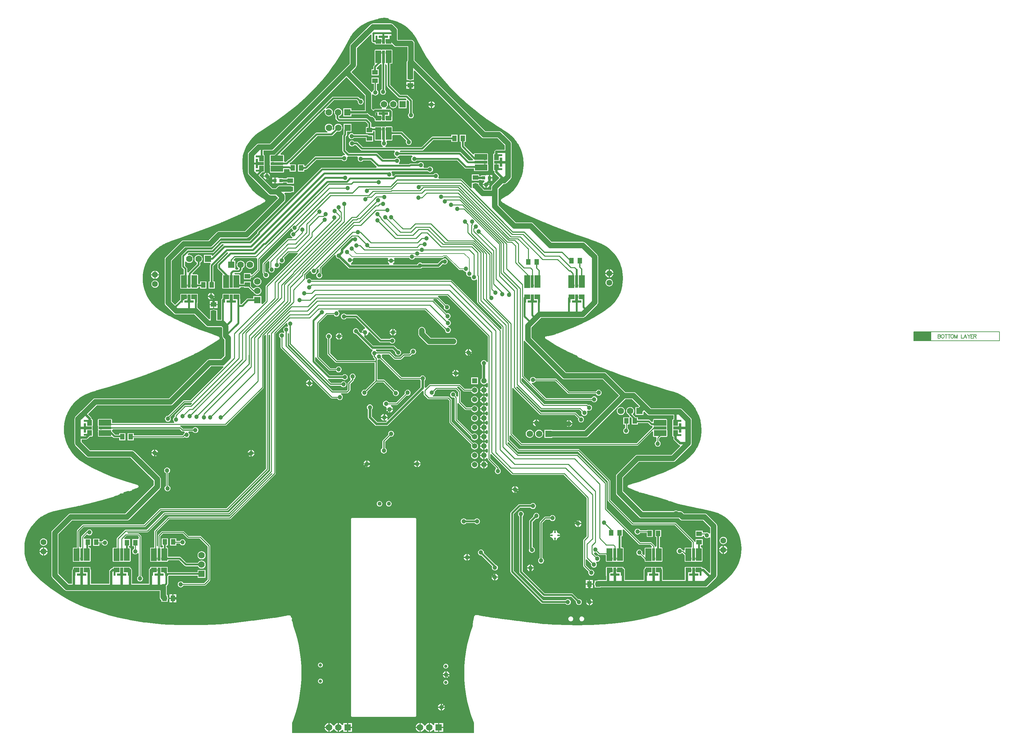
<source format=gbl>
G04 Layer_Physical_Order=2*
G04 Layer_Color=16711680*
%FSLAX44Y44*%
%MOMM*%
G71*
G01*
G75*
%ADD10R,1.2700X1.5240*%
%ADD34R,1.5240X1.2700*%
%ADD41R,0.9000X0.9500*%
%ADD44C,0.1270*%
%ADD45C,0.5080*%
%ADD46C,1.2700*%
%ADD47C,0.3048*%
%ADD48C,0.2032*%
%ADD49C,0.6350*%
%ADD50C,0.2540*%
%ADD51C,1.5000*%
%ADD54R,4.8260X2.4130*%
%ADD55C,0.9000*%
%ADD56C,1.6000*%
%ADD57R,1.7780X1.7780*%
%ADD58C,1.7780*%
%ADD59R,1.7780X1.7780*%
%ADD60C,1.1080*%
%ADD61R,1.4732X1.4732*%
%ADD62C,1.4732*%
%ADD63C,1.2000*%
%ADD64C,0.5000*%
%ADD65O,0.8000X1.2500*%
%ADD66O,1.2500X0.8000*%
G36*
X1494342Y2698560D02*
X1499252Y2697583D01*
X1499475Y2696465D01*
X1500312Y2695212D01*
X1500312Y2695212D01*
X1501566Y2694374D01*
X1502369Y2694214D01*
X1502356Y2694142D01*
X1503489Y2693974D01*
X1505361Y2693571D01*
X1512514Y2691779D01*
X1515463Y2690882D01*
X1518343Y2689852D01*
X1523568Y2687982D01*
X1528009Y2685882D01*
Y2685882D01*
X1530782Y2684533D01*
X1535867Y2681885D01*
X1539944Y2679288D01*
X1539944Y2679288D01*
X1539945Y2679288D01*
X1543923Y2676754D01*
X1551229Y2671147D01*
X1551229Y2671147D01*
X1551229Y2671147D01*
X1551253Y2671149D01*
X1557115Y2665836D01*
X1559277Y2663630D01*
X1563979Y2658442D01*
X1566162Y2655499D01*
X1566164Y2655500D01*
X1568461Y2652507D01*
X1571117Y2648337D01*
X1572759Y2645748D01*
X1572759Y2645748D01*
X1574496Y2642956D01*
X1579775Y2633078D01*
X1579847Y2633116D01*
X1579891Y2633049D01*
X1587996Y2617554D01*
X1592461Y2609713D01*
X1593950Y2606995D01*
X1593950Y2606995D01*
X1602787Y2591957D01*
X1607293Y2585042D01*
X1607295Y2585030D01*
X1607625Y2584532D01*
X1607625Y2584532D01*
X1613855Y2574972D01*
X1622125Y2563478D01*
X1622125Y2563478D01*
X1622418Y2563072D01*
X1622440Y2563057D01*
X1623898Y2561112D01*
X1631534Y2550873D01*
X1636970Y2544178D01*
X1638908Y2541770D01*
X1638908Y2541769D01*
X1638908Y2541769D01*
X1639099Y2541484D01*
X1639211Y2541409D01*
X1648904Y2529598D01*
X1660639Y2516392D01*
X1660689Y2516317D01*
X1660686Y2516315D01*
X1660783Y2516177D01*
X1660846Y2516134D01*
X1664160Y2512381D01*
X1680606Y2495242D01*
X1681074Y2494793D01*
X1683263Y2492690D01*
X1683273Y2492675D01*
X1683291Y2492663D01*
X1683291Y2492663D01*
X1683299Y2492657D01*
X1685512Y2490538D01*
X1697398Y2479110D01*
X1707359Y2470258D01*
X1707479Y2470079D01*
X1707652Y2469963D01*
X1707652Y2469963D01*
X1707656Y2469960D01*
X1712729Y2465404D01*
X1732155Y2449169D01*
X1733283Y2448226D01*
X1734570Y2447226D01*
X1734620Y2447288D01*
X1749935Y2435133D01*
X1752408Y2433299D01*
X1752415Y2433308D01*
X1752435Y2433335D01*
X1766169Y2423094D01*
X1766705Y2422695D01*
X1768705Y2421328D01*
X1768707Y2421330D01*
X1785148Y2410098D01*
X1785148Y2410098D01*
X1787765Y2408436D01*
X1790811Y2406400D01*
X1800869Y2400187D01*
X1803497Y2398562D01*
X1803440Y2398464D01*
X1806065Y2396871D01*
X1809893Y2394548D01*
X1819046Y2388432D01*
X1821474Y2386810D01*
X1824054Y2385091D01*
X1830853Y2379874D01*
X1833179Y2377826D01*
X1837382Y2374016D01*
X1841911Y2369020D01*
X1843844Y2366631D01*
X1848234Y2360910D01*
X1850021Y2358105D01*
X1850021D01*
X1850022Y2358105D01*
X1853615Y2352464D01*
X1856443Y2347032D01*
X1857801Y2344262D01*
Y2344262D01*
X1859027Y2341669D01*
X1859848Y2339935D01*
X1862251Y2333217D01*
X1862311Y2333033D01*
X1863188Y2330296D01*
X1863931Y2327333D01*
X1865179Y2322349D01*
X1866183Y2315580D01*
X1866163Y2315554D01*
X1866163D01*
X1866733Y2311226D01*
X1867111Y2302568D01*
X1867137Y2299487D01*
X1867135Y2299453D01*
X1867135Y2299449D01*
X1867016Y2296422D01*
X1866722Y2288936D01*
X1866496Y2287028D01*
X1866496Y2287028D01*
X1866125Y2283988D01*
X1865447Y2279413D01*
X1864859Y2276557D01*
X1864133Y2273571D01*
X1862330Y2267312D01*
X1862178Y2266946D01*
X1862095Y2266821D01*
X1862063Y2266667D01*
X1861078Y2264190D01*
X1860930Y2263817D01*
X1858894Y2258904D01*
X1857585Y2256101D01*
X1857585Y2256101D01*
X1855688Y2251987D01*
X1851172Y2243923D01*
X1849557Y2241279D01*
X1849557Y2241279D01*
X1847721Y2238215D01*
X1843026Y2231884D01*
X1841010Y2229531D01*
X1837082Y2225136D01*
X1833663Y2222081D01*
X1831400Y2220058D01*
X1828966Y2218213D01*
X1824900Y2215198D01*
X1820077Y2212307D01*
X1818465Y2211394D01*
X1818412Y2211364D01*
X1818411Y2211363D01*
X1818409Y2211362D01*
X1815983Y2209901D01*
X1813492Y2208432D01*
X1812142Y2207665D01*
X1812141Y2207666D01*
D01*
X1812141Y2207666D01*
X1811326Y2207203D01*
X1808950Y2205720D01*
X1807405Y2204695D01*
X1806757Y2204213D01*
X1806756Y2204213D01*
X1805805Y2202789D01*
X1805805Y2202789D01*
X1805719Y2202359D01*
X1805719Y2202359D01*
X1805471Y2201109D01*
X1805761Y2199648D01*
X1805805Y2199487D01*
X1805974Y2199234D01*
X1806266Y2198528D01*
X1806266Y2198528D01*
X1807345Y2197122D01*
X1807553Y2196957D01*
X1807603Y2196881D01*
X1807708Y2196812D01*
X1807884Y2196694D01*
X1809326Y2195469D01*
X1810325Y2194857D01*
X1811627Y2194059D01*
X1811684Y2194021D01*
X1811682Y2194017D01*
X1812108Y2193738D01*
X1812164Y2193727D01*
X1814337Y2192418D01*
X1820174Y2188901D01*
X1820174Y2188901D01*
X1820572Y2188667D01*
X1820665Y2188649D01*
X1827287Y2184742D01*
X1835047Y2180733D01*
X1835200Y2180631D01*
X1835173Y2180578D01*
X1837183Y2179503D01*
X1837915Y2179148D01*
X1853676Y2171503D01*
X1853719Y2171475D01*
X1853719Y2171475D01*
X1853719D01*
X1853696Y2171428D01*
X1855705Y2170444D01*
X1856487Y2170091D01*
X1876790Y2160923D01*
X1876942Y2160822D01*
X1877173Y2160776D01*
X1906379Y2147984D01*
X1906379Y2147984D01*
X1906379Y2147984D01*
X1909256Y2146867D01*
X1917814Y2143180D01*
X1927934Y2139154D01*
X1930723Y2137989D01*
X1930756Y2137967D01*
X1930795Y2137959D01*
X1933690Y2136850D01*
X1949883Y2130327D01*
X1957524Y2127423D01*
X1960284Y2126362D01*
X1960336Y2126327D01*
X1960416Y2126311D01*
X1960416Y2126311D01*
X1960484Y2126298D01*
X1963311Y2125224D01*
X1989857Y2115133D01*
X1989864Y2115153D01*
X1989875Y2115151D01*
X2010674Y2107621D01*
X2013323Y2106661D01*
X2013591Y2106573D01*
X2016319Y2105673D01*
X2038664Y2097826D01*
X2041584Y2096800D01*
X2041584Y2096801D01*
X2041586Y2096808D01*
X2052135Y2093141D01*
X2061741Y2089486D01*
X2061735Y2089472D01*
X2072308Y2085549D01*
X2076220Y2083928D01*
X2076220Y2083928D01*
X2076201Y2083880D01*
X2080370Y2082154D01*
X2083404Y2080476D01*
X2083404Y2080476D01*
Y2080476D01*
X2086141Y2079020D01*
X2093928Y2074059D01*
X2101746Y2068061D01*
X2104357Y2065668D01*
X2106604Y2063609D01*
X2108880Y2061530D01*
X2115328Y2054416D01*
X2121165Y2046546D01*
X2123913Y2041962D01*
X2123913Y2041962D01*
X2123913Y2041962D01*
X2126197Y2038150D01*
X2130377Y2029312D01*
X2133671Y2020107D01*
X2134595Y2016419D01*
X2134595D01*
X2134684Y2016365D01*
X2136650Y2007496D01*
X2137926Y1997811D01*
X2138218Y1991114D01*
X2138308Y1988052D01*
X2138227Y1984986D01*
X2137899Y1977479D01*
X2136952Y1970288D01*
X2136486Y1967310D01*
D01*
X2135996Y1964413D01*
X2133873Y1955941D01*
X2132239Y1951372D01*
X2131226Y1948552D01*
Y1948552D01*
X2130127Y1945908D01*
X2127027Y1939353D01*
X2124087Y1934448D01*
X2124011Y1934322D01*
X2122519Y1931840D01*
X2122519D01*
X2122519Y1931840D01*
X2120707Y1929394D01*
X2117262Y1924749D01*
X2112521Y1919518D01*
X2110352Y1917333D01*
X2103228Y1910701D01*
X2093790Y1903095D01*
X2089607Y1900191D01*
Y1900191D01*
X2089603Y1900168D01*
X2079100Y1892950D01*
X2064885Y1884239D01*
X2062175Y1882732D01*
X2062175Y1882732D01*
X2062175Y1882732D01*
X2057975Y1880264D01*
X2039848Y1870708D01*
X2029303Y1865758D01*
X2029303Y1865758D01*
Y1865758D01*
X2026544Y1864362D01*
X2003990Y1854496D01*
X1994760Y1850884D01*
X1991888Y1849759D01*
X1991891Y1849750D01*
X1991900Y1849728D01*
X1983436Y1846380D01*
X1980519Y1845333D01*
Y1845333D01*
X1973650Y1842657D01*
X1970743Y1841579D01*
X1967867Y1840482D01*
X1963672Y1838880D01*
X1961488Y1838109D01*
X1961198Y1838016D01*
X1961198Y1838016D01*
X1961197Y1838016D01*
X1961064Y1837966D01*
X1960547Y1837807D01*
X1960547Y1837807D01*
X1960547Y1837807D01*
X1959770Y1837514D01*
X1959004Y1837155D01*
X1958938Y1837111D01*
X1958882Y1837106D01*
X1957764Y1837328D01*
X1956426Y1837062D01*
X1956426Y1837062D01*
X1956092Y1836839D01*
X1956086Y1836838D01*
X1955072Y1836161D01*
X1954798Y1835751D01*
X1952403Y1834633D01*
X1949611Y1833889D01*
D01*
X1946683Y1833182D01*
X1942768Y1832314D01*
X1942770Y1832302D01*
X1939356Y1831582D01*
X1933058Y1830555D01*
X1933065Y1830510D01*
X1933065Y1830510D01*
X1928180Y1829668D01*
X1928141Y1829653D01*
X1928099Y1829653D01*
X1927539Y1829422D01*
X1926973Y1829204D01*
X1926943Y1829175D01*
X1926904Y1829159D01*
X1926475Y1828731D01*
X1926036Y1828314D01*
X1926019Y1828275D01*
X1925989Y1828246D01*
X1925757Y1827685D01*
X1925511Y1827133D01*
X1925509Y1827090D01*
X1925493Y1827052D01*
X1925493Y1826446D01*
X1925477Y1825840D01*
X1925493Y1825801D01*
X1925493Y1825759D01*
X1925724Y1825199D01*
X1925941Y1824633D01*
X1925970Y1824603D01*
X1925986Y1824564D01*
X1926415Y1824135D01*
X1926832Y1823696D01*
X1926870Y1823679D01*
X1926900Y1823649D01*
X1934930Y1818276D01*
X1935083Y1818212D01*
X1945434Y1811519D01*
X1948573Y1809749D01*
Y1809749D01*
X1948969Y1809525D01*
X1949066Y1809505D01*
X1958879Y1803754D01*
X1965595Y1800164D01*
X1965596Y1800163D01*
X1965887Y1799970D01*
X1965997Y1799948D01*
X1968324Y1798704D01*
X1980377Y1792262D01*
X1980804Y1792055D01*
X1983575Y1790687D01*
X1984968Y1789953D01*
X1986349Y1789304D01*
X1997563Y1784040D01*
X2000353Y1782731D01*
X2000441Y1782682D01*
X2000472Y1782676D01*
X2003161Y1781440D01*
X2008624Y1778903D01*
X2008624Y1778903D01*
X2011469Y1777671D01*
X2013727Y1776576D01*
X2014778Y1774787D01*
X2014802Y1774666D01*
X2015192Y1774083D01*
X2015192Y1774083D01*
X2015628Y1773430D01*
X2016840Y1772620D01*
X2016903Y1772591D01*
X2016973Y1772543D01*
X2017959Y1772094D01*
X2019549Y1771348D01*
X2019549Y1771347D01*
X2019642Y1771312D01*
X2020200Y1771014D01*
X2021095Y1770732D01*
X2021332Y1770634D01*
X2023663Y1769966D01*
X2026301Y1768739D01*
X2027111Y1768117D01*
X2027844Y1767769D01*
X2027937Y1767707D01*
X2028003Y1767694D01*
X2028578Y1767490D01*
X2028910Y1767372D01*
X2028911Y1767372D01*
X2031618Y1766477D01*
X2031619Y1766477D01*
X2035757Y1764190D01*
X2035798Y1764162D01*
X2035798Y1764162D01*
X2036056Y1763990D01*
X2036182Y1763965D01*
X2038354Y1762849D01*
X2040488Y1761739D01*
X2042089Y1761062D01*
X2042167Y1761016D01*
X2042205Y1761008D01*
X2045340Y1759555D01*
X2048827Y1758111D01*
X2051650Y1756846D01*
X2053976Y1755882D01*
X2056799Y1754623D01*
X2057573Y1754285D01*
X2059881Y1753274D01*
X2060365Y1753062D01*
X2060367Y1753061D01*
X2060869Y1752856D01*
X2063271Y1751864D01*
X2076435Y1746072D01*
X2077161Y1745790D01*
X2079991Y1744680D01*
X2080009Y1744668D01*
X2080017Y1744666D01*
X2080034Y1744663D01*
X2080034Y1744663D01*
X2080034Y1744663D01*
X2082903Y1743495D01*
X2087357Y1741649D01*
X2102724Y1735767D01*
X2105488Y1734644D01*
X2105493Y1734640D01*
X2105579Y1734607D01*
X2108481Y1733528D01*
X2134113Y1724000D01*
X2134112Y1723996D01*
X2137369Y1722786D01*
X2160285Y1714902D01*
X2162849Y1714020D01*
X2162992Y1713925D01*
X2163206Y1713882D01*
X2166142Y1712887D01*
X2176016Y1709490D01*
X2186503Y1706168D01*
X2189092Y1705339D01*
X2189186Y1705276D01*
X2189455Y1705222D01*
X2192410Y1704298D01*
X2224842Y1693908D01*
X2224842Y1693908D01*
X2224843Y1693908D01*
X2227829Y1693072D01*
X2251539Y1685596D01*
X2256273Y1684168D01*
X2259236Y1683271D01*
X2260479Y1682860D01*
X2262206Y1682383D01*
X2275361Y1678742D01*
X2275342Y1678669D01*
X2278783Y1677808D01*
X2285193Y1675514D01*
X2288042Y1674359D01*
Y1674359D01*
X2290753Y1673085D01*
X2295627Y1670780D01*
X2300409Y1667914D01*
X2303020Y1666276D01*
X2306229Y1664232D01*
X2309816Y1661479D01*
X2312169Y1659674D01*
X2312169Y1659674D01*
X2312169Y1659674D01*
X2314564Y1657715D01*
X2320824Y1651979D01*
X2322939Y1649712D01*
X2326731Y1645639D01*
X2328755Y1643291D01*
X2328755Y1643291D01*
X2330979Y1640755D01*
X2332660Y1638239D01*
X2332660Y1638239D01*
X2334422Y1635691D01*
X2336176Y1632516D01*
X2336194Y1632526D01*
X2338458Y1628512D01*
X2340750Y1623805D01*
X2340737Y1623799D01*
X2343638Y1618005D01*
X2345380Y1613800D01*
X2346562Y1610941D01*
X2346562Y1610941D01*
X2347874Y1607775D01*
X2349048Y1603698D01*
X2349889Y1600780D01*
X2350443Y1597786D01*
X2351270Y1592923D01*
X2351494Y1589916D01*
X2351808Y1586848D01*
X2352200Y1574852D01*
X2352185Y1574835D01*
X2352185D01*
X2352287Y1570937D01*
X2352150Y1565722D01*
X2352150D01*
X2352023Y1562656D01*
X2352020Y1562616D01*
X2351816Y1559622D01*
D01*
X2351555Y1557363D01*
X2351040Y1554477D01*
D01*
X2350399Y1551462D01*
X2349681Y1548597D01*
X2349681Y1548597D01*
X2349681Y1548597D01*
X2348920Y1545611D01*
X2346283Y1538240D01*
X2346201Y1538043D01*
X2345103Y1535398D01*
X2345103D01*
X2345103Y1535398D01*
X2343797Y1532627D01*
X2341431Y1527624D01*
X2338493Y1522723D01*
X2338493Y1522723D01*
X2338493Y1522723D01*
X2338501Y1522690D01*
X2334700Y1516724D01*
X2332037Y1513253D01*
X2330169Y1510818D01*
X2328216Y1508416D01*
X2322475Y1502150D01*
X2320271Y1500094D01*
X2320207Y1500036D01*
X2320208Y1500035D01*
X2314826Y1495104D01*
X2307518Y1489496D01*
X2304952Y1487760D01*
D01*
X2302427Y1486115D01*
X2293654Y1480442D01*
X2286621Y1476476D01*
X2283924Y1474966D01*
X2281210Y1473492D01*
X2274583Y1469894D01*
X2262087Y1463934D01*
X2259248Y1462689D01*
X2256629Y1461528D01*
X2249108Y1458194D01*
X2232526Y1451798D01*
X2232526Y1451798D01*
X2232383Y1451760D01*
X2232324Y1451720D01*
X2229850Y1450773D01*
X2224857Y1448920D01*
X2224639Y1448877D01*
X2224616Y1448939D01*
X2219173Y1446788D01*
X2216277Y1445692D01*
X2216208Y1445669D01*
X2216195Y1445661D01*
X2212565Y1444300D01*
X2211289Y1443772D01*
X2208642Y1442677D01*
X2208604Y1442669D01*
X2208580Y1442653D01*
X2206298Y1441785D01*
X2206023Y1441660D01*
X2206023Y1441660D01*
X2205973Y1441638D01*
X2203183Y1440422D01*
X2203183Y1440422D01*
Y1440422D01*
X2200541Y1439317D01*
X2197916Y1438378D01*
X2197916Y1438378D01*
X2195041Y1437239D01*
X2190149Y1435623D01*
X2190149Y1435623D01*
X2187236Y1434561D01*
X2181559Y1432803D01*
X2181559Y1432803D01*
X2178605Y1431872D01*
X2173396Y1430329D01*
X2173404Y1430302D01*
X2168863Y1428924D01*
X2165902Y1428026D01*
X2165565Y1427951D01*
X2165509Y1427913D01*
X2159445Y1426166D01*
Y1426166D01*
X2157629Y1425623D01*
X2156694Y1425324D01*
X2154554Y1424642D01*
X2153830Y1424412D01*
X2153829Y1424411D01*
X2153446Y1424267D01*
X2153446Y1424267D01*
X2152668Y1423748D01*
X2152003Y1423303D01*
X2152003Y1423303D01*
X2152012Y1423295D01*
X2151176Y1422045D01*
X2150883Y1420571D01*
X2151167Y1419144D01*
X2151176Y1419096D01*
X2151176Y1419096D01*
X2152012Y1417846D01*
X2153158Y1417080D01*
X2153144Y1417050D01*
X2153140Y1417042D01*
X2154871Y1416231D01*
X2155952Y1415764D01*
X2160189Y1413934D01*
X2162809Y1412775D01*
X2162871Y1412734D01*
X2162934Y1412721D01*
X2165647Y1411554D01*
X2168820Y1410134D01*
X2169130Y1410016D01*
X2172007Y1408886D01*
X2174887Y1407908D01*
X2177459Y1407036D01*
X2178866Y1406628D01*
X2180170Y1406170D01*
X2182213Y1404702D01*
X2182213Y1404702D01*
X2183445Y1403879D01*
X2183445Y1403879D01*
X2183567Y1403854D01*
X2183569Y1403851D01*
X2184958Y1403575D01*
X2185898Y1403762D01*
X2186230Y1403750D01*
X2186448Y1403840D01*
X2189460Y1403241D01*
X2189479Y1403211D01*
Y1403211D01*
X2189479Y1403211D01*
X2193786Y1402132D01*
D01*
X2196773Y1401337D01*
X2198757Y1400744D01*
X2201736Y1399908D01*
X2204132Y1399181D01*
X2204193Y1399140D01*
X2204538Y1399057D01*
X2207515Y1398206D01*
X2210713Y1397262D01*
X2210744Y1397241D01*
X2211108Y1397145D01*
X2213871Y1396331D01*
X2217446Y1395276D01*
Y1395276D01*
X2220455Y1394526D01*
X2222503Y1393882D01*
X2222503Y1393882D01*
Y1393882D01*
X2233038Y1391123D01*
X2238436Y1389511D01*
X2238436Y1389511D01*
X2238500Y1389545D01*
X2252083Y1385339D01*
X2252100Y1385305D01*
X2252101D01*
Y1385305D01*
X2255040Y1384359D01*
X2260487Y1382605D01*
X2262937Y1381086D01*
X2263047Y1380921D01*
X2264190Y1380157D01*
X2264339Y1380058D01*
X2265324Y1379862D01*
X2265340Y1379854D01*
X2266192Y1379684D01*
X2266940Y1379805D01*
X2267272Y1379855D01*
X2268558Y1379825D01*
X2269984Y1379487D01*
X2271242Y1378963D01*
X2271242Y1378963D01*
X2272345Y1378743D01*
X2272443Y1378709D01*
X2273078Y1378597D01*
X2273162Y1378614D01*
X2273798Y1378530D01*
X2273962Y1378552D01*
X2273988Y1378547D01*
X2274724Y1377445D01*
X2274724Y1377445D01*
X2276215Y1376449D01*
X2276215Y1376449D01*
X2276760Y1376317D01*
X2282321Y1374715D01*
X2287176Y1373511D01*
X2290164Y1372682D01*
X2291252Y1372383D01*
X2293174Y1371938D01*
X2309362Y1368193D01*
Y1368193D01*
X2312394Y1367551D01*
X2329669Y1363721D01*
X2336615Y1362308D01*
X2339648Y1361666D01*
Y1361666D01*
X2354185Y1358681D01*
X2372172Y1354758D01*
X2372171Y1354754D01*
X2375853Y1354022D01*
X2385789Y1351459D01*
X2385789Y1351459D01*
X2385789Y1351459D01*
X2388781Y1350694D01*
X2391761Y1349628D01*
X2394461Y1348662D01*
X2397355Y1347565D01*
X2403157Y1344820D01*
X2403161Y1344809D01*
X2403161Y1344809D01*
X2405894Y1343386D01*
X2409775Y1341366D01*
X2414306Y1338479D01*
X2414306Y1338479D01*
D01*
X2416927Y1336823D01*
X2421392Y1333512D01*
X2423802Y1331623D01*
X2423802Y1331623D01*
X2423804Y1331623D01*
X2429846Y1326146D01*
X2432305Y1323434D01*
X2432302Y1323431D01*
X2435826Y1319619D01*
X2440714Y1313419D01*
X2440709Y1313386D01*
X2440709Y1313386D01*
X2443141Y1310218D01*
X2448196Y1302282D01*
X2449882Y1299044D01*
X2449882D01*
X2450019Y1298998D01*
X2453941Y1290705D01*
X2456374Y1283906D01*
X2456374Y1283906D01*
X2456374D01*
X2457336Y1280961D01*
X2459453Y1272512D01*
X2460167Y1267696D01*
X2460167Y1267696D01*
X2460167D01*
X2460183Y1267684D01*
X2461099Y1260731D01*
X2461425Y1253255D01*
X2461501Y1250190D01*
X2461500Y1250184D01*
X2461527Y1250050D01*
X2461125Y1240844D01*
X2459880Y1231386D01*
X2458385Y1224644D01*
X2457616Y1221659D01*
Y1221659D01*
X2456895Y1218857D01*
X2453842Y1210326D01*
X2449884Y1201957D01*
X2448112Y1199001D01*
X2446514Y1196366D01*
X2443033Y1190901D01*
X2436248Y1182059D01*
X2428864Y1174001D01*
X2426588Y1171923D01*
X2424361Y1169817D01*
X2418764Y1164525D01*
X2405053Y1152947D01*
X2398197Y1147787D01*
X2395743Y1145941D01*
X2393303Y1144026D01*
X2379834Y1134769D01*
X2377236Y1133086D01*
X2377236Y1133086D01*
X2377236Y1133086D01*
X2374796Y1131493D01*
X2358688Y1121719D01*
X2355975Y1120218D01*
X2353466Y1118792D01*
X2342924Y1112802D01*
X2332775Y1107578D01*
X2332808Y1107514D01*
X2330339Y1106195D01*
X2330077Y1106056D01*
X2311076Y1096840D01*
X2308254Y1095557D01*
X2305639Y1094387D01*
X2296955Y1090501D01*
X2287116Y1086746D01*
X2284227Y1085662D01*
X2281321Y1084636D01*
X2265542Y1079070D01*
X2252990Y1075140D01*
Y1075140D01*
X2252941Y1075047D01*
X2229412Y1068019D01*
X2219880Y1065523D01*
X2219880Y1065524D01*
X2216896Y1064683D01*
X2197860Y1060025D01*
X2189666Y1058395D01*
Y1058395D01*
X2189607Y1058306D01*
X2164565Y1053547D01*
X2142626Y1050149D01*
X2139581Y1049677D01*
X2136523Y1049293D01*
X2114361Y1046509D01*
X2092429Y1044547D01*
X2089337Y1044329D01*
X2089337Y1044329D01*
X2080873Y1043635D01*
X2052357Y1042234D01*
X2036373Y1041973D01*
X2036371Y1041974D01*
Y1041974D01*
X2017996Y1041716D01*
X1982204Y1042218D01*
X1977996Y1042396D01*
X1977998Y1042460D01*
X1961925Y1042922D01*
X1958834Y1043105D01*
Y1043105D01*
X1947882Y1043463D01*
X1941064Y1043836D01*
X1941064Y1043855D01*
X1937985Y1044018D01*
X1929255Y1044482D01*
X1926160Y1044646D01*
Y1044646D01*
X1926160D01*
Y1044646D01*
X1923008Y1044801D01*
X1920053Y1045153D01*
D01*
X1917051Y1045531D01*
X1916511Y1045602D01*
X1916059Y1045662D01*
X1913438Y1045944D01*
X1913046Y1045937D01*
X1913046Y1045937D01*
X1913010Y1045930D01*
X1910297Y1046135D01*
X1877594Y1049606D01*
X1853178Y1052945D01*
X1850333Y1053334D01*
X1850333Y1053334D01*
X1850231Y1053316D01*
X1850231Y1053316D01*
X1825649Y1056393D01*
Y1056393D01*
X1804151Y1059083D01*
X1801091Y1059590D01*
Y1059590D01*
X1785837Y1061599D01*
X1779682Y1062535D01*
X1779688Y1062575D01*
X1774830Y1063214D01*
X1766819Y1064699D01*
X1766809Y1064644D01*
X1760420Y1065786D01*
X1757410Y1066323D01*
X1754352Y1066833D01*
X1748953Y1067812D01*
X1748965Y1067882D01*
X1742629Y1069045D01*
X1741864Y1069186D01*
X1739585Y1069513D01*
X1739038Y1069589D01*
X1739036Y1069589D01*
X1738937Y1069569D01*
X1738805Y1069586D01*
X1738347Y1069647D01*
X1736423Y1069394D01*
X1736042Y1069253D01*
X1735644Y1069174D01*
X1734825Y1068626D01*
X1734504Y1068412D01*
X1734504Y1068412D01*
X1733929Y1068028D01*
X1732814Y1066359D01*
X1732761Y1066200D01*
X1731842Y1063170D01*
X1731810Y1062841D01*
X1731838Y1062836D01*
X1730321Y1053908D01*
X1730257Y1053919D01*
X1730233Y1053923D01*
X1729786Y1051369D01*
X1729711Y1050875D01*
X1729350Y1048485D01*
X1728551Y1045801D01*
X1728168Y1041919D01*
X1728464Y1038914D01*
X1723577Y1025114D01*
X1718106Y1006643D01*
X1713609Y987911D01*
X1710098Y968969D01*
X1707583Y949870D01*
X1706072Y930665D01*
X1705568Y911407D01*
X1706072Y892150D01*
X1707583Y872945D01*
X1710098Y853845D01*
X1713609Y834903D01*
X1718106Y816171D01*
X1723577Y797700D01*
X1730008Y779541D01*
X1731822Y775161D01*
Y747274D01*
X1236054D01*
Y775271D01*
X1239146Y783286D01*
X1245009Y801033D01*
X1249994Y819047D01*
X1254089Y837283D01*
X1257284Y855699D01*
X1259572Y874249D01*
X1260947Y892889D01*
X1261406Y911574D01*
X1260947Y930259D01*
X1259572Y948900D01*
X1257284Y967450D01*
X1254089Y985865D01*
X1249994Y1004102D01*
X1245009Y1022116D01*
X1239191Y1039726D01*
X1239191D01*
X1239160Y1039743D01*
X1236306Y1052077D01*
X1236306Y1052077D01*
X1236174Y1052640D01*
X1235369Y1053845D01*
X1235368Y1053846D01*
X1234997Y1054094D01*
X1235257Y1057023D01*
X1235532Y1058866D01*
X1235532Y1058866D01*
X1235536Y1059158D01*
X1235575Y1059451D01*
X1235574Y1059451D01*
X1235565Y1059578D01*
X1235572Y1059649D01*
X1235573Y1059651D01*
X1235551Y1059760D01*
X1235546Y1059826D01*
X1235276Y1061185D01*
X1234853Y1061817D01*
X1234599Y1062198D01*
X1234475Y1062384D01*
X1234475D01*
X1234456Y1062412D01*
X1233327Y1063166D01*
X1233327Y1063166D01*
X1232513Y1064384D01*
X1232575Y1064696D01*
X1232276Y1066201D01*
X1231424Y1067476D01*
X1230895Y1067830D01*
X1229948Y1068463D01*
X1228038Y1068843D01*
X1228037Y1068843D01*
X1227530Y1068753D01*
X1226622Y1068693D01*
X1226306Y1068673D01*
X1223717Y1068223D01*
X1223717Y1068223D01*
X1220700Y1067663D01*
X1216069Y1066805D01*
X1211584Y1065892D01*
X1211585Y1065886D01*
X1207805Y1065089D01*
X1188594Y1061955D01*
X1185514Y1061601D01*
Y1061601D01*
X1160014Y1058090D01*
X1129995Y1054319D01*
Y1054319D01*
X1126931Y1053834D01*
X1074352Y1047476D01*
X1074350Y1047477D01*
Y1047477D01*
X1066176Y1046451D01*
X1045266Y1044580D01*
X1042191Y1044314D01*
X1039119Y1044123D01*
X1029227Y1043509D01*
X1026129Y1043374D01*
Y1043374D01*
X1013074Y1042733D01*
X1008086Y1042652D01*
Y1042652D01*
X1004988Y1042550D01*
X986666Y1042293D01*
X986659Y1042301D01*
Y1042301D01*
X963163Y1042086D01*
X960072Y1042085D01*
X960068Y1042086D01*
X960064Y1042085D01*
X960064D01*
X960064Y1042085D01*
X960064Y1042085D01*
X957274Y1042026D01*
X923502Y1042384D01*
X923478Y1042409D01*
Y1042409D01*
X923478Y1042409D01*
X920393Y1042467D01*
X908147Y1042696D01*
X896021Y1043377D01*
Y1043377D01*
X882500Y1044136D01*
X872217Y1045100D01*
X869163Y1045387D01*
X866072Y1045634D01*
X837758Y1048588D01*
X834680Y1048933D01*
X831726Y1049284D01*
X831617Y1049297D01*
X823692Y1050503D01*
X820641Y1051017D01*
Y1051017D01*
X817751Y1051523D01*
X796836Y1055183D01*
X796767Y1055282D01*
Y1055282D01*
X786709Y1057097D01*
X772740Y1059962D01*
X772735Y1059936D01*
X768962Y1060635D01*
X760108Y1062760D01*
X757143Y1063472D01*
X754125Y1064181D01*
X740411Y1067976D01*
X737447Y1068853D01*
X737447Y1068853D01*
X731925Y1070480D01*
X707297Y1078309D01*
X707297Y1078309D01*
X707297Y1078309D01*
X707287Y1078304D01*
X680516Y1086943D01*
X677603Y1088010D01*
X677603Y1088010D01*
X671057Y1090188D01*
X665663Y1092423D01*
X662813Y1093603D01*
X662812Y1093601D01*
X662809Y1093594D01*
X657374Y1095845D01*
X639456Y1104257D01*
X628017Y1110286D01*
X628016Y1110287D01*
Y1110287D01*
X622023Y1113446D01*
X605177Y1123345D01*
X597425Y1128397D01*
X594983Y1129988D01*
X592357Y1131620D01*
X576914Y1142495D01*
X564777Y1151968D01*
X564777Y1151968D01*
X564777Y1151968D01*
X564696Y1151960D01*
X551880Y1162782D01*
X538849Y1175102D01*
X538524Y1175514D01*
X538524Y1175515D01*
X538524Y1175515D01*
X538523Y1175515D01*
X538521Y1175519D01*
X538517Y1175522D01*
X536351Y1177717D01*
X528745Y1185613D01*
Y1185613D01*
X528745Y1185613D01*
X528693Y1185615D01*
X525788Y1188866D01*
X523888Y1191179D01*
X522164Y1193679D01*
X522106Y1193766D01*
X520512Y1196375D01*
X517640Y1201501D01*
X516303Y1204289D01*
X515003Y1206851D01*
X512620Y1212603D01*
X512620Y1212603D01*
X512620D01*
X511505Y1215474D01*
X509738Y1220412D01*
X509665Y1220715D01*
X509665Y1220716D01*
X509652Y1220736D01*
X508955Y1223362D01*
X507607Y1228743D01*
X507008Y1231762D01*
X505901Y1237899D01*
X505934Y1237979D01*
X505788Y1238523D01*
X505605Y1241513D01*
Y1266596D01*
X505942Y1267279D01*
X506687Y1268393D01*
X506889Y1269194D01*
X506889Y1269194D01*
X508859Y1278080D01*
X510968Y1284769D01*
X510978Y1284774D01*
X510978D01*
X510978Y1284774D01*
X513097Y1290696D01*
X517015Y1298981D01*
X517015Y1298981D01*
X517024Y1298997D01*
X517194Y1299251D01*
X517204Y1299299D01*
X518584Y1301620D01*
X521973Y1307274D01*
X525591Y1312152D01*
X525602Y1312154D01*
X525602Y1312154D01*
Y1312154D01*
X529289Y1316959D01*
X534603Y1322758D01*
X536694Y1324977D01*
X536699Y1324980D01*
X536704Y1324988D01*
X537146Y1325499D01*
X543548Y1331526D01*
X543549D01*
X543549Y1331526D01*
X543549Y1331539D01*
X546013Y1333740D01*
X548432Y1335637D01*
D01*
X550889Y1337342D01*
X553402Y1338928D01*
X557670Y1341318D01*
X560395Y1342757D01*
X560395D01*
X562974Y1344013D01*
X567463Y1346198D01*
X570283Y1347482D01*
X570283Y1347482D01*
Y1347482D01*
X572880Y1348697D01*
X577876Y1350485D01*
X577876Y1350486D01*
X580721Y1351504D01*
X586038Y1352836D01*
X586044Y1352832D01*
X586044Y1352832D01*
X594541Y1354872D01*
X597899Y1355494D01*
X597890Y1355537D01*
X613843Y1358827D01*
X613844Y1358826D01*
X613844Y1358825D01*
X614457Y1358950D01*
X614461Y1358953D01*
X629201Y1362001D01*
Y1362001D01*
X629206Y1362009D01*
X643394Y1364952D01*
X643397Y1364937D01*
X643398Y1364931D01*
X647978Y1365868D01*
X652797Y1366960D01*
X655798Y1367640D01*
X655789Y1367678D01*
X675005Y1372014D01*
X683430Y1374220D01*
X683478Y1374193D01*
X683478Y1374192D01*
X683478Y1374193D01*
X689682Y1375715D01*
X715542Y1382762D01*
X715554Y1382720D01*
X745179Y1391042D01*
X748166Y1391868D01*
X748660Y1391966D01*
X750037Y1392886D01*
X750037Y1392886D01*
X750721Y1393910D01*
X751287Y1393966D01*
X753576Y1394283D01*
X756050Y1394921D01*
X756467Y1395012D01*
X756620Y1395058D01*
X757898Y1395365D01*
X758585Y1395649D01*
X759954Y1396113D01*
X759954Y1396113D01*
X760624Y1396471D01*
X760742Y1396519D01*
X760742Y1396519D01*
X760797Y1396555D01*
X760858Y1396596D01*
X763668Y1397891D01*
X763733Y1397921D01*
X763762Y1397927D01*
X763896Y1397995D01*
X763939Y1398038D01*
X764994Y1398743D01*
X765238Y1399108D01*
X766822Y1400279D01*
X768339Y1400949D01*
X769095Y1401082D01*
X771289Y1401098D01*
X771625Y1401100D01*
X772648Y1400928D01*
X772660Y1400930D01*
X774168Y1401230D01*
X774182Y1401239D01*
X774178Y1401249D01*
X775279Y1401985D01*
X776023Y1403098D01*
X776023Y1403098D01*
X776082Y1403395D01*
X776248Y1404230D01*
X776841Y1404476D01*
X780639Y1405673D01*
Y1405673D01*
X785031Y1407058D01*
X788047Y1407771D01*
X789365Y1407739D01*
X791533Y1407461D01*
X792227Y1407323D01*
X793616Y1407600D01*
X793628Y1407605D01*
X794140Y1407707D01*
X794140Y1407707D01*
X794622Y1408029D01*
X797501Y1409011D01*
X797527Y1409016D01*
X797843Y1409083D01*
X797845Y1409083D01*
X799000Y1409855D01*
X799000Y1409855D01*
X799772Y1411011D01*
X799774Y1411018D01*
X801732Y1412038D01*
X802428Y1412347D01*
X802438Y1412351D01*
X805324Y1413382D01*
X805473Y1413433D01*
X805473Y1413434D01*
X805471Y1413440D01*
X805930Y1413609D01*
X808847Y1414647D01*
X810008Y1415013D01*
X811898Y1415779D01*
X811899Y1415779D01*
X811979Y1415795D01*
X813600Y1416407D01*
X813852Y1416503D01*
X813852Y1416503D01*
X814456Y1416727D01*
X814457Y1416727D01*
X816110Y1417832D01*
X816247Y1417951D01*
X817029Y1419122D01*
X817303Y1420502D01*
X817072Y1421667D01*
X817034Y1421857D01*
X817032Y1421865D01*
X817032Y1421865D01*
X817029Y1421883D01*
X817029Y1421883D01*
X816247Y1423053D01*
X816245Y1423054D01*
X815076Y1423835D01*
X814900Y1423870D01*
X814899Y1423867D01*
X814899Y1423867D01*
X814899Y1423867D01*
X814667Y1423913D01*
X812694Y1424612D01*
X810310Y1425457D01*
X810204Y1425528D01*
X809991Y1425571D01*
X809991Y1425571D01*
X809980Y1425573D01*
X807051Y1426523D01*
X803916Y1427566D01*
X803898Y1427504D01*
X803761Y1427531D01*
X796555Y1429666D01*
X796573Y1429732D01*
X786742Y1432440D01*
X765508Y1439242D01*
X753977Y1443469D01*
X753976Y1443469D01*
X743851Y1447180D01*
X721667Y1456369D01*
X711839Y1460925D01*
Y1460925D01*
X708988Y1462140D01*
X690079Y1471465D01*
X677614Y1478304D01*
X674910Y1479788D01*
X672267Y1481356D01*
X666427Y1484821D01*
X656264Y1491877D01*
X649182Y1497585D01*
X649182Y1497585D01*
X649182Y1497585D01*
X649164Y1497583D01*
X644912Y1501383D01*
X642731Y1503824D01*
X642729Y1503821D01*
X639572Y1507266D01*
X635709Y1512300D01*
X635709Y1512300D01*
X635709Y1512300D01*
X633793Y1514714D01*
X630897Y1519047D01*
X629190Y1521602D01*
X627613Y1524232D01*
X625589Y1527608D01*
X624231Y1530480D01*
X624231Y1530480D01*
X622857Y1533260D01*
X619676Y1540941D01*
X616881Y1549805D01*
X615552Y1555799D01*
X614944Y1558808D01*
X614497Y1561817D01*
X613782Y1566643D01*
X613287Y1576714D01*
X613708Y1585286D01*
X614006Y1588293D01*
X614008Y1588311D01*
D01*
X614446Y1591271D01*
X615279Y1596889D01*
X617767Y1606820D01*
X620406Y1614196D01*
X621597Y1617052D01*
X621597Y1617052D01*
X623198Y1620916D01*
X627756Y1629673D01*
X633060Y1637998D01*
X637067Y1643221D01*
X638992Y1645648D01*
X644389Y1651603D01*
X647798Y1654692D01*
X647798Y1654692D01*
X651355Y1657916D01*
X657648Y1662583D01*
X660252Y1664265D01*
X664705Y1667101D01*
X671982Y1670890D01*
X674815Y1672149D01*
D01*
X678313Y1673762D01*
X688952Y1677687D01*
X691926Y1678538D01*
X694676Y1679384D01*
X698726Y1680630D01*
X698726Y1680630D01*
X701256Y1682130D01*
X710708Y1684807D01*
X735236Y1691882D01*
X735236Y1691882D01*
X735237Y1691882D01*
X737960Y1692790D01*
X768356Y1702153D01*
X777679Y1705200D01*
X777747Y1705165D01*
X777747Y1705165D01*
X813514Y1717070D01*
X813514Y1717070D01*
X816423Y1718140D01*
X825624Y1721264D01*
X840146Y1726622D01*
X843084Y1727705D01*
X843846Y1727975D01*
X846098Y1728754D01*
X846177Y1728808D01*
X848869Y1729839D01*
X861490Y1734496D01*
X875406Y1740048D01*
X878307Y1741084D01*
X878759Y1741257D01*
X881176Y1742258D01*
X909713Y1754078D01*
X909697Y1754115D01*
X909943Y1754279D01*
X928447Y1762250D01*
X937819Y1766602D01*
X940437Y1767784D01*
X940528Y1767803D01*
X940635Y1767874D01*
X940636Y1767874D01*
X940636Y1767874D01*
X940636Y1767875D01*
X943423Y1769197D01*
X962445Y1778106D01*
X967952Y1780891D01*
X967979Y1780896D01*
X968171Y1781002D01*
X968163Y1781019D01*
X968280Y1781098D01*
X978879Y1786433D01*
X988272Y1791754D01*
X988375Y1791775D01*
X988773Y1791933D01*
X989985Y1792598D01*
X991454Y1793489D01*
X999517Y1798382D01*
X1001671Y1799689D01*
X1001722Y1799699D01*
X1001730Y1799704D01*
X1002159Y1799984D01*
X1004797Y1801590D01*
X1013502Y1806891D01*
X1018715Y1810270D01*
X1018715Y1810270D01*
X1018715Y1810270D01*
X1018729Y1810331D01*
X1036086Y1821322D01*
X1036056Y1821369D01*
X1036882Y1821922D01*
X1037269Y1822501D01*
X1037486Y1822825D01*
X1037486Y1822825D01*
X1037880Y1823415D01*
X1037881Y1823421D01*
X1037912Y1823574D01*
X1037913Y1823580D01*
X1038231Y1825176D01*
X1038224Y1825210D01*
X1038209Y1825210D01*
X1037927Y1826627D01*
X1037109Y1827852D01*
X1037106Y1827853D01*
X1035884Y1828670D01*
X1035796Y1828687D01*
X1035793Y1828681D01*
X1035584Y1828723D01*
X1027389Y1831878D01*
X1024540Y1833053D01*
Y1833053D01*
X1024540Y1833053D01*
X1020637Y1834606D01*
X1014497Y1836852D01*
X1011989Y1837785D01*
X1011926Y1837827D01*
X1011810Y1837851D01*
X1011810Y1837851D01*
X1002712Y1841310D01*
X999650Y1842405D01*
X996751Y1843506D01*
Y1843506D01*
X996751Y1843506D01*
X980533Y1849438D01*
X979047Y1850029D01*
X976390Y1851098D01*
X976390Y1851098D01*
Y1851098D01*
X972617Y1852498D01*
X961706Y1857018D01*
X959060Y1858114D01*
X956184Y1859272D01*
X942626Y1865202D01*
X942608Y1865248D01*
Y1865248D01*
X942608Y1865248D01*
X927804Y1871981D01*
X925050Y1873400D01*
X925050Y1873400D01*
X915260Y1878030D01*
X902654Y1884505D01*
X899925Y1885906D01*
X897148Y1887285D01*
X885215Y1894015D01*
X882440Y1895809D01*
D01*
X879859Y1897484D01*
X873421Y1901786D01*
X869289Y1905043D01*
X869287Y1905041D01*
X866025Y1907545D01*
X860248Y1912838D01*
X858038Y1914966D01*
X858027Y1914982D01*
X858016Y1914990D01*
X855963Y1917212D01*
X851659Y1921960D01*
X845669Y1930037D01*
X840499Y1938662D01*
X836200Y1947753D01*
X834937Y1951283D01*
X834937D01*
X834937Y1951283D01*
X832770Y1957339D01*
X830278Y1967286D01*
X828774Y1977430D01*
X828270Y1987672D01*
X828585Y1994083D01*
X828585Y1994083D01*
X828775Y1997944D01*
X830291Y2008166D01*
X832802Y2018190D01*
X836283Y2027919D01*
X838781Y2033201D01*
X840089Y2035966D01*
X841549Y2038674D01*
X845999Y2046098D01*
X852139Y2054377D01*
X859061Y2062014D01*
X865221Y2067597D01*
X867567Y2069577D01*
X867567D01*
X869938Y2071336D01*
X874565Y2074767D01*
X877163Y2076352D01*
X877212Y2076381D01*
X877212Y2076381D01*
X879848Y2077962D01*
X883483Y2080140D01*
X887624Y2082099D01*
X887613Y2082121D01*
X890615Y2083624D01*
X898510Y2086894D01*
X901362Y2088046D01*
D01*
X906594Y2090104D01*
X919278Y2094579D01*
X922194Y2095607D01*
X923679Y2096125D01*
X924898Y2096563D01*
X982443Y2117218D01*
X989104Y2119730D01*
X989104Y2119730D01*
X989105Y2119730D01*
X991764Y2120792D01*
X1014993Y2129484D01*
X1041030Y2139918D01*
X1043742Y2141005D01*
X1043914Y2141039D01*
X1043914Y2141039D01*
X1043934Y2141043D01*
X1044089Y2141146D01*
X1046756Y2142254D01*
X1068208Y2151140D01*
X1087931Y2159943D01*
X1090581Y2161096D01*
X1090669Y2161113D01*
X1090758Y2161173D01*
X1093548Y2162482D01*
X1104227Y2167303D01*
X1130436Y2180143D01*
X1131696Y2180760D01*
X1133196Y2181554D01*
X1133163Y2181619D01*
X1133320Y2181724D01*
X1140400Y2185352D01*
X1142824Y2186594D01*
X1142914Y2186612D01*
X1142915Y2186612D01*
X1143173Y2186733D01*
X1147393Y2188867D01*
X1151869Y2191303D01*
X1151869Y2191303D01*
Y2191303D01*
X1154584Y2192797D01*
X1158963Y2195109D01*
X1158994Y2195115D01*
X1158994Y2195115D01*
X1159286Y2195263D01*
X1159617Y2195400D01*
X1160780Y2196293D01*
X1161466Y2196766D01*
X1162003Y2197569D01*
X1162431Y2198209D01*
X1162754Y2199833D01*
X1162757Y2199833D01*
X1162773Y2199915D01*
X1162574Y2200913D01*
X1162574Y2200914D01*
X1162423Y2201672D01*
X1162422Y2201675D01*
X1161475Y2203093D01*
X1161443Y2203118D01*
X1161350Y2203239D01*
X1159352Y2204772D01*
X1158934Y2204968D01*
X1158880Y2204979D01*
X1156234Y2206442D01*
X1156215Y2206454D01*
X1156265Y2206550D01*
X1152576Y2208471D01*
X1144819Y2213412D01*
X1139314Y2217637D01*
X1136900Y2219580D01*
X1130682Y2225278D01*
X1126798Y2229515D01*
X1124737Y2231765D01*
X1122842Y2234165D01*
X1118683Y2239585D01*
X1114633Y2245942D01*
X1113068Y2248593D01*
Y2248593D01*
X1111683Y2251248D01*
X1109060Y2256286D01*
X1105601Y2264636D01*
X1105528Y2264847D01*
X1104596Y2267562D01*
X1103551Y2270480D01*
X1102172Y2275368D01*
X1102172D01*
X1102136Y2275389D01*
X1101659Y2277375D01*
X1101644Y2277452D01*
X1101122Y2280335D01*
X1100857Y2283378D01*
X1100853Y2283443D01*
X1100723Y2286508D01*
X1100723Y2286508D01*
X1100552Y2296984D01*
X1100549Y2300080D01*
X1100550Y2300082D01*
X1100549Y2300084D01*
X1100536Y2303184D01*
X1100706Y2313581D01*
X1100706D01*
X1100832Y2316646D01*
X1100840Y2316773D01*
X1101100Y2319819D01*
X1101506Y2322163D01*
X1102132Y2324839D01*
X1102132D01*
X1102915Y2327615D01*
X1103493Y2329665D01*
X1104497Y2332598D01*
X1104497D01*
X1104497Y2332598D01*
X1106814Y2339074D01*
X1110752Y2347400D01*
X1112190Y2349904D01*
X1112190D01*
X1112190Y2349904D01*
X1113740Y2352572D01*
X1117959Y2359193D01*
X1121410Y2363691D01*
X1123272Y2366118D01*
X1125270Y2368457D01*
X1130932Y2374637D01*
X1137250Y2380426D01*
X1137250Y2380426D01*
X1137250Y2380426D01*
X1139607Y2382420D01*
X1146673Y2387842D01*
X1150898Y2390534D01*
X1153470Y2392173D01*
X1153464Y2392184D01*
X1153446Y2392214D01*
X1171571Y2403410D01*
X1193679Y2418183D01*
X1215246Y2433734D01*
X1227370Y2443153D01*
X1227437Y2443197D01*
X1227478Y2443145D01*
X1229659Y2444796D01*
X1229931Y2445019D01*
X1249108Y2460757D01*
X1267915Y2477469D01*
X1286051Y2494907D01*
X1289744Y2498748D01*
X1291863Y2500893D01*
X1291898Y2500916D01*
X1291922Y2500953D01*
X1291922Y2500954D01*
X1292045Y2501138D01*
X1294034Y2503210D01*
X1303288Y2512855D01*
X1319264Y2530946D01*
X1334479Y2549682D01*
X1345266Y2564149D01*
X1345250Y2564160D01*
X1353547Y2575692D01*
X1365540Y2594096D01*
X1376669Y2613035D01*
X1386259Y2631228D01*
X1386259Y2631228D01*
X1386241Y2631286D01*
X1392182Y2642401D01*
X1393791Y2645029D01*
X1393791Y2645029D01*
X1395399Y2647565D01*
X1398111Y2651822D01*
X1401106Y2655725D01*
X1402963Y2658208D01*
X1406933Y2662588D01*
X1409030Y2664815D01*
X1409037Y2664820D01*
X1409038Y2664821D01*
X1409041Y2664826D01*
X1411265Y2666909D01*
X1416266Y2671491D01*
X1416369Y2671573D01*
X1418717Y2673390D01*
X1418717D01*
X1421074Y2675183D01*
X1424929Y2678043D01*
X1429479Y2680770D01*
X1429479Y2680770D01*
X1429479Y2680770D01*
X1432153Y2682332D01*
X1439033Y2685913D01*
X1441875Y2687113D01*
X1444521Y2688209D01*
X1448579Y2689890D01*
X1454878Y2691876D01*
X1457841Y2692704D01*
X1462917Y2693975D01*
X1467384Y2694637D01*
X1467366Y2694758D01*
X1468224Y2694929D01*
X1469378Y2695700D01*
X1469460Y2695822D01*
X1473502Y2697194D01*
X1480369Y2698560D01*
X1487355Y2699018D01*
X1494342Y2698560D01*
D02*
G37*
%LPC*%
G36*
X989000Y1243384D02*
X986157Y1243010D01*
X983508Y1241913D01*
X981233Y1240167D01*
X979488Y1237892D01*
X978390Y1235243D01*
X978016Y1232400D01*
X978390Y1229557D01*
X979488Y1226908D01*
X981233Y1224633D01*
X983508Y1222888D01*
X986157Y1221790D01*
X989000Y1221416D01*
X991843Y1221790D01*
X994492Y1222888D01*
X996767Y1224633D01*
X998512Y1226908D01*
X999610Y1229557D01*
X999984Y1232400D01*
X999610Y1235243D01*
X998512Y1237892D01*
X996767Y1240167D01*
X994492Y1241913D01*
X991843Y1243010D01*
X989000Y1243384D01*
D02*
G37*
G36*
X1722069Y1225400D02*
X1714600D01*
Y1217931D01*
X1715401Y1218037D01*
X1717639Y1218964D01*
X1719561Y1220438D01*
X1721036Y1222360D01*
X1721963Y1224598D01*
X1722069Y1225400D01*
D02*
G37*
G36*
X1711400D02*
X1703931D01*
X1704037Y1224598D01*
X1704964Y1222360D01*
X1706438Y1220438D01*
X1708360Y1218964D01*
X1710598Y1218037D01*
X1711400Y1217931D01*
Y1225400D01*
D02*
G37*
G36*
X2000069Y1590400D02*
X1992600D01*
Y1582931D01*
X1993401Y1583037D01*
X1995639Y1583964D01*
X1997561Y1585438D01*
X1999036Y1587360D01*
X1999963Y1589598D01*
X2000069Y1590400D01*
D02*
G37*
G36*
X1900400Y1592400D02*
X1892932D01*
X1893037Y1591598D01*
X1893964Y1589360D01*
X1895439Y1587438D01*
X1897361Y1585964D01*
X1899599Y1585037D01*
X1900400Y1584931D01*
Y1592400D01*
D02*
G37*
G36*
X1911069D02*
X1903600D01*
Y1584931D01*
X1904402Y1585037D01*
X1906640Y1585964D01*
X1908562Y1587438D01*
X1910036Y1589360D01*
X1910963Y1591598D01*
X1911069Y1592400D01*
D02*
G37*
G36*
X1989400Y1601069D02*
X1988598Y1600963D01*
X1986360Y1600036D01*
X1984438Y1598561D01*
X1982964Y1596640D01*
X1982037Y1594402D01*
X1981931Y1593600D01*
X1989400D01*
Y1601069D01*
D02*
G37*
G36*
X1757400Y1605000D02*
X1748554D01*
X1748706Y1603842D01*
X1749771Y1601272D01*
X1751465Y1599064D01*
X1753672Y1597371D01*
X1756242Y1596306D01*
X1757400Y1596154D01*
Y1605000D01*
D02*
G37*
G36*
X1733600Y1616047D02*
X1731155Y1615725D01*
X1728877Y1614781D01*
X1726920Y1613280D01*
X1725419Y1611324D01*
X1724475Y1609045D01*
X1724153Y1606600D01*
X1724475Y1604155D01*
X1725419Y1601877D01*
X1726920Y1599920D01*
X1728877Y1598419D01*
X1731155Y1597475D01*
X1733600Y1597153D01*
X1736045Y1597475D01*
X1738324Y1598419D01*
X1740280Y1599920D01*
X1741781Y1601877D01*
X1742725Y1604155D01*
X1743047Y1606600D01*
X1742725Y1609045D01*
X1741781Y1611324D01*
X1740280Y1613280D01*
X1738324Y1614781D01*
X1736045Y1615725D01*
X1733600Y1616047D01*
D02*
G37*
G36*
X1485630Y1607170D02*
X1478161D01*
X1478267Y1606368D01*
X1479194Y1604130D01*
X1480668Y1602209D01*
X1482590Y1600734D01*
X1484828Y1599807D01*
X1485630Y1599701D01*
Y1607170D01*
D02*
G37*
G36*
X1992600Y1601069D02*
Y1593600D01*
X2000069D01*
X1999963Y1594402D01*
X1999036Y1596640D01*
X1997561Y1598561D01*
X1995639Y1600036D01*
X1993401Y1600963D01*
X1992600Y1601069D01*
D02*
G37*
G36*
X1900400Y1603069D02*
X1899599Y1602963D01*
X1897361Y1602036D01*
X1895439Y1600561D01*
X1893964Y1598640D01*
X1893037Y1596402D01*
X1892932Y1595600D01*
X1900400D01*
Y1603069D01*
D02*
G37*
G36*
X1903600D02*
Y1595600D01*
X1911069D01*
X1910963Y1596402D01*
X1910036Y1598640D01*
X1908562Y1600561D01*
X1906640Y1602036D01*
X1904402Y1602963D01*
X1903600Y1603069D01*
D02*
G37*
G36*
X2423086Y1245700D02*
X2413600D01*
Y1236214D01*
X2414924Y1236388D01*
X2417648Y1237517D01*
X2419988Y1239312D01*
X2421783Y1241652D01*
X2422912Y1244376D01*
X2423086Y1245700D01*
D02*
G37*
G36*
X2410400D02*
X2400914D01*
X2401088Y1244376D01*
X2402217Y1241652D01*
X2404012Y1239312D01*
X2406352Y1237517D01*
X2409076Y1236388D01*
X2410400Y1236214D01*
Y1245700D01*
D02*
G37*
G36*
X569086Y1241400D02*
X559600D01*
Y1231914D01*
X560924Y1232088D01*
X563648Y1233217D01*
X565988Y1235012D01*
X567783Y1237352D01*
X568912Y1240076D01*
X569086Y1241400D01*
D02*
G37*
G36*
X1757400Y1566247D02*
X1756242Y1566094D01*
X1753672Y1565030D01*
X1751465Y1563336D01*
X1749771Y1561129D01*
X1748706Y1558559D01*
X1748554Y1557400D01*
X1757400D01*
Y1566247D01*
D02*
G37*
G36*
X559600Y1254086D02*
Y1244600D01*
X569086D01*
X568912Y1245924D01*
X567783Y1248648D01*
X565988Y1250988D01*
X563648Y1252783D01*
X560924Y1253912D01*
X559600Y1254086D01*
D02*
G37*
G36*
X556400D02*
X555076Y1253912D01*
X552352Y1252783D01*
X550012Y1250988D01*
X548217Y1248648D01*
X547088Y1245924D01*
X546914Y1244600D01*
X556400D01*
Y1254086D01*
D02*
G37*
G36*
Y1241400D02*
X546914D01*
X547088Y1240076D01*
X548217Y1237352D01*
X550012Y1235012D01*
X552352Y1233217D01*
X555076Y1232088D01*
X556400Y1231914D01*
Y1241400D01*
D02*
G37*
G36*
X1711400Y1236068D02*
X1710598Y1235963D01*
X1708360Y1235036D01*
X1706438Y1233561D01*
X1704964Y1231639D01*
X1704037Y1229401D01*
X1703931Y1228600D01*
X1711400D01*
Y1236068D01*
D02*
G37*
G36*
X1757400Y1591647D02*
X1756242Y1591494D01*
X1753672Y1590430D01*
X1751465Y1588736D01*
X1749771Y1586529D01*
X1748706Y1583959D01*
X1748554Y1582800D01*
X1757400D01*
Y1591647D01*
D02*
G37*
G36*
X1989400Y1590400D02*
X1981931D01*
X1982037Y1589598D01*
X1982964Y1587360D01*
X1984438Y1585438D01*
X1986360Y1583964D01*
X1988598Y1583037D01*
X1989400Y1582931D01*
Y1590400D01*
D02*
G37*
G36*
X1757400Y1579600D02*
X1748554D01*
X1748706Y1578442D01*
X1749771Y1575872D01*
X1751465Y1573665D01*
X1753672Y1571971D01*
X1756242Y1570906D01*
X1757400Y1570754D01*
Y1579600D01*
D02*
G37*
G36*
X1733600Y1590647D02*
X1731155Y1590325D01*
X1728877Y1589382D01*
X1726920Y1587880D01*
X1725419Y1585924D01*
X1724475Y1583645D01*
X1724153Y1581200D01*
X1724475Y1578755D01*
X1725419Y1576477D01*
X1726920Y1574520D01*
X1728877Y1573019D01*
X1731155Y1572075D01*
X1733600Y1571754D01*
X1736045Y1572075D01*
X1738324Y1573019D01*
X1740280Y1574520D01*
X1741781Y1576477D01*
X1742725Y1578755D01*
X1743047Y1581200D01*
X1742725Y1583645D01*
X1741781Y1585924D01*
X1740280Y1587880D01*
X1738324Y1589382D01*
X1736045Y1590325D01*
X1733600Y1590647D01*
D02*
G37*
G36*
X1714600Y1236068D02*
Y1228600D01*
X1722069D01*
X1721963Y1229401D01*
X1721036Y1231639D01*
X1719561Y1233561D01*
X1717639Y1235036D01*
X1715401Y1235963D01*
X1714600Y1236068D01*
D02*
G37*
G36*
X1757400Y1617047D02*
X1756242Y1616894D01*
X1753672Y1615830D01*
X1751465Y1614136D01*
X1749771Y1611929D01*
X1748706Y1609359D01*
X1748554Y1608200D01*
X1757400D01*
Y1617047D01*
D02*
G37*
G36*
X1281400Y1711069D02*
X1280598Y1710963D01*
X1278360Y1710036D01*
X1276439Y1708562D01*
X1274964Y1706640D01*
X1274037Y1704402D01*
X1273931Y1703600D01*
X1281400D01*
Y1711069D01*
D02*
G37*
G36*
X1284600D02*
Y1703600D01*
X1292069D01*
X1291963Y1704402D01*
X1291036Y1706640D01*
X1289562Y1708562D01*
X1287640Y1710036D01*
X1285402Y1710963D01*
X1284600Y1711069D01*
D02*
G37*
G36*
X1680400Y1727400D02*
X1672931D01*
X1673037Y1726598D01*
X1673964Y1724360D01*
X1675439Y1722439D01*
X1677360Y1720964D01*
X1679598Y1720037D01*
X1680400Y1719931D01*
Y1727400D01*
D02*
G37*
G36*
X1281400Y1700400D02*
X1273931D01*
X1274037Y1699598D01*
X1274964Y1697360D01*
X1276439Y1695439D01*
X1278360Y1693964D01*
X1280598Y1693037D01*
X1281400Y1692931D01*
Y1700400D01*
D02*
G37*
G36*
X1292069D02*
X1284600D01*
Y1692931D01*
X1285402Y1693037D01*
X1287640Y1693964D01*
X1289562Y1695439D01*
X1291036Y1697360D01*
X1291963Y1699598D01*
X1292069Y1700400D01*
D02*
G37*
G36*
X1742966Y1717566D02*
X1724234D01*
Y1698834D01*
X1742966D01*
Y1717566D01*
D02*
G37*
G36*
X1691069Y1727400D02*
X1683600D01*
Y1719931D01*
X1684402Y1720037D01*
X1686640Y1720964D01*
X1688562Y1722439D01*
X1690036Y1724360D01*
X1690963Y1726598D01*
X1691069Y1727400D01*
D02*
G37*
G36*
X1715400Y1784400D02*
X1707931D01*
X1708037Y1783598D01*
X1708964Y1781360D01*
X1710439Y1779439D01*
X1712360Y1777964D01*
X1714598Y1777037D01*
X1715400Y1776931D01*
Y1784400D01*
D02*
G37*
G36*
X1726069D02*
X1718600D01*
Y1776931D01*
X1719402Y1777037D01*
X1721640Y1777964D01*
X1723562Y1779439D01*
X1725036Y1781360D01*
X1725963Y1783598D01*
X1726069Y1784400D01*
D02*
G37*
G36*
X1715400Y1795069D02*
X1714598Y1794963D01*
X1712360Y1794036D01*
X1710439Y1792562D01*
X1708964Y1790640D01*
X1708037Y1788402D01*
X1707931Y1787600D01*
X1715400D01*
Y1795069D01*
D02*
G37*
G36*
X1680400Y1738069D02*
X1679598Y1737963D01*
X1677360Y1737036D01*
X1675439Y1735562D01*
X1673964Y1733640D01*
X1673037Y1731402D01*
X1672931Y1730600D01*
X1680400D01*
Y1738069D01*
D02*
G37*
G36*
X1683600D02*
Y1730600D01*
X1691069D01*
X1690963Y1731402D01*
X1690036Y1733640D01*
X1688562Y1735562D01*
X1686640Y1737036D01*
X1684402Y1737963D01*
X1683600Y1738069D01*
D02*
G37*
G36*
X1410000Y1852069D02*
X1407912Y1851794D01*
X1405966Y1850988D01*
X1404295Y1849706D01*
X1403012Y1848034D01*
X1402206Y1846088D01*
X1401931Y1844000D01*
X1402206Y1841911D01*
X1403012Y1839965D01*
X1404295Y1838294D01*
X1405966Y1837012D01*
X1407912Y1836206D01*
X1410000Y1835931D01*
X1410537Y1836001D01*
X1451269Y1795269D01*
X1451269Y1795269D01*
X1452981Y1794126D01*
X1454709Y1793782D01*
X1455244Y1792631D01*
X1455491Y1790624D01*
X1454294Y1789706D01*
X1453012Y1788035D01*
X1452206Y1786089D01*
X1451931Y1784000D01*
X1452206Y1781912D01*
X1453012Y1779966D01*
X1454294Y1778294D01*
X1455966Y1777012D01*
X1456407Y1776829D01*
Y1774531D01*
X1456680Y1773156D01*
X1457459Y1771990D01*
X1461407Y1768043D01*
Y1764593D01*
X1358488D01*
X1339593Y1783488D01*
Y1822829D01*
X1340034Y1823012D01*
X1341705Y1824294D01*
X1342988Y1825965D01*
X1343794Y1827912D01*
X1344069Y1830000D01*
X1343794Y1832088D01*
X1342988Y1834034D01*
X1341705Y1835706D01*
X1340034Y1836988D01*
X1338088Y1837794D01*
X1336000Y1838069D01*
X1333911Y1837794D01*
X1331965Y1836988D01*
X1330294Y1835706D01*
X1329012Y1834034D01*
X1328206Y1832088D01*
X1327931Y1830000D01*
X1328206Y1827912D01*
X1329012Y1825965D01*
X1330294Y1824294D01*
X1331965Y1823012D01*
X1332407Y1822829D01*
Y1782000D01*
X1332680Y1780625D01*
X1333459Y1779459D01*
X1354459Y1758460D01*
X1355625Y1757681D01*
X1357000Y1757407D01*
X1461407D01*
Y1709489D01*
X1435530Y1683611D01*
X1435088Y1683794D01*
X1433000Y1684069D01*
X1430912Y1683794D01*
X1428965Y1682988D01*
X1427294Y1681706D01*
X1426012Y1680035D01*
X1425206Y1678089D01*
X1424931Y1676000D01*
X1425206Y1673912D01*
X1426012Y1671966D01*
X1427294Y1670295D01*
X1428965Y1669012D01*
X1430912Y1668206D01*
X1433000Y1667931D01*
X1435088Y1668206D01*
X1437034Y1669012D01*
X1438706Y1670295D01*
X1439988Y1671966D01*
X1440794Y1673912D01*
X1441069Y1676000D01*
X1440794Y1678089D01*
X1440611Y1678530D01*
X1466488Y1704407D01*
X1484512D01*
X1511389Y1677530D01*
X1511206Y1677088D01*
X1510931Y1675000D01*
X1511206Y1672912D01*
X1512012Y1670965D01*
X1513295Y1669294D01*
X1514966Y1668012D01*
X1516912Y1667206D01*
X1519000Y1666931D01*
X1521089Y1667206D01*
X1523035Y1668012D01*
X1524706Y1669294D01*
X1525988Y1670965D01*
X1526794Y1672912D01*
X1527069Y1675000D01*
X1526794Y1677088D01*
X1525988Y1679034D01*
X1524706Y1680706D01*
X1523035Y1681988D01*
X1521089Y1682794D01*
X1519000Y1683069D01*
X1516912Y1682794D01*
X1516470Y1682611D01*
X1488541Y1710541D01*
X1487375Y1711320D01*
X1486000Y1711593D01*
X1468593D01*
Y1761000D01*
X1468593Y1761001D01*
Y1764811D01*
X1469583Y1765833D01*
X1471693Y1767103D01*
X1473000Y1766931D01*
X1475089Y1767206D01*
X1475789Y1767496D01*
X1530643Y1712642D01*
X1531724Y1711920D01*
X1533000Y1711666D01*
X1584722D01*
X1585012Y1710965D01*
X1586294Y1709294D01*
X1586723Y1708965D01*
Y1691185D01*
X1497542Y1602004D01*
X1495206Y1604052D01*
X1495266Y1604130D01*
X1496193Y1606368D01*
X1496299Y1607170D01*
X1488830D01*
Y1599701D01*
X1489632Y1599807D01*
X1491870Y1600734D01*
X1491947Y1600793D01*
X1493996Y1598458D01*
X1491815Y1596277D01*
X1468186D01*
X1453277Y1611186D01*
Y1629965D01*
X1453706Y1630295D01*
X1454988Y1631966D01*
X1455794Y1633912D01*
X1456069Y1636000D01*
X1455794Y1638089D01*
X1454988Y1640035D01*
X1453706Y1641706D01*
X1452035Y1642988D01*
X1450089Y1643794D01*
X1448000Y1644069D01*
X1445912Y1643794D01*
X1443966Y1642988D01*
X1442294Y1641706D01*
X1441012Y1640035D01*
X1440206Y1638089D01*
X1439931Y1636000D01*
X1440206Y1633912D01*
X1441012Y1631966D01*
X1442294Y1630295D01*
X1442724Y1629965D01*
Y1609000D01*
X1443125Y1606981D01*
X1444269Y1605269D01*
X1462269Y1587269D01*
X1462269Y1587269D01*
X1463981Y1586125D01*
X1466000Y1585724D01*
X1466000Y1585724D01*
X1494000D01*
X1496019Y1586125D01*
X1497731Y1587269D01*
X1591566Y1681104D01*
X1594666Y1679820D01*
Y1672000D01*
X1594920Y1670724D01*
X1595642Y1669643D01*
X1605642Y1659643D01*
X1606724Y1658920D01*
X1608000Y1658666D01*
X1660619D01*
X1664666Y1654619D01*
Y1596000D01*
X1664920Y1594724D01*
X1665643Y1593642D01*
X1725051Y1534235D01*
X1724475Y1532845D01*
X1724153Y1530400D01*
X1724475Y1527955D01*
X1725419Y1525677D01*
X1726920Y1523720D01*
X1728877Y1522219D01*
X1731155Y1521275D01*
X1733600Y1520954D01*
X1736045Y1521275D01*
X1738324Y1522219D01*
X1740280Y1523720D01*
X1741781Y1525677D01*
X1742725Y1527955D01*
X1743047Y1530400D01*
X1742725Y1532845D01*
X1741781Y1535124D01*
X1740280Y1537080D01*
X1738324Y1538582D01*
X1736045Y1539525D01*
X1733600Y1539847D01*
X1731155Y1539525D01*
X1729766Y1538950D01*
X1671334Y1597381D01*
Y1656000D01*
X1671080Y1657276D01*
X1670358Y1658358D01*
X1664358Y1664358D01*
X1663276Y1665081D01*
X1662000Y1665334D01*
X1619842D01*
X1619088Y1668206D01*
X1621035Y1669012D01*
X1622706Y1670295D01*
X1623988Y1671966D01*
X1624794Y1673912D01*
X1625069Y1676000D01*
X1624794Y1678089D01*
X1624504Y1678789D01*
X1630381Y1684666D01*
X1681619D01*
X1688666Y1677619D01*
Y1665956D01*
X1685566Y1665045D01*
X1685358Y1665358D01*
X1682504Y1668211D01*
X1682794Y1668911D01*
X1683069Y1671000D01*
X1682794Y1673088D01*
X1681988Y1675034D01*
X1680706Y1676706D01*
X1679034Y1677988D01*
X1677088Y1678794D01*
X1675000Y1679069D01*
X1672912Y1678794D01*
X1670965Y1677988D01*
X1669294Y1676706D01*
X1668012Y1675034D01*
X1667206Y1673088D01*
X1666931Y1671000D01*
X1667206Y1668911D01*
X1668012Y1666965D01*
X1669294Y1665294D01*
X1670965Y1664012D01*
X1672912Y1663206D01*
X1675000Y1662931D01*
X1677088Y1663206D01*
X1677251Y1663273D01*
X1679666Y1661323D01*
Y1602000D01*
X1679920Y1600724D01*
X1680642Y1599642D01*
X1724192Y1556093D01*
X1724153Y1555800D01*
X1724475Y1553355D01*
X1725419Y1551077D01*
X1726920Y1549120D01*
X1728877Y1547619D01*
X1731155Y1546675D01*
X1733600Y1546353D01*
X1736045Y1546675D01*
X1738324Y1547619D01*
X1740280Y1549120D01*
X1741781Y1551077D01*
X1742725Y1553355D01*
X1743047Y1555800D01*
X1742725Y1558245D01*
X1741781Y1560524D01*
X1740280Y1562480D01*
X1738324Y1563981D01*
X1736045Y1564925D01*
X1733600Y1565247D01*
X1731155Y1564925D01*
X1728877Y1563981D01*
X1727099Y1562617D01*
X1686334Y1603381D01*
Y1647044D01*
X1689434Y1647955D01*
X1689643Y1647643D01*
X1707643Y1629643D01*
X1708724Y1628920D01*
X1710000Y1628666D01*
X1724844D01*
X1725419Y1627277D01*
X1726920Y1625320D01*
X1728877Y1623819D01*
X1731155Y1622875D01*
X1733600Y1622554D01*
X1736045Y1622875D01*
X1738324Y1623819D01*
X1740280Y1625320D01*
X1741781Y1627277D01*
X1742725Y1629555D01*
X1743047Y1632000D01*
X1742725Y1634445D01*
X1741781Y1636724D01*
X1740280Y1638680D01*
X1738324Y1640181D01*
X1736045Y1641125D01*
X1733600Y1641447D01*
X1731155Y1641125D01*
X1728877Y1640181D01*
X1726920Y1638680D01*
X1725419Y1636724D01*
X1724844Y1635334D01*
X1711381D01*
X1695334Y1651381D01*
Y1679000D01*
X1695080Y1680276D01*
X1694358Y1681358D01*
X1686149Y1689566D01*
X1687269Y1692666D01*
X1690619D01*
X1702843Y1680443D01*
X1703924Y1679720D01*
X1705200Y1679466D01*
X1724844D01*
X1725419Y1678077D01*
X1726920Y1676120D01*
X1728877Y1674619D01*
X1731155Y1673675D01*
X1733600Y1673353D01*
X1736045Y1673675D01*
X1738324Y1674619D01*
X1740280Y1676120D01*
X1741781Y1678077D01*
X1742725Y1680355D01*
X1743047Y1682800D01*
X1742725Y1685245D01*
X1741781Y1687524D01*
X1740280Y1689480D01*
X1738324Y1690981D01*
X1736045Y1691925D01*
X1733600Y1692247D01*
X1731155Y1691925D01*
X1728877Y1690981D01*
X1726920Y1689480D01*
X1725419Y1687524D01*
X1724844Y1686134D01*
X1706581D01*
X1694358Y1698358D01*
X1693276Y1699080D01*
X1692000Y1699334D01*
X1612000D01*
X1610724Y1699080D01*
X1609643Y1698358D01*
X1600376Y1689091D01*
X1597276Y1690376D01*
Y1708965D01*
X1597706Y1709294D01*
X1598988Y1710965D01*
X1599794Y1712912D01*
X1600069Y1715000D01*
X1599794Y1717088D01*
X1598988Y1719034D01*
X1597706Y1720706D01*
X1596034Y1721988D01*
X1594088Y1722794D01*
X1592000Y1723069D01*
X1589911Y1722794D01*
X1587965Y1721988D01*
X1586294Y1720706D01*
X1585012Y1719034D01*
X1584722Y1718334D01*
X1534381D01*
X1480504Y1772211D01*
X1480794Y1772912D01*
X1481069Y1775000D01*
X1480794Y1777088D01*
X1480486Y1777831D01*
X1481932Y1780538D01*
X1482440Y1780931D01*
X1499988D01*
X1513459Y1767459D01*
X1514625Y1766680D01*
X1516000Y1766407D01*
X1532000D01*
X1533375Y1766680D01*
X1534541Y1767459D01*
X1542489Y1775407D01*
X1557000D01*
X1558375Y1775681D01*
X1559541Y1776460D01*
X1563470Y1780389D01*
X1563911Y1780206D01*
X1566000Y1779931D01*
X1568088Y1780206D01*
X1570034Y1781012D01*
X1571706Y1782294D01*
X1572988Y1783965D01*
X1573794Y1785912D01*
X1574069Y1788000D01*
X1573794Y1790088D01*
X1572988Y1792034D01*
X1571706Y1793706D01*
X1570034Y1794988D01*
X1568088Y1795794D01*
X1566000Y1796069D01*
X1563911Y1795794D01*
X1561965Y1794988D01*
X1560294Y1793706D01*
X1559012Y1792034D01*
X1558206Y1790088D01*
X1557931Y1788000D01*
X1558206Y1785912D01*
X1558389Y1785470D01*
X1555512Y1782593D01*
X1541000D01*
X1539625Y1782320D01*
X1538460Y1781541D01*
X1530512Y1773593D01*
X1517488D01*
X1504017Y1787065D01*
X1502851Y1787844D01*
X1501476Y1788117D01*
X1466925D01*
X1465706Y1789706D01*
X1464509Y1790624D01*
X1464733Y1792440D01*
X1465349Y1793724D01*
X1509814D01*
X1517002Y1786536D01*
X1516931Y1786000D01*
X1517206Y1783912D01*
X1518012Y1781965D01*
X1519295Y1780294D01*
X1520966Y1779012D01*
X1522912Y1778206D01*
X1525000Y1777931D01*
X1527089Y1778206D01*
X1529035Y1779012D01*
X1530706Y1780294D01*
X1531988Y1781965D01*
X1532794Y1783912D01*
X1533069Y1786000D01*
X1532794Y1788088D01*
X1531988Y1790034D01*
X1530706Y1791706D01*
X1529035Y1792988D01*
X1527089Y1793794D01*
X1525000Y1794069D01*
X1524464Y1793998D01*
X1515731Y1802731D01*
X1514019Y1803875D01*
X1512000Y1804277D01*
X1457185D01*
X1432545Y1828917D01*
X1433400Y1830651D01*
Y1839400D01*
X1424651D01*
X1422917Y1838545D01*
X1417999Y1843463D01*
X1418069Y1844000D01*
X1417794Y1846088D01*
X1416988Y1848034D01*
X1415706Y1849706D01*
X1414035Y1850988D01*
X1412089Y1851794D01*
X1410000Y1852069D01*
D02*
G37*
G36*
X1757400Y1630400D02*
X1748554D01*
X1748706Y1629242D01*
X1749771Y1626672D01*
X1751465Y1624465D01*
X1753672Y1622771D01*
X1756242Y1621706D01*
X1757400Y1621554D01*
Y1630400D01*
D02*
G37*
G36*
X1500400Y1629400D02*
X1492931D01*
X1493037Y1628598D01*
X1493964Y1626360D01*
X1495439Y1624438D01*
X1497360Y1622964D01*
X1499598Y1622037D01*
X1500400Y1621931D01*
Y1629400D01*
D02*
G37*
G36*
X1511069D02*
X1503600D01*
Y1621931D01*
X1504402Y1622037D01*
X1506640Y1622964D01*
X1508562Y1624438D01*
X1510036Y1626360D01*
X1510963Y1628598D01*
X1511069Y1629400D01*
D02*
G37*
G36*
X1485630Y1617839D02*
X1484828Y1617733D01*
X1482590Y1616806D01*
X1480668Y1615332D01*
X1479194Y1613410D01*
X1478267Y1611172D01*
X1478161Y1610370D01*
X1485630D01*
Y1617839D01*
D02*
G37*
G36*
X1488830D02*
Y1610370D01*
X1496299D01*
X1496193Y1611172D01*
X1495266Y1613410D01*
X1493791Y1615332D01*
X1491870Y1616806D01*
X1489632Y1617733D01*
X1488830Y1617839D01*
D02*
G37*
G36*
X2132600Y1636984D02*
X2129757Y1636610D01*
X2127108Y1635513D01*
X2124833Y1633767D01*
X2123088Y1631492D01*
X2121990Y1628843D01*
X2121616Y1626000D01*
X2121990Y1623157D01*
X2123088Y1620508D01*
X2124833Y1618233D01*
X2127108Y1616488D01*
X2129757Y1615390D01*
X2132600Y1615016D01*
X2135443Y1615390D01*
X2138092Y1616488D01*
X2140367Y1618233D01*
X2142112Y1620508D01*
X2143210Y1623157D01*
X2143584Y1626000D01*
X2143210Y1628843D01*
X2142112Y1631492D01*
X2140367Y1633767D01*
X2138092Y1635513D01*
X2135443Y1636610D01*
X2132600Y1636984D01*
D02*
G37*
G36*
X1757400Y1642447D02*
X1756242Y1642294D01*
X1753672Y1641230D01*
X1751465Y1639536D01*
X1749771Y1637329D01*
X1748706Y1634759D01*
X1748554Y1633600D01*
X1757400D01*
Y1642447D01*
D02*
G37*
G36*
X1551000Y1684069D02*
X1548912Y1683794D01*
X1546966Y1682988D01*
X1545294Y1681706D01*
X1544012Y1680035D01*
X1543206Y1678089D01*
X1542931Y1676000D01*
X1543206Y1673912D01*
X1543496Y1673211D01*
X1519619Y1649334D01*
X1499278D01*
X1498988Y1650035D01*
X1497706Y1651706D01*
X1496035Y1652988D01*
X1494088Y1653794D01*
X1492000Y1654069D01*
X1489912Y1653794D01*
X1487966Y1652988D01*
X1486294Y1651706D01*
X1485012Y1650035D01*
X1484206Y1648089D01*
X1483931Y1646000D01*
X1484206Y1643912D01*
X1485012Y1641966D01*
X1486294Y1640295D01*
X1487966Y1639012D01*
X1489912Y1638206D01*
X1491832Y1637953D01*
X1492732Y1636976D01*
X1493711Y1635030D01*
X1493037Y1633402D01*
X1492931Y1632600D01*
X1511069D01*
X1510963Y1633402D01*
X1510036Y1635640D01*
X1508562Y1637561D01*
X1506640Y1639036D01*
X1505360Y1639566D01*
X1505977Y1642666D01*
X1521000D01*
X1522276Y1642920D01*
X1523358Y1643643D01*
X1548211Y1668496D01*
X1548912Y1668206D01*
X1551000Y1667931D01*
X1553089Y1668206D01*
X1555035Y1669012D01*
X1556706Y1670295D01*
X1557988Y1671966D01*
X1558794Y1673912D01*
X1559069Y1676000D01*
X1558794Y1678089D01*
X1557988Y1680035D01*
X1556706Y1681706D01*
X1555035Y1682988D01*
X1553089Y1683794D01*
X1551000Y1684069D01*
D02*
G37*
G36*
X1757400Y1681200D02*
X1748554D01*
X1748706Y1680042D01*
X1749771Y1677472D01*
X1751465Y1675264D01*
X1753672Y1673571D01*
X1756242Y1672506D01*
X1757400Y1672354D01*
Y1681200D01*
D02*
G37*
G36*
Y1693247D02*
X1756242Y1693094D01*
X1753672Y1692030D01*
X1751465Y1690336D01*
X1749771Y1688129D01*
X1748706Y1685559D01*
X1748554Y1684400D01*
X1757400D01*
Y1693247D01*
D02*
G37*
G36*
Y1655800D02*
X1748554D01*
X1748706Y1654642D01*
X1749771Y1652072D01*
X1751465Y1649865D01*
X1753672Y1648171D01*
X1756242Y1647106D01*
X1757400Y1646954D01*
Y1655800D01*
D02*
G37*
G36*
X1733600Y1666847D02*
X1731155Y1666525D01*
X1728877Y1665582D01*
X1726920Y1664080D01*
X1725419Y1662124D01*
X1724475Y1659845D01*
X1724153Y1657400D01*
X1724475Y1654955D01*
X1725419Y1652677D01*
X1726920Y1650720D01*
X1728877Y1649219D01*
X1731155Y1648275D01*
X1733600Y1647953D01*
X1736045Y1648275D01*
X1738324Y1649219D01*
X1740280Y1650720D01*
X1741781Y1652677D01*
X1742725Y1654955D01*
X1743047Y1657400D01*
X1742725Y1659845D01*
X1741781Y1662124D01*
X1740280Y1664080D01*
X1738324Y1665582D01*
X1736045Y1666525D01*
X1733600Y1666847D01*
D02*
G37*
G36*
X1757400Y1667847D02*
X1756242Y1667694D01*
X1753672Y1666630D01*
X1751465Y1664936D01*
X1749771Y1662729D01*
X1748706Y1660159D01*
X1748554Y1659000D01*
X1757400D01*
Y1667847D01*
D02*
G37*
G36*
X1499700Y1380605D02*
X1497731Y1380346D01*
X1495897Y1379586D01*
X1494322Y1378378D01*
X1493114Y1376803D01*
X1492354Y1374968D01*
X1492095Y1373000D01*
X1492354Y1371032D01*
X1493114Y1369198D01*
X1494322Y1367623D01*
X1495897Y1366414D01*
X1497731Y1365654D01*
X1499700Y1365395D01*
X1501668Y1365654D01*
X1503502Y1366414D01*
X1505077Y1367623D01*
X1506286Y1369198D01*
X1507046Y1371032D01*
X1507305Y1373000D01*
X1507046Y1374968D01*
X1506286Y1376803D01*
X1505077Y1378378D01*
X1503502Y1379586D01*
X1501668Y1380346D01*
X1499700Y1380605D01*
D02*
G37*
G36*
X1893000Y1375069D02*
X1890912Y1374794D01*
X1888965Y1373988D01*
X1887294Y1372706D01*
X1886468Y1371629D01*
X1856000D01*
X1856000Y1371629D01*
X1854228Y1371277D01*
X1852727Y1370273D01*
X1852727Y1370273D01*
X1832727Y1350273D01*
X1831723Y1348772D01*
X1831371Y1347000D01*
X1831371Y1347000D01*
Y1188000D01*
X1831371Y1188000D01*
X1831723Y1186229D01*
X1832727Y1184727D01*
X1915727Y1101727D01*
X1917229Y1100723D01*
X1919000Y1100371D01*
X1919000Y1100371D01*
X1981468D01*
X1982294Y1099294D01*
X1983966Y1098012D01*
X1985912Y1097206D01*
X1988000Y1096931D01*
X1990089Y1097206D01*
X1992035Y1098012D01*
X1993706Y1099294D01*
X1994988Y1100966D01*
X1995794Y1102912D01*
X1996069Y1105000D01*
X1995794Y1107088D01*
X1994988Y1109035D01*
X1993706Y1110706D01*
X1992035Y1111988D01*
X1990089Y1112794D01*
X1988000Y1113069D01*
X1985912Y1112794D01*
X1983966Y1111988D01*
X1982294Y1110706D01*
X1981468Y1109629D01*
X1920917D01*
X1840629Y1189918D01*
Y1345083D01*
X1857917Y1362371D01*
X1886468D01*
X1887294Y1361294D01*
X1888965Y1360012D01*
X1890912Y1359206D01*
X1893000Y1358931D01*
X1895088Y1359206D01*
X1897034Y1360012D01*
X1898706Y1361294D01*
X1899988Y1362966D01*
X1900794Y1364912D01*
X1901069Y1367000D01*
X1900794Y1369088D01*
X1899988Y1371035D01*
X1898706Y1372706D01*
X1897034Y1373988D01*
X1895088Y1374794D01*
X1893000Y1375069D01*
D02*
G37*
G36*
X1842400Y1410540D02*
X1834931D01*
X1835037Y1409738D01*
X1835964Y1407500D01*
X1837438Y1405578D01*
X1839360Y1404104D01*
X1841598Y1403177D01*
X1842400Y1403071D01*
Y1410540D01*
D02*
G37*
G36*
X1740000Y1333069D02*
X1737912Y1332794D01*
X1735966Y1331988D01*
X1734294Y1330706D01*
X1733468Y1329629D01*
X1710532D01*
X1709706Y1330706D01*
X1708035Y1331988D01*
X1706089Y1332794D01*
X1704000Y1333069D01*
X1701912Y1332794D01*
X1699966Y1331988D01*
X1698295Y1330706D01*
X1697012Y1329035D01*
X1696206Y1327089D01*
X1695931Y1325000D01*
X1696206Y1322912D01*
X1697012Y1320966D01*
X1698295Y1319294D01*
X1699966Y1318012D01*
X1701912Y1317206D01*
X1704000Y1316931D01*
X1706089Y1317206D01*
X1708035Y1318012D01*
X1709706Y1319294D01*
X1710532Y1320371D01*
X1733468D01*
X1734294Y1319294D01*
X1735966Y1318012D01*
X1737912Y1317206D01*
X1740000Y1316931D01*
X1742088Y1317206D01*
X1744035Y1318012D01*
X1745706Y1319294D01*
X1746988Y1320966D01*
X1747794Y1322912D01*
X1748069Y1325000D01*
X1747794Y1327089D01*
X1746988Y1329035D01*
X1745706Y1330706D01*
X1744035Y1331988D01*
X1742088Y1332794D01*
X1740000Y1333069D01*
D02*
G37*
G36*
X1902000Y1348069D02*
X1899912Y1347794D01*
X1897966Y1346988D01*
X1896295Y1345706D01*
X1895012Y1344034D01*
X1894206Y1342088D01*
X1893931Y1340000D01*
X1894108Y1338654D01*
X1883727Y1328273D01*
X1883727Y1328273D01*
X1883101Y1327337D01*
X1882724Y1326772D01*
X1882371Y1325000D01*
X1882371Y1325000D01*
Y1250000D01*
X1882371Y1250000D01*
X1882371Y1250000D01*
X1882440Y1249653D01*
X1882206Y1249089D01*
X1881931Y1247000D01*
X1882206Y1244912D01*
X1883012Y1242966D01*
X1884295Y1241295D01*
X1885966Y1240012D01*
X1887912Y1239206D01*
X1890000Y1238931D01*
X1892089Y1239206D01*
X1894035Y1240012D01*
X1895706Y1241295D01*
X1896988Y1242966D01*
X1897794Y1244912D01*
X1898069Y1247000D01*
X1897794Y1249089D01*
X1896988Y1251035D01*
X1895706Y1252706D01*
X1894035Y1253988D01*
X1892089Y1254794D01*
X1891629Y1254855D01*
Y1323083D01*
X1900655Y1332108D01*
X1902000Y1331931D01*
X1904089Y1332206D01*
X1906035Y1333012D01*
X1907706Y1334294D01*
X1908988Y1335965D01*
X1909794Y1337911D01*
X1910069Y1340000D01*
X1909794Y1342088D01*
X1908988Y1344034D01*
X1907706Y1345706D01*
X1906035Y1346988D01*
X1904089Y1347794D01*
X1902000Y1348069D01*
D02*
G37*
G36*
X1474300Y1380605D02*
X1472332Y1380346D01*
X1470497Y1379586D01*
X1468922Y1378378D01*
X1467714Y1376803D01*
X1466954Y1374968D01*
X1466695Y1373000D01*
X1466954Y1371032D01*
X1467714Y1369198D01*
X1468922Y1367623D01*
X1470497Y1366414D01*
X1472332Y1365654D01*
X1474300Y1365395D01*
X1476268Y1365654D01*
X1478102Y1366414D01*
X1479677Y1367623D01*
X1480886Y1369198D01*
X1481646Y1371032D01*
X1481905Y1373000D01*
X1481646Y1374968D01*
X1480886Y1376803D01*
X1479677Y1378378D01*
X1478102Y1379586D01*
X1476268Y1380346D01*
X1474300Y1380605D01*
D02*
G37*
G36*
X1853069Y1410540D02*
X1845600D01*
Y1403071D01*
X1846402Y1403177D01*
X1848640Y1404104D01*
X1850561Y1405578D01*
X1852036Y1407500D01*
X1852963Y1409738D01*
X1853069Y1410540D01*
D02*
G37*
G36*
X1757400Y1478000D02*
X1748554D01*
X1748706Y1476842D01*
X1749771Y1474272D01*
X1751465Y1472065D01*
X1753672Y1470371D01*
X1756242Y1469306D01*
X1757400Y1469154D01*
Y1478000D01*
D02*
G37*
G36*
X1769447D02*
X1760600D01*
Y1469154D01*
X1761759Y1469306D01*
X1764329Y1470371D01*
X1766536Y1472065D01*
X1768230Y1474272D01*
X1769294Y1476842D01*
X1769447Y1478000D01*
D02*
G37*
G36*
X1733600Y1489047D02*
X1731155Y1488725D01*
X1728877Y1487782D01*
X1726920Y1486280D01*
X1725419Y1484324D01*
X1724475Y1482045D01*
X1724153Y1479600D01*
X1724475Y1477155D01*
X1725419Y1474877D01*
X1726920Y1472920D01*
X1728877Y1471419D01*
X1731155Y1470475D01*
X1733600Y1470154D01*
X1736045Y1470475D01*
X1738324Y1471419D01*
X1740280Y1472920D01*
X1741781Y1474877D01*
X1742725Y1477155D01*
X1743047Y1479600D01*
X1742725Y1482045D01*
X1741781Y1484324D01*
X1740280Y1486280D01*
X1738324Y1487782D01*
X1736045Y1488725D01*
X1733600Y1489047D01*
D02*
G37*
G36*
X895000Y1472069D02*
X892912Y1471794D01*
X890965Y1470988D01*
X889294Y1469706D01*
X888012Y1468035D01*
X887206Y1466089D01*
X886931Y1464000D01*
X887206Y1461912D01*
X888012Y1459966D01*
X889294Y1458294D01*
X890965Y1457012D01*
X891666Y1456722D01*
Y1421758D01*
X890294Y1420706D01*
X889012Y1419035D01*
X888206Y1417088D01*
X887931Y1415000D01*
X888206Y1412912D01*
X889012Y1410966D01*
X890294Y1409294D01*
X891965Y1408012D01*
X893912Y1407206D01*
X896000Y1406931D01*
X898089Y1407206D01*
X900034Y1408012D01*
X901706Y1409294D01*
X902988Y1410966D01*
X903794Y1412912D01*
X904069Y1415000D01*
X903794Y1417088D01*
X902988Y1419035D01*
X901706Y1420706D01*
X900034Y1421988D01*
X898334Y1422692D01*
Y1456722D01*
X899035Y1457012D01*
X900706Y1458294D01*
X901988Y1459966D01*
X902794Y1461912D01*
X903069Y1464000D01*
X902794Y1466089D01*
X901988Y1468035D01*
X900706Y1469706D01*
X899035Y1470988D01*
X897088Y1471794D01*
X895000Y1472069D01*
D02*
G37*
G36*
X1842400Y1421209D02*
X1841598Y1421103D01*
X1839360Y1420176D01*
X1837438Y1418701D01*
X1835964Y1416780D01*
X1835037Y1414542D01*
X1834931Y1413740D01*
X1842400D01*
Y1421209D01*
D02*
G37*
G36*
X1845600D02*
Y1413740D01*
X1853069D01*
X1852963Y1414542D01*
X1852036Y1416780D01*
X1850561Y1418701D01*
X1848640Y1420176D01*
X1846402Y1421103D01*
X1845600Y1421209D01*
D02*
G37*
G36*
X709780Y1277620D02*
X693080D01*
Y1258380D01*
X709780D01*
Y1263666D01*
X717722D01*
X718012Y1262965D01*
X719294Y1261294D01*
X720965Y1260012D01*
X722912Y1259206D01*
X725000Y1258931D01*
X727088Y1259206D01*
X729035Y1260012D01*
X730706Y1261294D01*
X731988Y1262965D01*
X732794Y1264912D01*
X733069Y1267000D01*
X732794Y1269088D01*
X731988Y1271034D01*
X730706Y1272706D01*
X729035Y1273988D01*
X727088Y1274794D01*
X725000Y1275069D01*
X722912Y1274794D01*
X720965Y1273988D01*
X719294Y1272706D01*
X718012Y1271034D01*
X717722Y1270334D01*
X709780D01*
Y1277620D01*
D02*
G37*
G36*
X919780Y1278620D02*
X903080D01*
Y1259380D01*
X919780D01*
Y1264666D01*
X929722D01*
X930012Y1263966D01*
X931294Y1262294D01*
X932965Y1261012D01*
X934912Y1260206D01*
X937000Y1259931D01*
X939088Y1260206D01*
X941034Y1261012D01*
X942706Y1262294D01*
X943988Y1263966D01*
X944794Y1265912D01*
X945069Y1268000D01*
X944794Y1270088D01*
X943988Y1272035D01*
X942706Y1273706D01*
X941034Y1274988D01*
X939088Y1275794D01*
X937000Y1276069D01*
X934912Y1275794D01*
X932965Y1274988D01*
X931294Y1273706D01*
X930012Y1272035D01*
X929722Y1271334D01*
X919780D01*
Y1278620D01*
D02*
G37*
G36*
X2412000Y1282786D02*
X2409390Y1282443D01*
X2406957Y1281435D01*
X2404868Y1279832D01*
X2403265Y1277743D01*
X2402258Y1275311D01*
X2401914Y1272700D01*
X2402258Y1270089D01*
X2403265Y1267657D01*
X2404868Y1265568D01*
X2406957Y1263965D01*
X2409390Y1262958D01*
X2412000Y1262614D01*
X2414611Y1262958D01*
X2417043Y1263965D01*
X2419132Y1265568D01*
X2420735Y1267657D01*
X2421743Y1270089D01*
X2422086Y1272700D01*
X2421743Y1275311D01*
X2420735Y1277743D01*
X2419132Y1279832D01*
X2417043Y1281435D01*
X2414611Y1282443D01*
X2412000Y1282786D01*
D02*
G37*
G36*
X2410400Y1258386D02*
X2409076Y1258212D01*
X2406352Y1257083D01*
X2404012Y1255288D01*
X2402217Y1252948D01*
X2401088Y1250224D01*
X2400914Y1248900D01*
X2410400D01*
Y1258386D01*
D02*
G37*
G36*
X2413600D02*
Y1248900D01*
X2423086D01*
X2422912Y1250224D01*
X2421783Y1252948D01*
X2419988Y1255288D01*
X2417648Y1257083D01*
X2414924Y1258212D01*
X2413600Y1258386D01*
D02*
G37*
G36*
X558000Y1278486D02*
X555390Y1278143D01*
X552957Y1277135D01*
X550868Y1275532D01*
X549265Y1273443D01*
X548257Y1271011D01*
X547914Y1268400D01*
X548257Y1265789D01*
X549265Y1263357D01*
X550868Y1261268D01*
X552957Y1259665D01*
X555390Y1258658D01*
X558000Y1258314D01*
X560611Y1258658D01*
X563043Y1259665D01*
X565132Y1261268D01*
X566735Y1263357D01*
X567743Y1265789D01*
X568086Y1268400D01*
X567743Y1271011D01*
X566735Y1273443D01*
X565132Y1275532D01*
X563043Y1277135D01*
X560611Y1278143D01*
X558000Y1278486D01*
D02*
G37*
G36*
X2178000Y1305069D02*
X2175912Y1304794D01*
X2173966Y1303988D01*
X2172294Y1302706D01*
X2171012Y1301035D01*
X2170206Y1299088D01*
X2169931Y1297000D01*
X2170206Y1294912D01*
X2171012Y1292966D01*
X2172294Y1291294D01*
X2173966Y1290012D01*
X2175912Y1289206D01*
X2178000Y1288931D01*
X2180089Y1289206D01*
X2182035Y1290012D01*
X2183706Y1291294D01*
X2184988Y1292966D01*
X2185278Y1293666D01*
X2203220D01*
Y1282380D01*
X2219920D01*
Y1301620D01*
X2203220D01*
Y1300334D01*
X2185278D01*
X2184988Y1301035D01*
X2183706Y1302706D01*
X2182035Y1303988D01*
X2180089Y1304794D01*
X2178000Y1305069D01*
D02*
G37*
G36*
X2014400Y1328069D02*
X2013598Y1327963D01*
X2011360Y1327036D01*
X2009438Y1325562D01*
X2007964Y1323640D01*
X2007037Y1321402D01*
X2006931Y1320600D01*
X2014400D01*
Y1328069D01*
D02*
G37*
G36*
X2017600D02*
Y1320600D01*
X2025069D01*
X2024963Y1321402D01*
X2024036Y1323640D01*
X2022561Y1325562D01*
X2020640Y1327036D01*
X2018402Y1327963D01*
X2017600Y1328069D01*
D02*
G37*
G36*
X1946000Y1342069D02*
X1943912Y1341794D01*
X1941966Y1340988D01*
X1940294Y1339706D01*
X1939012Y1338034D01*
X1938829Y1337593D01*
X1927000D01*
X1925625Y1337319D01*
X1924459Y1336541D01*
X1912459Y1324541D01*
X1911680Y1323375D01*
X1911407Y1322000D01*
Y1225171D01*
X1910966Y1224988D01*
X1909294Y1223706D01*
X1908012Y1222035D01*
X1907206Y1220089D01*
X1906931Y1218000D01*
X1907206Y1215912D01*
X1908012Y1213966D01*
X1909294Y1212294D01*
X1910966Y1211012D01*
X1912912Y1210206D01*
X1915000Y1209931D01*
X1917088Y1210206D01*
X1919034Y1211012D01*
X1920706Y1212294D01*
X1921988Y1213966D01*
X1922794Y1215912D01*
X1923069Y1218000D01*
X1922794Y1220089D01*
X1921988Y1222035D01*
X1920706Y1223706D01*
X1919034Y1224988D01*
X1918593Y1225171D01*
Y1320512D01*
X1928488Y1330407D01*
X1938829D01*
X1939012Y1329965D01*
X1940294Y1328294D01*
X1941966Y1327012D01*
X1943912Y1326206D01*
X1946000Y1325931D01*
X1948089Y1326206D01*
X1950035Y1327012D01*
X1951706Y1328294D01*
X1952988Y1329965D01*
X1953794Y1331911D01*
X1954069Y1334000D01*
X1953794Y1336088D01*
X1952988Y1338034D01*
X1951706Y1339706D01*
X1950035Y1340988D01*
X1948089Y1341794D01*
X1946000Y1342069D01*
D02*
G37*
G36*
X1954600Y1300993D02*
Y1295500D01*
X1951400D01*
Y1300993D01*
X1950776Y1300869D01*
X1948890Y1299610D01*
X1947631Y1297724D01*
X1947188Y1295500D01*
X1947201Y1295435D01*
X1944565Y1292799D01*
X1944500Y1292812D01*
X1942276Y1292370D01*
X1940391Y1291110D01*
X1939131Y1289224D01*
X1939007Y1288600D01*
X1944500D01*
Y1285400D01*
X1939007D01*
X1939131Y1284776D01*
X1940391Y1282891D01*
X1942276Y1281631D01*
X1944500Y1281189D01*
X1944565Y1281201D01*
X1947201Y1278565D01*
X1947188Y1278500D01*
X1947631Y1276276D01*
X1948890Y1274390D01*
X1950776Y1273131D01*
X1951400Y1273007D01*
Y1278500D01*
X1954600D01*
Y1273007D01*
X1955224Y1273131D01*
X1957109Y1274390D01*
X1958369Y1276276D01*
X1958812Y1278500D01*
X1958799Y1278565D01*
X1961435Y1281202D01*
X1961500Y1281189D01*
X1963724Y1281631D01*
X1965610Y1282891D01*
X1966870Y1284776D01*
X1966994Y1285400D01*
X1961500D01*
Y1288600D01*
X1966994D01*
X1966870Y1289224D01*
X1965610Y1291110D01*
X1963724Y1292370D01*
X1961500Y1292812D01*
X1961435Y1292799D01*
X1958799Y1295435D01*
X1958812Y1295500D01*
X1958369Y1297724D01*
X1957109Y1299610D01*
X1955224Y1300869D01*
X1954600Y1300993D01*
D02*
G37*
G36*
X2014400Y1317400D02*
X2006931D01*
X2007037Y1316599D01*
X2007964Y1314361D01*
X2009438Y1312439D01*
X2011360Y1310964D01*
X2013598Y1310037D01*
X2014400Y1309931D01*
Y1317400D01*
D02*
G37*
G36*
X2025069D02*
X2017600D01*
Y1309931D01*
X2018402Y1310037D01*
X2020640Y1310964D01*
X2022561Y1312439D01*
X2024036Y1314361D01*
X2024963Y1316599D01*
X2025069Y1317400D01*
D02*
G37*
G36*
X1438400Y1480400D02*
X1430931D01*
X1431037Y1479598D01*
X1431964Y1477360D01*
X1433439Y1475439D01*
X1435360Y1473964D01*
X1437598Y1473037D01*
X1438400Y1472931D01*
Y1480400D01*
D02*
G37*
G36*
X1122400Y1520069D02*
X1121598Y1519963D01*
X1119360Y1519036D01*
X1117439Y1517562D01*
X1115964Y1515640D01*
X1115037Y1513402D01*
X1114931Y1512600D01*
X1122400D01*
Y1520069D01*
D02*
G37*
G36*
X1125600D02*
Y1512600D01*
X1133069D01*
X1132963Y1513402D01*
X1132036Y1515640D01*
X1130562Y1517562D01*
X1128640Y1519036D01*
X1126402Y1519963D01*
X1125600Y1520069D01*
D02*
G37*
G36*
X859400Y1521069D02*
X858598Y1520963D01*
X856360Y1520036D01*
X854438Y1518562D01*
X852964Y1516640D01*
X852037Y1514402D01*
X851931Y1513600D01*
X859400D01*
Y1521069D01*
D02*
G37*
G36*
Y1510400D02*
X851931D01*
X852037Y1509598D01*
X852964Y1507360D01*
X854438Y1505439D01*
X856360Y1503964D01*
X858598Y1503037D01*
X859400Y1502931D01*
Y1510400D01*
D02*
G37*
G36*
X870069D02*
X862600D01*
Y1502931D01*
X863402Y1503037D01*
X865640Y1503964D01*
X867561Y1505439D01*
X869036Y1507360D01*
X869963Y1509598D01*
X870069Y1510400D01*
D02*
G37*
G36*
X1757400Y1515447D02*
X1756242Y1515294D01*
X1753672Y1514230D01*
X1751465Y1512536D01*
X1749771Y1510329D01*
X1748706Y1507759D01*
X1748554Y1506600D01*
X1757400D01*
Y1515447D01*
D02*
G37*
G36*
X862600Y1521069D02*
Y1513600D01*
X870069D01*
X869963Y1514402D01*
X869036Y1516640D01*
X867561Y1518562D01*
X865640Y1520036D01*
X863402Y1520963D01*
X862600Y1521069D01*
D02*
G37*
G36*
X1884000Y1574984D02*
X1881157Y1574610D01*
X1878508Y1573512D01*
X1876234Y1571767D01*
X1874488Y1569492D01*
X1873391Y1566843D01*
X1873016Y1564000D01*
X1873391Y1561157D01*
X1874488Y1558508D01*
X1876234Y1556233D01*
X1878508Y1554487D01*
X1881157Y1553390D01*
X1884000Y1553016D01*
X1886843Y1553390D01*
X1889492Y1554487D01*
X1891767Y1556233D01*
X1893513Y1558508D01*
X1894610Y1561157D01*
X1894984Y1564000D01*
X1894610Y1566843D01*
X1893513Y1569492D01*
X1891767Y1571767D01*
X1889492Y1573512D01*
X1886843Y1574610D01*
X1884000Y1574984D01*
D02*
G37*
G36*
X1909400D02*
X1906557Y1574610D01*
X1903908Y1573512D01*
X1901633Y1571767D01*
X1899888Y1569492D01*
X1898791Y1566843D01*
X1898416Y1564000D01*
X1898791Y1561157D01*
X1899888Y1558508D01*
X1901633Y1556233D01*
X1903908Y1554487D01*
X1906557Y1553390D01*
X1909400Y1553016D01*
X1912243Y1553390D01*
X1914892Y1554487D01*
X1917167Y1556233D01*
X1918913Y1558508D01*
X1920010Y1561157D01*
X1920384Y1564000D01*
X1920010Y1566843D01*
X1918913Y1569492D01*
X1917167Y1571767D01*
X1914892Y1573512D01*
X1912243Y1574610D01*
X1909400Y1574984D01*
D02*
G37*
G36*
X1506000Y1572069D02*
X1503912Y1571794D01*
X1501965Y1570988D01*
X1500294Y1569706D01*
X1499012Y1568034D01*
X1498206Y1566088D01*
X1497931Y1564000D01*
X1498206Y1561911D01*
X1498389Y1561470D01*
X1483459Y1546541D01*
X1482681Y1545375D01*
X1482407Y1544000D01*
Y1525171D01*
X1481966Y1524988D01*
X1480294Y1523706D01*
X1479012Y1522034D01*
X1478206Y1520088D01*
X1477931Y1518000D01*
X1478206Y1515912D01*
X1479012Y1513965D01*
X1480294Y1512294D01*
X1481966Y1511012D01*
X1483912Y1510206D01*
X1486000Y1509931D01*
X1488089Y1510206D01*
X1490035Y1511012D01*
X1491706Y1512294D01*
X1492988Y1513965D01*
X1493794Y1515912D01*
X1494069Y1518000D01*
X1493794Y1520088D01*
X1492988Y1522034D01*
X1491706Y1523706D01*
X1490035Y1524988D01*
X1489593Y1525171D01*
Y1542512D01*
X1503470Y1556389D01*
X1503912Y1556206D01*
X1506000Y1555931D01*
X1508088Y1556206D01*
X1510034Y1557012D01*
X1511706Y1558294D01*
X1512988Y1559965D01*
X1513794Y1561911D01*
X1514069Y1564000D01*
X1513794Y1566088D01*
X1512988Y1568034D01*
X1511706Y1569706D01*
X1510034Y1570988D01*
X1508088Y1571794D01*
X1506000Y1572069D01*
D02*
G37*
G36*
X1757400Y1528800D02*
X1748554D01*
X1748706Y1527642D01*
X1749771Y1525072D01*
X1751465Y1522865D01*
X1753672Y1521171D01*
X1756242Y1520106D01*
X1757400Y1519954D01*
Y1528800D01*
D02*
G37*
G36*
Y1540847D02*
X1756242Y1540694D01*
X1753672Y1539630D01*
X1751465Y1537936D01*
X1749771Y1535729D01*
X1748706Y1533159D01*
X1748554Y1532000D01*
X1757400D01*
Y1540847D01*
D02*
G37*
G36*
Y1554200D02*
X1748554D01*
X1748706Y1553042D01*
X1749771Y1550472D01*
X1751465Y1548264D01*
X1753672Y1546571D01*
X1756242Y1545506D01*
X1757400Y1545354D01*
Y1554200D01*
D02*
G37*
G36*
Y1490047D02*
X1756242Y1489894D01*
X1753672Y1488830D01*
X1751465Y1487136D01*
X1749771Y1484929D01*
X1748706Y1482359D01*
X1748554Y1481200D01*
X1757400D01*
Y1490047D01*
D02*
G37*
G36*
X1760600Y1490047D02*
Y1481200D01*
X1769447D01*
X1769294Y1482359D01*
X1768230Y1484929D01*
X1766536Y1487136D01*
X1764329Y1488830D01*
X1761759Y1489894D01*
X1760600Y1490047D01*
D02*
G37*
G36*
X1438400Y1491069D02*
X1437598Y1490963D01*
X1435360Y1490036D01*
X1433439Y1488562D01*
X1431964Y1486640D01*
X1431037Y1484402D01*
X1430931Y1483600D01*
X1438400D01*
Y1491069D01*
D02*
G37*
G36*
X1449069Y1480400D02*
X1441600D01*
Y1472931D01*
X1442402Y1473037D01*
X1444640Y1473964D01*
X1446561Y1475439D01*
X1448036Y1477360D01*
X1448963Y1479598D01*
X1449069Y1480400D01*
D02*
G37*
G36*
X1575400D02*
X1567931D01*
X1568037Y1479598D01*
X1568964Y1477360D01*
X1570439Y1475439D01*
X1572360Y1473964D01*
X1574598Y1473037D01*
X1575400Y1472931D01*
Y1480400D01*
D02*
G37*
G36*
X1586069D02*
X1578600D01*
Y1472931D01*
X1579402Y1473037D01*
X1581640Y1473964D01*
X1583562Y1475439D01*
X1585036Y1477360D01*
X1585963Y1479598D01*
X1586069Y1480400D01*
D02*
G37*
G36*
X1441600Y1491069D02*
Y1483600D01*
X1449069D01*
X1448963Y1484402D01*
X1448036Y1486640D01*
X1446561Y1488562D01*
X1444640Y1490036D01*
X1442402Y1490963D01*
X1441600Y1491069D01*
D02*
G37*
G36*
X1733600Y1514447D02*
X1731155Y1514125D01*
X1728877Y1513181D01*
X1726920Y1511680D01*
X1725419Y1509724D01*
X1724475Y1507445D01*
X1724153Y1505000D01*
X1724475Y1502555D01*
X1725419Y1500277D01*
X1726920Y1498320D01*
X1728877Y1496819D01*
X1731155Y1495875D01*
X1733600Y1495553D01*
X1736045Y1495875D01*
X1738324Y1496819D01*
X1740280Y1498320D01*
X1741781Y1500277D01*
X1742725Y1502555D01*
X1743047Y1505000D01*
X1742725Y1507445D01*
X1741781Y1509724D01*
X1740280Y1511680D01*
X1738324Y1513181D01*
X1736045Y1514125D01*
X1733600Y1514447D01*
D02*
G37*
G36*
X1122400Y1509400D02*
X1114931D01*
X1115037Y1508598D01*
X1115964Y1506360D01*
X1117439Y1504438D01*
X1119360Y1502964D01*
X1121598Y1502037D01*
X1122400Y1501931D01*
Y1509400D01*
D02*
G37*
G36*
X1133069D02*
X1125600D01*
Y1501931D01*
X1126402Y1502037D01*
X1128640Y1502964D01*
X1130562Y1504438D01*
X1132036Y1506360D01*
X1132963Y1508598D01*
X1133069Y1509400D01*
D02*
G37*
G36*
X1575400Y1491069D02*
X1574598Y1490963D01*
X1572360Y1490036D01*
X1570439Y1488562D01*
X1568964Y1486640D01*
X1568037Y1484402D01*
X1567931Y1483600D01*
X1575400D01*
Y1491069D01*
D02*
G37*
G36*
X1578600D02*
Y1483600D01*
X1586069D01*
X1585963Y1484402D01*
X1585036Y1486640D01*
X1583562Y1488562D01*
X1581640Y1490036D01*
X1579402Y1490963D01*
X1578600Y1491069D01*
D02*
G37*
G36*
X1757400Y1503400D02*
X1748554D01*
X1748706Y1502242D01*
X1749771Y1499672D01*
X1751465Y1497464D01*
X1753672Y1495771D01*
X1756242Y1494706D01*
X1757400Y1494554D01*
Y1503400D01*
D02*
G37*
G36*
X2048600Y1114069D02*
Y1106600D01*
X2056069D01*
X2055963Y1107402D01*
X2055036Y1109640D01*
X2053562Y1111562D01*
X2051640Y1113036D01*
X2049402Y1113963D01*
X2048600Y1114069D01*
D02*
G37*
G36*
X2045400D02*
X2044599Y1113963D01*
X2042361Y1113036D01*
X2040439Y1111562D01*
X2038964Y1109640D01*
X2038037Y1107402D01*
X2037932Y1106600D01*
X2045400D01*
Y1114069D01*
D02*
G37*
G36*
X920410Y1113400D02*
X912460D01*
Y1104180D01*
X920410D01*
Y1113400D01*
D02*
G37*
G36*
X2044970Y1152400D02*
X2037020D01*
Y1143180D01*
X2044970D01*
Y1152400D01*
D02*
G37*
G36*
X920410Y1125820D02*
X912460D01*
Y1116600D01*
X920410D01*
Y1125820D01*
D02*
G37*
G36*
X909260D02*
X901310D01*
Y1116600D01*
X909260D01*
Y1125820D01*
D02*
G37*
G36*
X2045400Y1103400D02*
X2037932D01*
X2038037Y1102598D01*
X2038964Y1100360D01*
X2040439Y1098439D01*
X2042361Y1096964D01*
X2044599Y1096037D01*
X2045400Y1095931D01*
Y1103400D01*
D02*
G37*
G36*
X2026000Y1065556D02*
X2024303Y1065333D01*
X2022722Y1064678D01*
X2021364Y1063636D01*
X2020322Y1062278D01*
X2019667Y1060697D01*
X2019444Y1059000D01*
X2019667Y1057303D01*
X2020322Y1055722D01*
X2021364Y1054364D01*
X2022722Y1053323D01*
X2024303Y1052667D01*
X2026000Y1052444D01*
X2027697Y1052667D01*
X2029278Y1053323D01*
X2030636Y1054364D01*
X2031678Y1055722D01*
X2032333Y1057303D01*
X2032556Y1059000D01*
X2032333Y1060697D01*
X2031678Y1062278D01*
X2030636Y1063636D01*
X2029278Y1064678D01*
X2027697Y1065333D01*
X2026000Y1065556D01*
D02*
G37*
G36*
X1996000D02*
X1994303Y1065333D01*
X1992722Y1064678D01*
X1991364Y1063636D01*
X1990322Y1062278D01*
X1989667Y1060697D01*
X1989444Y1059000D01*
X1989667Y1057303D01*
X1990322Y1055722D01*
X1991364Y1054364D01*
X1992722Y1053323D01*
X1994303Y1052667D01*
X1996000Y1052444D01*
X1997697Y1052667D01*
X1999278Y1053323D01*
X2000636Y1054364D01*
X2001678Y1055722D01*
X2002333Y1057303D01*
X2002556Y1059000D01*
X2002333Y1060697D01*
X2001678Y1062278D01*
X2000636Y1063636D01*
X1999278Y1064678D01*
X1997697Y1065333D01*
X1996000Y1065556D01*
D02*
G37*
G36*
X909260Y1113400D02*
X901310D01*
Y1104180D01*
X909260D01*
Y1113400D01*
D02*
G37*
G36*
X1860000Y1353069D02*
X1857912Y1352794D01*
X1855966Y1351988D01*
X1854295Y1350706D01*
X1853012Y1349035D01*
X1852206Y1347088D01*
X1851931Y1345000D01*
X1852206Y1342912D01*
X1853012Y1340966D01*
X1854295Y1339294D01*
X1855371Y1338468D01*
Y1187000D01*
X1855371Y1187000D01*
X1855724Y1185229D01*
X1856727Y1183727D01*
X1919727Y1120727D01*
X1919727Y1120727D01*
X1921228Y1119724D01*
X1923000Y1119371D01*
X1923000Y1119371D01*
X1997082D01*
X2010108Y1106346D01*
X2009931Y1105000D01*
X2010206Y1102912D01*
X2011012Y1100966D01*
X2012294Y1099294D01*
X2013965Y1098012D01*
X2015912Y1097206D01*
X2018000Y1096931D01*
X2020088Y1097206D01*
X2022034Y1098012D01*
X2023706Y1099294D01*
X2024988Y1100966D01*
X2025794Y1102912D01*
X2026069Y1105000D01*
X2025794Y1107088D01*
X2024988Y1109035D01*
X2023706Y1110706D01*
X2022034Y1111988D01*
X2020088Y1112794D01*
X2018000Y1113069D01*
X2016655Y1112892D01*
X2002273Y1127273D01*
X2000771Y1128277D01*
X1999000Y1128629D01*
X1999000Y1128629D01*
X1924917D01*
X1864629Y1188917D01*
Y1338468D01*
X1865706Y1339294D01*
X1866988Y1340966D01*
X1867794Y1342912D01*
X1868069Y1345000D01*
X1867794Y1347088D01*
X1866988Y1349035D01*
X1865706Y1350706D01*
X1864035Y1351988D01*
X1862089Y1352794D01*
X1860000Y1353069D01*
D02*
G37*
G36*
X2056069Y1103400D02*
X2048600D01*
Y1095931D01*
X2049402Y1096037D01*
X2051640Y1096964D01*
X2053562Y1098439D01*
X2055036Y1100360D01*
X2055963Y1102598D01*
X2056069Y1103400D01*
D02*
G37*
G36*
X2056120Y1152400D02*
X2048170D01*
Y1143180D01*
X2056120D01*
Y1152400D01*
D02*
G37*
G36*
X2099400Y2012786D02*
X2098076Y2012612D01*
X2095352Y2011483D01*
X2093012Y2009688D01*
X2091217Y2007348D01*
X2090088Y2004624D01*
X2089914Y2003300D01*
X2099400D01*
Y2012786D01*
D02*
G37*
G36*
X2102600Y2012786D02*
Y2003300D01*
X2112086D01*
X2111912Y2004624D01*
X2110783Y2007348D01*
X2108988Y2009688D01*
X2106648Y2011483D01*
X2103924Y2012612D01*
X2102600Y2012786D01*
D02*
G37*
G36*
X1505000Y2683582D02*
X1457000D01*
X1454520Y2683256D01*
X1452209Y2682298D01*
X1450225Y2680775D01*
X1396225Y2626776D01*
X1394702Y2624791D01*
X1393745Y2622480D01*
X1393418Y2620000D01*
Y2573969D01*
X1378225Y2558776D01*
X1175031Y2355582D01*
X1145000D01*
X1142520Y2355255D01*
X1140209Y2354298D01*
X1138225Y2352776D01*
X1118225Y2332776D01*
X1116702Y2330791D01*
X1115745Y2328480D01*
X1115418Y2326000D01*
Y2302000D01*
Y2277000D01*
X1115745Y2274520D01*
X1116702Y2272209D01*
X1118225Y2270225D01*
X1129725Y2258725D01*
X1129725Y2258725D01*
X1171225Y2217225D01*
X1173209Y2215702D01*
X1175520Y2214745D01*
X1178000Y2214418D01*
X1191031Y2214418D01*
X1197949Y2207500D01*
X1107031Y2116582D01*
X1037000D01*
X1034520Y2116255D01*
X1032209Y2115298D01*
X1030225Y2113776D01*
X1008031Y2091582D01*
X940000D01*
X937520Y2091255D01*
X935209Y2090298D01*
X933225Y2088775D01*
X891225Y2046776D01*
X889702Y2044791D01*
X888745Y2042480D01*
X888418Y2040000D01*
Y1921000D01*
X888745Y1918520D01*
X889702Y1916209D01*
X891225Y1914225D01*
X891790Y1913790D01*
X892225Y1913225D01*
X904225Y1901225D01*
X913224Y1892225D01*
X915209Y1890702D01*
X917520Y1889745D01*
X920000Y1889418D01*
X969031D01*
X1000225Y1858225D01*
X1002209Y1856702D01*
X1004520Y1855745D01*
X1007000Y1855418D01*
X1043031D01*
X1045418Y1853031D01*
Y1831000D01*
X1045745Y1828520D01*
X1046702Y1826209D01*
X1048225Y1824225D01*
X1051418Y1821031D01*
Y1776969D01*
X1042031Y1767582D01*
X1011000D01*
X1008520Y1767256D01*
X1006209Y1766298D01*
X1004225Y1764776D01*
X900031Y1660582D01*
X699000D01*
X696520Y1660255D01*
X694209Y1659298D01*
X692225Y1657776D01*
X661725Y1627276D01*
X645225Y1610775D01*
X643702Y1608791D01*
X642745Y1606480D01*
X642418Y1604000D01*
Y1580000D01*
Y1554000D01*
Y1538000D01*
X642745Y1535520D01*
X643702Y1533209D01*
X645225Y1531225D01*
X674225Y1502225D01*
X676209Y1500702D01*
X678520Y1499745D01*
X681000Y1499418D01*
X795031D01*
X858418Y1436031D01*
Y1423969D01*
X781031Y1346582D01*
X632000D01*
X629520Y1346255D01*
X627209Y1345298D01*
X625225Y1343775D01*
X624790Y1343210D01*
X624225Y1342776D01*
X582225Y1300775D01*
X580702Y1298791D01*
X579745Y1296480D01*
X579418Y1294000D01*
Y1178000D01*
X579745Y1175520D01*
X580702Y1173209D01*
X582225Y1171225D01*
X615224Y1138225D01*
X617209Y1136702D01*
X619520Y1135745D01*
X622000Y1135418D01*
X874918D01*
Y1118500D01*
X875245Y1116020D01*
X876202Y1113709D01*
X877725Y1111725D01*
X879650Y1109799D01*
Y1105380D01*
X896350D01*
Y1110334D01*
X897255Y1112520D01*
X897582Y1115000D01*
X897255Y1117480D01*
X896350Y1119666D01*
Y1124620D01*
X894082D01*
Y1146500D01*
X893755Y1148980D01*
X893688Y1149142D01*
X896273Y1151727D01*
X896273Y1151727D01*
X897277Y1153229D01*
X897629Y1155000D01*
Y1174983D01*
X899617Y1176971D01*
X978110D01*
Y1170710D01*
X999890D01*
Y1192490D01*
X978110D01*
Y1186229D01*
X897700D01*
X896689Y1187059D01*
Y1198800D01*
X896534Y1199580D01*
X896092Y1200242D01*
X895430Y1200684D01*
X894650Y1200839D01*
X883143D01*
X883000Y1200868D01*
X882856Y1200839D01*
X878950D01*
X878950Y1200839D01*
X878170Y1200684D01*
X877938Y1200529D01*
X877780Y1200634D01*
X877000Y1200789D01*
X876400D01*
X876393Y1200788D01*
X876386Y1200789D01*
X873492Y1200770D01*
X873000Y1200868D01*
X872473Y1200763D01*
X868886Y1200739D01*
X868503Y1200660D01*
X868120Y1200584D01*
X868114Y1200580D01*
X868107Y1200579D01*
X867924Y1200454D01*
X867580Y1200684D01*
X866800Y1200839D01*
X863143D01*
X863000Y1200868D01*
X862856Y1200839D01*
X851100D01*
X850320Y1200684D01*
X849658Y1200242D01*
X849216Y1199580D01*
X849061Y1198800D01*
Y1197490D01*
X848481Y1197375D01*
X846769Y1196231D01*
X845625Y1194519D01*
X845223Y1192500D01*
Y1154582D01*
X798776D01*
Y1192500D01*
X798375Y1194519D01*
X797231Y1196231D01*
X795519Y1197375D01*
X794689Y1197540D01*
Y1198800D01*
X794534Y1199580D01*
X794092Y1200242D01*
X793430Y1200684D01*
X792650Y1200839D01*
X781142D01*
X781000Y1200867D01*
X780857Y1200839D01*
X776950D01*
X776950Y1200839D01*
X776170Y1200684D01*
X775938Y1200529D01*
X775780Y1200634D01*
X775000Y1200789D01*
X774400D01*
X774393Y1200788D01*
X774386Y1200789D01*
X771491Y1200770D01*
X771000Y1200867D01*
X770475Y1200763D01*
X766887Y1200739D01*
X766503Y1200660D01*
X766120Y1200584D01*
X766114Y1200580D01*
X766107Y1200579D01*
X765924Y1200454D01*
X765580Y1200684D01*
X764800Y1200839D01*
X761142D01*
X761000Y1200867D01*
X760857Y1200839D01*
X749100D01*
X748320Y1200684D01*
X747658Y1200242D01*
X747216Y1199580D01*
X747061Y1198800D01*
Y1197776D01*
X746500D01*
X744481Y1197375D01*
X742769Y1196231D01*
X738269Y1191731D01*
X737125Y1190019D01*
X736724Y1188000D01*
Y1154582D01*
X686776D01*
Y1192500D01*
X686375Y1194519D01*
X685689Y1195545D01*
Y1198800D01*
X685534Y1199580D01*
X685092Y1200242D01*
X684430Y1200684D01*
X683650Y1200839D01*
X672143D01*
X672000Y1200868D01*
X671857Y1200839D01*
X667950D01*
X667950Y1200839D01*
X667170Y1200684D01*
X666938Y1200529D01*
X666780Y1200634D01*
X666000Y1200789D01*
X665400D01*
X665393Y1200788D01*
X665386Y1200789D01*
X662492Y1200770D01*
X662000Y1200868D01*
X661474Y1200763D01*
X657886Y1200739D01*
X657503Y1200660D01*
X657120Y1200584D01*
X657114Y1200580D01*
X657107Y1200579D01*
X656924Y1200454D01*
X656580Y1200684D01*
X655800Y1200839D01*
X652143D01*
X652000Y1200868D01*
X651857Y1200839D01*
X640100D01*
X639320Y1200684D01*
X638658Y1200242D01*
X638216Y1199580D01*
X638061Y1198800D01*
Y1195523D01*
X637269Y1194731D01*
X636125Y1193019D01*
X635724Y1191000D01*
Y1154582D01*
X625969D01*
X598582Y1181969D01*
Y1290031D01*
X635969Y1327418D01*
X785000D01*
X787480Y1327745D01*
X789791Y1328702D01*
X791776Y1330225D01*
X874775Y1413225D01*
X876298Y1415209D01*
X877255Y1417520D01*
X877582Y1420000D01*
Y1440000D01*
X877255Y1442480D01*
X876298Y1444791D01*
X874775Y1446776D01*
X805776Y1515775D01*
X803791Y1517298D01*
X801480Y1518255D01*
X799000Y1518582D01*
X684969D01*
X661582Y1541969D01*
Y1548724D01*
X674500D01*
X676519Y1549125D01*
X678231Y1550269D01*
X684273Y1556311D01*
X689800D01*
X690580Y1556466D01*
X691242Y1556908D01*
X691684Y1557570D01*
X691839Y1558350D01*
Y1569857D01*
X691868Y1570000D01*
X691839Y1570143D01*
Y1574050D01*
X691839Y1574050D01*
X691684Y1574830D01*
X691529Y1575062D01*
X691634Y1575220D01*
X691789Y1576000D01*
Y1576600D01*
X691788Y1576607D01*
X691789Y1576614D01*
X691770Y1579508D01*
X691868Y1580000D01*
X691763Y1580525D01*
X691739Y1584114D01*
X691660Y1584497D01*
X691584Y1584880D01*
X691580Y1584886D01*
X691579Y1584893D01*
X691454Y1585076D01*
X691684Y1585420D01*
X691839Y1586200D01*
Y1589857D01*
X691868Y1590000D01*
X691839Y1590143D01*
Y1601900D01*
X691684Y1602680D01*
X691242Y1603342D01*
X690580Y1603784D01*
X688776Y1605500D01*
X688375Y1607519D01*
X687231Y1609231D01*
X687231Y1609231D01*
X679007Y1617456D01*
X702969Y1641418D01*
X904000D01*
X906480Y1641745D01*
X908791Y1642702D01*
X910776Y1644225D01*
X1014969Y1748418D01*
X1046000D01*
X1047519Y1748618D01*
X1049053Y1745769D01*
X958619Y1655334D01*
X941000D01*
X939724Y1655080D01*
X938643Y1654358D01*
X897310Y1613025D01*
X896998Y1613066D01*
X894910Y1612791D01*
X892964Y1611985D01*
X891293Y1610702D01*
X890010Y1609031D01*
X889204Y1607085D01*
X888929Y1604997D01*
X889204Y1602908D01*
X890010Y1600962D01*
X891293Y1599291D01*
X892964Y1598009D01*
X894910Y1597203D01*
X896998Y1596928D01*
X899087Y1597203D01*
X901033Y1598009D01*
X902704Y1599291D01*
X903986Y1600962D01*
X904792Y1602908D01*
X905067Y1604997D01*
X904792Y1607085D01*
X903986Y1609031D01*
X903448Y1609733D01*
X942381Y1648666D01*
X960000D01*
X960708Y1648807D01*
X962083Y1647209D01*
X962535Y1646250D01*
X958619Y1642334D01*
X944000D01*
X942724Y1642080D01*
X941643Y1641358D01*
X916643Y1616358D01*
X915920Y1615276D01*
X915666Y1614000D01*
Y1610278D01*
X914966Y1609988D01*
X913294Y1608706D01*
X912012Y1607035D01*
X911206Y1605089D01*
X910931Y1603000D01*
X911206Y1600912D01*
X912012Y1598965D01*
X913294Y1597294D01*
X914416Y1596434D01*
X914042Y1594210D01*
X913593Y1593334D01*
X744439D01*
X744439Y1602084D01*
X744439Y1602300D01*
X744439Y1602300D01*
X744284Y1603081D01*
X744284Y1603081D01*
X743842Y1603742D01*
X743842Y1603742D01*
X743180Y1604184D01*
X742400Y1604339D01*
X742400Y1604339D01*
X742400Y1604339D01*
X742184Y1604339D01*
X708000Y1604339D01*
X707220Y1604184D01*
X706558Y1603742D01*
X706116Y1603080D01*
X705961Y1602300D01*
X705961Y1586150D01*
X706116Y1585370D01*
X706463Y1584850D01*
X706416Y1584780D01*
X706261Y1584000D01*
Y1580644D01*
X706133Y1580000D01*
X706261Y1579356D01*
Y1576200D01*
X706261Y1576200D01*
X706416Y1575420D01*
X706713Y1574975D01*
X706516Y1574680D01*
X706361Y1573900D01*
X706361Y1571148D01*
X706133Y1570000D01*
X706361Y1568852D01*
X706361Y1558116D01*
X706361Y1557900D01*
X706361Y1557900D01*
X706516Y1557120D01*
X706516Y1557120D01*
X706958Y1556458D01*
X707620Y1556016D01*
X707620Y1556016D01*
X708400Y1555861D01*
X708400Y1555861D01*
X708616Y1555861D01*
X742500Y1555861D01*
X743280Y1556016D01*
X743942Y1556458D01*
X746759Y1555095D01*
X748127Y1553727D01*
X748127Y1553727D01*
X749629Y1552724D01*
X751400Y1552371D01*
X751400Y1552371D01*
X764220D01*
Y1546380D01*
X780920D01*
Y1565620D01*
X764220D01*
Y1561629D01*
X753317D01*
X744539Y1570407D01*
Y1573900D01*
X744539Y1573900D01*
X746297Y1575963D01*
X746959Y1576407D01*
X929512D01*
X934459Y1571459D01*
X935625Y1570681D01*
X937000Y1570407D01*
X942026D01*
X943078Y1567307D01*
X942294Y1566706D01*
X941012Y1565035D01*
X940206Y1563089D01*
X940181Y1562896D01*
X936619Y1559334D01*
X803780D01*
Y1565620D01*
X787080D01*
Y1546380D01*
X803780D01*
Y1552666D01*
X938000D01*
X939276Y1552920D01*
X940357Y1553642D01*
X942027Y1555312D01*
X942294Y1555294D01*
X943966Y1554012D01*
X945912Y1553206D01*
X948000Y1552931D01*
X950088Y1553206D01*
X952035Y1554012D01*
X953706Y1555294D01*
X954988Y1556965D01*
X955794Y1558912D01*
X956069Y1561000D01*
X955794Y1563089D01*
X954988Y1565035D01*
X953706Y1566706D01*
X952922Y1567307D01*
X953974Y1570407D01*
X964829D01*
X965012Y1569966D01*
X966294Y1568294D01*
X967965Y1567012D01*
X969912Y1566206D01*
X972000Y1565931D01*
X974089Y1566206D01*
X976034Y1567012D01*
X977706Y1568294D01*
X978988Y1569966D01*
X979794Y1571912D01*
X980069Y1574000D01*
X979794Y1576089D01*
X978988Y1578035D01*
X977706Y1579706D01*
X976034Y1580988D01*
X974089Y1581794D01*
X972000Y1582069D01*
X969912Y1581794D01*
X967965Y1580988D01*
X966294Y1579706D01*
X965012Y1578035D01*
X964829Y1577593D01*
X938488D01*
X933541Y1582540D01*
X932375Y1583319D01*
X931000Y1583593D01*
X931066Y1586666D01*
X1054000D01*
X1055276Y1586920D01*
X1056357Y1587642D01*
X1157358Y1688642D01*
X1158080Y1689724D01*
X1158334Y1691000D01*
Y1830619D01*
X1161802Y1834087D01*
X1164666Y1832901D01*
Y1468381D01*
X1056619Y1360334D01*
X877000D01*
X875724Y1360080D01*
X874642Y1359358D01*
X831619Y1316334D01*
X666000D01*
X664724Y1316080D01*
X663643Y1315358D01*
X649643Y1301358D01*
X648920Y1300276D01*
X648666Y1299000D01*
Y1253439D01*
X639916Y1253439D01*
X639700Y1253439D01*
X639700Y1253439D01*
X639544Y1253409D01*
X639544Y1253408D01*
X638919Y1253284D01*
X638919Y1253284D01*
X638258Y1252842D01*
X638258Y1252842D01*
X637816Y1252180D01*
X637661Y1251400D01*
X637660Y1251400D01*
X637660Y1251400D01*
X637661Y1251184D01*
X637661Y1217000D01*
X637816Y1216220D01*
X638258Y1215558D01*
X638920Y1215116D01*
X639700Y1214961D01*
X655850Y1214961D01*
X656630Y1215116D01*
X657150Y1215463D01*
X657220Y1215416D01*
X658000Y1215261D01*
X661354D01*
X662000Y1215132D01*
X662646Y1215261D01*
X665800D01*
X665800Y1215261D01*
X666580Y1215416D01*
X667025Y1215713D01*
X667320Y1215516D01*
X668100Y1215361D01*
X670850Y1215361D01*
X672000Y1215132D01*
X673150Y1215361D01*
X683884Y1215361D01*
X684100Y1215361D01*
X684100Y1215361D01*
X684880Y1215516D01*
X684880Y1215516D01*
X685542Y1215958D01*
X685984Y1216620D01*
X685984Y1216620D01*
X686139Y1217400D01*
X686139Y1217400D01*
X686139Y1217616D01*
X686139Y1251500D01*
X685984Y1252280D01*
X685542Y1252942D01*
X684880Y1253384D01*
X684100Y1253539D01*
X681629D01*
Y1258380D01*
X686920D01*
Y1277620D01*
X670220D01*
Y1277620D01*
X667334Y1278136D01*
Y1281619D01*
X675150Y1289435D01*
X677294Y1289294D01*
X678966Y1288012D01*
X680912Y1287206D01*
X683000Y1286931D01*
X685088Y1287206D01*
X687035Y1288012D01*
X688706Y1289294D01*
X689988Y1290966D01*
X690794Y1292912D01*
X691069Y1295000D01*
X690794Y1297088D01*
X689988Y1299035D01*
X688706Y1300706D01*
X687035Y1301988D01*
X685088Y1302794D01*
X683000Y1303069D01*
X680912Y1302794D01*
X678966Y1301988D01*
X677294Y1300706D01*
X676012Y1299035D01*
X675697Y1298274D01*
X674724Y1298080D01*
X673643Y1297358D01*
X661643Y1285358D01*
X660920Y1284276D01*
X660666Y1283000D01*
Y1254653D01*
X658020Y1253985D01*
X655438Y1255856D01*
X655334Y1256462D01*
Y1297619D01*
X667381Y1309666D01*
X833000D01*
X834276Y1309920D01*
X835358Y1310643D01*
X878381Y1353666D01*
X1058000D01*
X1059276Y1353920D01*
X1060358Y1354642D01*
X1170358Y1464642D01*
X1171080Y1465724D01*
X1171334Y1467000D01*
Y1834032D01*
X1172566Y1834951D01*
X1175666Y1833395D01*
Y1462381D01*
X1062619Y1349334D01*
X888000D01*
X886724Y1349080D01*
X885642Y1348358D01*
X839619Y1302334D01*
X782000D01*
X780724Y1302080D01*
X779642Y1301358D01*
X758642Y1280358D01*
X757920Y1279276D01*
X757666Y1278000D01*
Y1253439D01*
X748916Y1253439D01*
X748700Y1253439D01*
X748700Y1253439D01*
X748544Y1253408D01*
X748544Y1253408D01*
X747919Y1253284D01*
X747919Y1253284D01*
X747258Y1252842D01*
X747258Y1252842D01*
X746816Y1252180D01*
X746661Y1251400D01*
X746661Y1251400D01*
X746661Y1251400D01*
X746661Y1251184D01*
X746661Y1217000D01*
X746816Y1216220D01*
X747258Y1215558D01*
X747920Y1215116D01*
X748700Y1214961D01*
X764850Y1214961D01*
X765630Y1215116D01*
X766150Y1215463D01*
X766220Y1215416D01*
X767000Y1215261D01*
X770355D01*
X771000Y1215133D01*
X771645Y1215261D01*
X774800D01*
X774800Y1215261D01*
X775580Y1215416D01*
X776025Y1215713D01*
X776320Y1215516D01*
X777100Y1215361D01*
X779851Y1215361D01*
X781000Y1215133D01*
X782148Y1215361D01*
X792884Y1215361D01*
X793100Y1215361D01*
X793100Y1215361D01*
X793880Y1215516D01*
X793880Y1215516D01*
X794542Y1215958D01*
X794984Y1216620D01*
X794984Y1216620D01*
X795139Y1217400D01*
X795139Y1217400D01*
X795139Y1217616D01*
X795139Y1251500D01*
X794984Y1252280D01*
X794542Y1252942D01*
X793880Y1253384D01*
X793100Y1253539D01*
X790199D01*
Y1257380D01*
X793920D01*
Y1276620D01*
X778719D01*
X777435Y1279720D01*
X783381Y1285666D01*
X814619D01*
X817666Y1282619D01*
Y1279353D01*
X816780Y1276620D01*
X814566Y1276620D01*
X800080D01*
Y1257380D01*
X804666D01*
Y1250278D01*
X803966Y1249988D01*
X802294Y1248706D01*
X801012Y1247035D01*
X800206Y1245088D01*
X799931Y1243000D01*
X800206Y1240912D01*
X801012Y1238966D01*
X802294Y1237294D01*
X803966Y1236012D01*
X805912Y1235206D01*
X808000Y1234931D01*
X810088Y1235206D01*
X812035Y1236012D01*
X813706Y1237294D01*
X814566Y1238416D01*
X816792Y1238041D01*
X817666Y1237593D01*
Y1176278D01*
X816965Y1175988D01*
X815294Y1174706D01*
X814012Y1173035D01*
X813206Y1171088D01*
X812931Y1169000D01*
X813206Y1166912D01*
X814012Y1164966D01*
X815294Y1163294D01*
X816965Y1162012D01*
X818912Y1161206D01*
X821000Y1160931D01*
X823088Y1161206D01*
X825034Y1162012D01*
X826706Y1163294D01*
X827988Y1164966D01*
X828794Y1166912D01*
X829069Y1169000D01*
X828794Y1171088D01*
X827988Y1173035D01*
X826706Y1174706D01*
X825034Y1175988D01*
X824334Y1176278D01*
Y1284000D01*
X824080Y1285276D01*
X823358Y1286358D01*
X818357Y1291358D01*
X817276Y1292080D01*
X816000Y1292334D01*
X787911D01*
X786254Y1295434D01*
X786408Y1295666D01*
X841000D01*
X842276Y1295920D01*
X843357Y1296642D01*
X889381Y1342666D01*
X1064000D01*
X1065276Y1342920D01*
X1066358Y1343642D01*
X1179203Y1456488D01*
X1182643Y1455544D01*
X1182680Y1455396D01*
X1064619Y1337334D01*
X899000D01*
X897724Y1337080D01*
X896643Y1336358D01*
X860642Y1300357D01*
X859920Y1299276D01*
X859666Y1298000D01*
Y1253439D01*
X850916Y1253439D01*
X850700Y1253439D01*
X850700Y1253439D01*
X850545Y1253408D01*
X850544Y1253408D01*
X849919Y1253284D01*
X849919Y1253284D01*
X849258Y1252842D01*
X849258Y1252842D01*
X848816Y1252180D01*
X848661Y1251400D01*
X848661Y1251400D01*
X848661Y1251400D01*
X848661Y1251184D01*
X848661Y1217000D01*
X848816Y1216220D01*
X849258Y1215558D01*
X849920Y1215116D01*
X850700Y1214961D01*
X866850Y1214961D01*
X867630Y1215116D01*
X868149Y1215463D01*
X868220Y1215416D01*
X869000Y1215261D01*
X872354D01*
X873000Y1215132D01*
X873646Y1215261D01*
X876800D01*
X876800Y1215261D01*
X877580Y1215416D01*
X878025Y1215713D01*
X878320Y1215516D01*
X879100Y1215361D01*
X881850Y1215361D01*
X883000Y1215132D01*
X884149Y1215361D01*
X894884Y1215361D01*
X895100Y1215361D01*
X895880Y1215516D01*
X895881Y1215516D01*
X896542Y1215958D01*
X896984Y1216620D01*
X896984Y1216620D01*
X897139Y1217400D01*
X897139Y1217400D01*
X899630Y1218871D01*
X927583D01*
X942727Y1203727D01*
X942727Y1203727D01*
X944229Y1202723D01*
X946000Y1202371D01*
X946000Y1202371D01*
X979130D01*
X979488Y1201508D01*
X981233Y1199233D01*
X983508Y1197488D01*
X986157Y1196390D01*
X989000Y1196016D01*
X991843Y1196390D01*
X994492Y1197488D01*
X996767Y1199233D01*
X998512Y1201508D01*
X999610Y1204157D01*
X999984Y1207000D01*
X999610Y1209843D01*
X998512Y1212492D01*
X996767Y1214767D01*
X994492Y1216513D01*
X991843Y1217610D01*
X989000Y1217984D01*
X986157Y1217610D01*
X983508Y1216513D01*
X981233Y1214767D01*
X979488Y1212492D01*
X979130Y1211629D01*
X947917D01*
X932773Y1226773D01*
X931272Y1227776D01*
X929500Y1228129D01*
X929500Y1228129D01*
X897139D01*
X897139Y1251500D01*
X896984Y1252280D01*
X896542Y1252942D01*
X895880Y1253384D01*
X895100Y1253539D01*
X893199D01*
Y1259380D01*
X896920D01*
Y1278620D01*
X880220D01*
Y1259380D01*
X883941D01*
Y1253539D01*
X879100Y1253539D01*
X879100Y1253539D01*
X876901Y1255099D01*
X876334Y1255786D01*
Y1284619D01*
X883381Y1291666D01*
X937619D01*
X949642Y1279642D01*
X950724Y1278920D01*
X952000Y1278666D01*
X983619D01*
X1005666Y1256619D01*
Y1166381D01*
X995619Y1156334D01*
X939278D01*
X938988Y1157035D01*
X937706Y1158706D01*
X936035Y1159988D01*
X934089Y1160794D01*
X932000Y1161069D01*
X929912Y1160794D01*
X927965Y1159988D01*
X926294Y1158706D01*
X925012Y1157035D01*
X924206Y1155088D01*
X923931Y1153000D01*
X924206Y1150912D01*
X925012Y1148966D01*
X926294Y1147294D01*
X927965Y1146012D01*
X929912Y1145206D01*
X932000Y1144931D01*
X934089Y1145206D01*
X936035Y1146012D01*
X937706Y1147294D01*
X938988Y1148966D01*
X939278Y1149666D01*
X997000D01*
X998276Y1149920D01*
X999358Y1150642D01*
X1011358Y1162643D01*
X1012080Y1163724D01*
X1012334Y1165000D01*
Y1258000D01*
X1012080Y1259276D01*
X1011358Y1260358D01*
X987357Y1284358D01*
X986276Y1285080D01*
X985000Y1285334D01*
X953381D01*
X941358Y1297358D01*
X940276Y1298080D01*
X939000Y1298334D01*
X882000D01*
X880724Y1298080D01*
X879642Y1297358D01*
X870642Y1288357D01*
X869920Y1287276D01*
X869666Y1286000D01*
Y1257731D01*
X869238Y1257331D01*
X869153Y1257269D01*
X868819Y1257125D01*
X866334Y1258504D01*
Y1296619D01*
X900381Y1330666D01*
X1066000D01*
X1067276Y1330920D01*
X1068358Y1331642D01*
X1190358Y1453642D01*
X1191080Y1454724D01*
X1191334Y1456000D01*
Y1837619D01*
X1220121Y1866406D01*
X1223057Y1864958D01*
X1222931Y1864000D01*
X1223206Y1861912D01*
X1224012Y1859966D01*
X1225056Y1858605D01*
X1225189Y1857786D01*
X1222088Y1855794D01*
X1220000Y1856069D01*
X1217912Y1855794D01*
X1215965Y1854988D01*
X1214294Y1853706D01*
X1213012Y1852035D01*
X1212206Y1850089D01*
X1211931Y1848000D01*
X1212206Y1845912D01*
X1213012Y1843966D01*
X1214294Y1842294D01*
X1214783Y1841919D01*
X1214815Y1840762D01*
X1212849Y1839508D01*
X1211759Y1839102D01*
X1210089Y1839794D01*
X1208000Y1840069D01*
X1205912Y1839794D01*
X1203966Y1838988D01*
X1202294Y1837706D01*
X1201012Y1836035D01*
X1200206Y1834088D01*
X1199931Y1832000D01*
X1200206Y1829912D01*
X1201012Y1827966D01*
X1202294Y1826294D01*
X1203966Y1825012D01*
X1204666Y1824722D01*
Y1800000D01*
X1204920Y1798724D01*
X1205642Y1797643D01*
X1341642Y1661642D01*
X1342724Y1660920D01*
X1344000Y1660666D01*
X1358722D01*
X1359012Y1659966D01*
X1360294Y1658294D01*
X1361965Y1657012D01*
X1363912Y1656206D01*
X1366000Y1655931D01*
X1368088Y1656206D01*
X1370034Y1657012D01*
X1371706Y1658294D01*
X1372988Y1659966D01*
X1373794Y1661912D01*
X1374069Y1664000D01*
X1373794Y1666089D01*
X1372988Y1668035D01*
X1371706Y1669706D01*
X1370034Y1670988D01*
X1369264Y1671307D01*
X1369881Y1674407D01*
X1386000D01*
X1387375Y1674680D01*
X1388541Y1675459D01*
X1393541Y1680459D01*
X1394320Y1681625D01*
X1394593Y1683000D01*
Y1699512D01*
X1403541Y1708459D01*
X1404320Y1709625D01*
X1404593Y1711000D01*
Y1712829D01*
X1405035Y1713012D01*
X1406706Y1714294D01*
X1407988Y1715966D01*
X1408794Y1717912D01*
X1409069Y1720000D01*
X1408794Y1722088D01*
X1407988Y1724035D01*
X1406706Y1725706D01*
X1405035Y1726988D01*
X1403089Y1727794D01*
X1401000Y1728069D01*
X1398912Y1727794D01*
X1396965Y1726988D01*
X1395294Y1725706D01*
X1394012Y1724035D01*
X1393206Y1722088D01*
X1392931Y1720000D01*
X1393206Y1717912D01*
X1394012Y1715966D01*
X1395294Y1714294D01*
X1395388Y1710470D01*
X1388459Y1703541D01*
X1387681Y1702375D01*
X1387407Y1701000D01*
Y1684488D01*
X1384512Y1681593D01*
X1346488D01*
X1223593Y1804488D01*
Y1838117D01*
X1224307Y1838561D01*
X1227407Y1836838D01*
Y1809000D01*
X1227681Y1807625D01*
X1228459Y1806459D01*
X1338459Y1696459D01*
X1339625Y1695681D01*
X1341000Y1695407D01*
X1368829D01*
X1369012Y1694966D01*
X1370294Y1693294D01*
X1371965Y1692012D01*
X1373912Y1691206D01*
X1376000Y1690931D01*
X1378089Y1691206D01*
X1380035Y1692012D01*
X1381706Y1693294D01*
X1382988Y1694966D01*
X1383794Y1696912D01*
X1384069Y1699000D01*
X1383794Y1701089D01*
X1382988Y1703035D01*
X1381706Y1704706D01*
X1380035Y1705988D01*
X1378089Y1706794D01*
X1376000Y1707069D01*
X1373912Y1706794D01*
X1371965Y1705988D01*
X1370294Y1704706D01*
X1369012Y1703035D01*
X1368829Y1702593D01*
X1342488D01*
X1333542Y1711539D01*
X1333768Y1712050D01*
X1335370Y1714096D01*
X1336500Y1713871D01*
X1336500Y1713871D01*
X1372968D01*
X1373794Y1712794D01*
X1375466Y1711512D01*
X1377412Y1710706D01*
X1379500Y1710431D01*
X1381588Y1710706D01*
X1383535Y1711512D01*
X1385206Y1712794D01*
X1386488Y1714465D01*
X1387294Y1716412D01*
X1387569Y1718500D01*
X1387294Y1720588D01*
X1386488Y1722534D01*
X1385206Y1724206D01*
X1383535Y1725488D01*
X1381588Y1726294D01*
X1379500Y1726569D01*
X1377412Y1726294D01*
X1375466Y1725488D01*
X1373794Y1724206D01*
X1372968Y1723129D01*
X1338417D01*
X1298629Y1762917D01*
Y1772378D01*
X1301729Y1772683D01*
X1301920Y1771724D01*
X1302643Y1770643D01*
X1336142Y1737143D01*
X1337224Y1736420D01*
X1338500Y1736166D01*
X1355722D01*
X1356012Y1735466D01*
X1357294Y1733795D01*
X1358965Y1732512D01*
X1360912Y1731706D01*
X1363000Y1731431D01*
X1365089Y1731706D01*
X1367035Y1732512D01*
X1368706Y1733795D01*
X1369988Y1735466D01*
X1370794Y1737412D01*
X1371069Y1739500D01*
X1370794Y1741589D01*
X1369988Y1743535D01*
X1368706Y1745206D01*
X1367035Y1746488D01*
X1365089Y1747294D01*
X1363000Y1747569D01*
X1360912Y1747294D01*
X1358965Y1746488D01*
X1357294Y1745206D01*
X1356012Y1743535D01*
X1355722Y1742834D01*
X1339881D01*
X1308334Y1774381D01*
Y1865619D01*
X1331381Y1888666D01*
X1349722D01*
X1350012Y1887966D01*
X1351294Y1886294D01*
X1352966Y1885012D01*
X1354912Y1884206D01*
X1357000Y1883931D01*
X1359088Y1884206D01*
X1361035Y1885012D01*
X1362706Y1886294D01*
X1363988Y1887966D01*
X1364794Y1889912D01*
X1365069Y1892000D01*
X1364794Y1894088D01*
X1363988Y1896035D01*
X1362706Y1897706D01*
X1361233Y1898836D01*
X1361218Y1899167D01*
X1362873Y1901936D01*
X1598349D01*
X1652972Y1847313D01*
X1652931Y1847000D01*
X1653206Y1844912D01*
X1654012Y1842966D01*
X1655294Y1841294D01*
X1656965Y1840012D01*
X1658912Y1839206D01*
X1661000Y1838931D01*
X1663089Y1839206D01*
X1665035Y1840012D01*
X1666706Y1841294D01*
X1667988Y1842966D01*
X1668794Y1844912D01*
X1669069Y1847000D01*
X1668794Y1849088D01*
X1667988Y1851035D01*
X1666706Y1852706D01*
X1665035Y1853988D01*
X1663089Y1854794D01*
X1662006Y1854937D01*
Y1858063D01*
X1663089Y1858206D01*
X1665035Y1859012D01*
X1666706Y1860294D01*
X1667988Y1861965D01*
X1668794Y1863912D01*
X1669069Y1866000D01*
X1668794Y1868089D01*
X1667988Y1870035D01*
X1666706Y1871706D01*
X1665035Y1872988D01*
X1663089Y1873794D01*
X1661506Y1874003D01*
Y1877129D01*
X1662088Y1877206D01*
X1664035Y1878012D01*
X1665706Y1879294D01*
X1666988Y1880966D01*
X1667794Y1882912D01*
X1668069Y1885000D01*
X1667794Y1887088D01*
X1666988Y1889035D01*
X1665706Y1890706D01*
X1664035Y1891988D01*
X1662088Y1892794D01*
X1660000Y1893069D01*
X1657912Y1892794D01*
X1657211Y1892504D01*
X1621358Y1928358D01*
X1621046Y1928566D01*
X1621957Y1931666D01*
X1630619D01*
X1650496Y1911789D01*
X1650206Y1911089D01*
X1649931Y1909000D01*
X1650206Y1906912D01*
X1651012Y1904966D01*
X1652294Y1903294D01*
X1653966Y1902012D01*
X1655912Y1901206D01*
X1658000Y1900931D01*
X1660089Y1901206D01*
X1662035Y1902012D01*
X1663706Y1903294D01*
X1664988Y1904966D01*
X1665794Y1906912D01*
X1666069Y1909000D01*
X1665794Y1911089D01*
X1664988Y1913035D01*
X1663706Y1914706D01*
X1662035Y1915988D01*
X1660089Y1916794D01*
X1658000Y1917069D01*
X1655912Y1916794D01*
X1655211Y1916504D01*
X1634358Y1937358D01*
X1634046Y1937566D01*
X1634957Y1940666D01*
X1658619D01*
X1769666Y1829619D01*
Y1759843D01*
X1766794Y1759089D01*
X1765988Y1761035D01*
X1764706Y1762706D01*
X1763035Y1763988D01*
X1761089Y1764794D01*
X1759000Y1765069D01*
X1756912Y1764794D01*
X1754966Y1763988D01*
X1753295Y1762706D01*
X1752012Y1761035D01*
X1751206Y1759089D01*
X1750931Y1757000D01*
X1751206Y1754912D01*
X1752012Y1752966D01*
X1753295Y1751295D01*
X1753724Y1750965D01*
Y1715957D01*
X1752320Y1714880D01*
X1750819Y1712924D01*
X1749875Y1710645D01*
X1749554Y1708200D01*
X1749875Y1705755D01*
X1750819Y1703477D01*
X1752320Y1701520D01*
X1754277Y1700019D01*
X1756555Y1699075D01*
X1759000Y1698754D01*
X1761445Y1699075D01*
X1763724Y1700019D01*
X1765680Y1701520D01*
X1766566Y1702675D01*
X1769666Y1701684D01*
Y1691349D01*
X1766566Y1690297D01*
X1766536Y1690336D01*
X1764329Y1692030D01*
X1761759Y1693094D01*
X1760600Y1693247D01*
Y1682800D01*
Y1672354D01*
X1761759Y1672506D01*
X1764329Y1673571D01*
X1766536Y1675264D01*
X1766566Y1675303D01*
X1769666Y1674251D01*
Y1665949D01*
X1766566Y1664897D01*
X1766536Y1664936D01*
X1764329Y1666630D01*
X1761759Y1667694D01*
X1760600Y1667847D01*
Y1657400D01*
Y1646954D01*
X1761759Y1647106D01*
X1764329Y1648171D01*
X1766536Y1649865D01*
X1766566Y1649904D01*
X1769666Y1648851D01*
Y1640549D01*
X1766566Y1639497D01*
X1766536Y1639536D01*
X1764329Y1641230D01*
X1761759Y1642294D01*
X1760600Y1642447D01*
Y1632000D01*
Y1621554D01*
X1761759Y1621706D01*
X1764329Y1622771D01*
X1766536Y1624465D01*
X1766566Y1624503D01*
X1769666Y1623451D01*
Y1615149D01*
X1766566Y1614097D01*
X1766536Y1614136D01*
X1764329Y1615830D01*
X1761759Y1616894D01*
X1760600Y1617047D01*
Y1606600D01*
Y1596154D01*
X1761759Y1596306D01*
X1764329Y1597371D01*
X1766536Y1599064D01*
X1766566Y1599104D01*
X1769666Y1598051D01*
Y1589749D01*
X1766566Y1588697D01*
X1766536Y1588736D01*
X1764329Y1590430D01*
X1761759Y1591494D01*
X1760600Y1591647D01*
Y1581200D01*
Y1570754D01*
X1761759Y1570906D01*
X1764329Y1571971D01*
X1766536Y1573665D01*
X1766566Y1573703D01*
X1769666Y1572651D01*
Y1564349D01*
X1766566Y1563297D01*
X1766536Y1563336D01*
X1764329Y1565030D01*
X1761759Y1566094D01*
X1760600Y1566247D01*
Y1555800D01*
Y1545354D01*
X1761759Y1545506D01*
X1764329Y1546571D01*
X1766536Y1548264D01*
X1766566Y1548304D01*
X1769666Y1547251D01*
Y1538949D01*
X1766566Y1537897D01*
X1766536Y1537936D01*
X1764329Y1539630D01*
X1761759Y1540694D01*
X1760600Y1540847D01*
Y1530400D01*
Y1519954D01*
X1761759Y1520106D01*
X1764329Y1521171D01*
X1766536Y1522865D01*
X1766566Y1522903D01*
X1769666Y1521851D01*
Y1513549D01*
X1766566Y1512497D01*
X1766536Y1512536D01*
X1764329Y1514230D01*
X1761759Y1515294D01*
X1760600Y1515447D01*
Y1505000D01*
Y1494554D01*
X1761759Y1494706D01*
X1764329Y1495771D01*
X1766536Y1497464D01*
X1766566Y1497504D01*
X1769666Y1496451D01*
Y1495000D01*
X1769920Y1493724D01*
X1770643Y1492643D01*
X1791606Y1471679D01*
X1791671Y1471550D01*
X1791294Y1467706D01*
X1790012Y1466035D01*
X1789206Y1464088D01*
X1788931Y1462000D01*
X1789206Y1459912D01*
X1790012Y1457966D01*
X1791294Y1456294D01*
X1792966Y1455012D01*
X1794912Y1454206D01*
X1797000Y1453931D01*
X1799088Y1454206D01*
X1801035Y1455012D01*
X1802706Y1456294D01*
X1803988Y1457966D01*
X1804794Y1459912D01*
X1805069Y1462000D01*
X1804794Y1464088D01*
X1803988Y1466035D01*
X1802706Y1467706D01*
X1801035Y1468988D01*
X1800334Y1469278D01*
Y1471000D01*
X1800080Y1472276D01*
X1799358Y1473358D01*
X1776334Y1496381D01*
Y1507567D01*
X1779434Y1508851D01*
X1835643Y1452643D01*
X1836724Y1451920D01*
X1838000Y1451666D01*
X1976619D01*
X2039666Y1388619D01*
Y1284381D01*
X2030643Y1275358D01*
X2029920Y1274276D01*
X2029666Y1273000D01*
Y1204000D01*
X2029920Y1202724D01*
X2030643Y1201643D01*
X2044496Y1187789D01*
X2044206Y1187088D01*
X2043931Y1185000D01*
X2044206Y1182912D01*
X2045012Y1180965D01*
X2046294Y1179294D01*
X2047966Y1178012D01*
X2049912Y1177206D01*
X2052000Y1176931D01*
X2054088Y1177206D01*
X2056035Y1178012D01*
X2057706Y1179294D01*
X2058988Y1180965D01*
X2059794Y1182912D01*
X2060069Y1185000D01*
X2059794Y1187088D01*
X2058988Y1189035D01*
X2057706Y1190706D01*
X2056035Y1191988D01*
X2054088Y1192794D01*
X2052000Y1193069D01*
X2049912Y1192794D01*
X2049211Y1192504D01*
X2036334Y1205381D01*
Y1220567D01*
X2039434Y1221851D01*
X2051496Y1209789D01*
X2051206Y1209089D01*
X2050931Y1207000D01*
X2051206Y1204912D01*
X2052012Y1202965D01*
X2053294Y1201294D01*
X2054966Y1200012D01*
X2056912Y1199206D01*
X2059000Y1198931D01*
X2061089Y1199206D01*
X2063035Y1200012D01*
X2064706Y1201294D01*
X2065988Y1202965D01*
X2066794Y1204912D01*
X2067069Y1207000D01*
X2066794Y1209089D01*
X2065988Y1211035D01*
X2064985Y1212342D01*
X2065374Y1213544D01*
X2066623Y1215112D01*
X2068000Y1214931D01*
X2070089Y1215206D01*
X2072035Y1216012D01*
X2073706Y1217294D01*
X2074988Y1218966D01*
X2075794Y1220912D01*
X2076069Y1223000D01*
X2075794Y1225089D01*
X2074988Y1227035D01*
X2073706Y1228706D01*
X2072035Y1229988D01*
X2070089Y1230794D01*
X2068000Y1231069D01*
X2065912Y1230794D01*
X2065211Y1230504D01*
X2059217Y1236498D01*
X2059365Y1237491D01*
X2060912Y1240206D01*
X2063000Y1239931D01*
X2065089Y1240206D01*
X2065789Y1240496D01*
X2071642Y1234642D01*
X2072724Y1233920D01*
X2074000Y1233666D01*
X2091119D01*
X2091661Y1233124D01*
X2091661Y1217000D01*
X2091816Y1216220D01*
X2092258Y1215558D01*
X2092920Y1215116D01*
X2093700Y1214961D01*
X2109850Y1214961D01*
X2110630Y1215116D01*
X2111149Y1215463D01*
X2111220Y1215416D01*
X2112000Y1215261D01*
X2115355D01*
X2116000Y1215132D01*
X2116645Y1215261D01*
X2119800D01*
X2119800Y1215261D01*
X2120580Y1215416D01*
X2121025Y1215713D01*
X2121320Y1215516D01*
X2122100Y1215361D01*
X2124851Y1215361D01*
X2126000Y1215132D01*
X2127149Y1215361D01*
X2137884Y1215361D01*
X2138100Y1215361D01*
X2138100Y1215361D01*
X2138880Y1215516D01*
X2138880Y1215516D01*
X2139542Y1215958D01*
X2139984Y1216620D01*
X2139984Y1216620D01*
X2140139Y1217400D01*
X2140139Y1217400D01*
X2140139Y1217616D01*
X2140139Y1251500D01*
X2139984Y1252280D01*
X2139542Y1252942D01*
X2138880Y1253384D01*
X2138100Y1253539D01*
X2134059Y1253539D01*
Y1284380D01*
X2137780D01*
Y1301069D01*
X2137780Y1302121D01*
X2140880Y1303405D01*
X2181643Y1262643D01*
X2182724Y1261920D01*
X2184000Y1261666D01*
X2212619D01*
X2217038Y1257247D01*
X2216591Y1253915D01*
X2215850Y1253440D01*
X2215850Y1253440D01*
X2215300Y1253440D01*
X2199916Y1253439D01*
X2199700Y1253439D01*
X2199700Y1253439D01*
X2199545Y1253408D01*
X2199544Y1253408D01*
X2198919Y1253284D01*
X2198919Y1253284D01*
X2198258Y1252842D01*
X2198258Y1252842D01*
X2197816Y1252180D01*
X2197661Y1251400D01*
X2197661Y1251400D01*
X2197661Y1251400D01*
X2197661Y1251184D01*
X2197661Y1234105D01*
X2194797Y1232918D01*
X2190504Y1237211D01*
X2190794Y1237912D01*
X2191069Y1240000D01*
X2190794Y1242088D01*
X2189988Y1244035D01*
X2188706Y1245706D01*
X2187035Y1246988D01*
X2185089Y1247794D01*
X2183000Y1248069D01*
X2180912Y1247794D01*
X2178966Y1246988D01*
X2177294Y1245706D01*
X2176012Y1244035D01*
X2175206Y1242088D01*
X2174931Y1240000D01*
X2175206Y1237912D01*
X2176012Y1235965D01*
X2177294Y1234294D01*
X2178966Y1233012D01*
X2180912Y1232206D01*
X2183000Y1231931D01*
X2185089Y1232206D01*
X2185789Y1232496D01*
X2197143Y1221143D01*
X2197661Y1220796D01*
X2197661Y1217000D01*
X2197816Y1216220D01*
X2198258Y1215558D01*
X2198920Y1215116D01*
X2199700Y1214961D01*
X2215850Y1214961D01*
X2216630Y1215116D01*
X2217150Y1215463D01*
X2217220Y1215416D01*
X2218000Y1215261D01*
X2221355D01*
X2222000Y1215132D01*
X2222646Y1215261D01*
X2225800D01*
X2225800Y1215261D01*
X2226580Y1215416D01*
X2227025Y1215713D01*
X2227320Y1215516D01*
X2228100Y1215361D01*
X2230851Y1215361D01*
X2232000Y1215132D01*
X2233149Y1215361D01*
X2243884Y1215361D01*
X2244100Y1215361D01*
X2244100Y1215361D01*
X2244881Y1215516D01*
X2244881Y1215516D01*
X2245542Y1215958D01*
X2245984Y1216620D01*
X2245984Y1216620D01*
X2246139Y1217400D01*
X2246139Y1217400D01*
X2246139Y1217616D01*
X2246139Y1251500D01*
X2245984Y1252280D01*
X2245542Y1252942D01*
X2244881Y1253384D01*
X2244100Y1253539D01*
X2239059Y1253539D01*
Y1282380D01*
X2242780D01*
Y1301620D01*
X2226080D01*
Y1282380D01*
X2229801D01*
Y1257387D01*
X2227306Y1255266D01*
X2225604Y1255459D01*
X2225334Y1255786D01*
Y1257000D01*
X2225080Y1258276D01*
X2224358Y1259358D01*
X2216358Y1267358D01*
X2215276Y1268080D01*
X2214000Y1268334D01*
X2185381D01*
X2093334Y1360381D01*
Y1429000D01*
X2093080Y1430276D01*
X2092358Y1431358D01*
X2016358Y1507358D01*
X2015276Y1508080D01*
X2014000Y1508334D01*
X1852381D01*
X1823012Y1537703D01*
X1823260Y1539641D01*
X1826459Y1540826D01*
X1850643Y1516642D01*
X1851724Y1515920D01*
X1853000Y1515666D01*
X2015619D01*
X2096666Y1434619D01*
Y1383000D01*
X2096920Y1381724D01*
X2097643Y1380643D01*
X2162643Y1315643D01*
X2163724Y1314920D01*
X2165000Y1314666D01*
X2279619D01*
X2326666Y1267619D01*
Y1256037D01*
X2326666Y1256037D01*
X2326494Y1255680D01*
X2324851Y1253441D01*
X2324850Y1253440D01*
X2324300Y1253440D01*
X2308916Y1253439D01*
X2308700Y1253439D01*
X2308700Y1253439D01*
X2308544Y1253408D01*
X2308544Y1253408D01*
X2307919Y1253284D01*
X2307919Y1253284D01*
X2307258Y1252842D01*
X2307258Y1252842D01*
X2306816Y1252180D01*
X2306661Y1251400D01*
X2306660Y1251400D01*
X2306661Y1251400D01*
X2306661Y1251184D01*
X2306661Y1246605D01*
X2303797Y1245418D01*
X2302858Y1246358D01*
X2301776Y1247080D01*
X2300500Y1247334D01*
X2300278D01*
X2299988Y1248035D01*
X2298706Y1249706D01*
X2297035Y1250988D01*
X2295089Y1251794D01*
X2293000Y1252069D01*
X2290912Y1251794D01*
X2288966Y1250988D01*
X2287294Y1249706D01*
X2286012Y1248035D01*
X2285206Y1246088D01*
X2284931Y1244000D01*
X2285206Y1241912D01*
X2286012Y1239966D01*
X2287294Y1238294D01*
X2288966Y1237012D01*
X2290912Y1236206D01*
X2293000Y1235931D01*
X2295089Y1236206D01*
X2297035Y1237012D01*
X2298706Y1238294D01*
X2301319Y1238466D01*
X2306661Y1233124D01*
X2306661Y1217000D01*
X2306816Y1216220D01*
X2307258Y1215558D01*
X2307920Y1215116D01*
X2308700Y1214961D01*
X2324850Y1214961D01*
X2325630Y1215116D01*
X2326150Y1215463D01*
X2326220Y1215416D01*
X2327000Y1215261D01*
X2330355D01*
X2331000Y1215132D01*
X2331646Y1215261D01*
X2334800D01*
X2334800Y1215261D01*
X2335580Y1215416D01*
X2336025Y1215713D01*
X2336320Y1215516D01*
X2337100Y1215361D01*
X2339851Y1215361D01*
X2341000Y1215132D01*
X2342149Y1215361D01*
X2352884Y1215361D01*
X2353100Y1215361D01*
X2353100Y1215361D01*
X2353880Y1215516D01*
X2353880Y1215516D01*
X2354542Y1215958D01*
X2354984Y1216620D01*
X2354984Y1216620D01*
X2355139Y1217400D01*
X2355139Y1217400D01*
X2355139Y1217616D01*
X2355139Y1251500D01*
X2354984Y1252280D01*
X2354542Y1252942D01*
X2353880Y1253384D01*
X2353100Y1253539D01*
X2350629D01*
Y1260220D01*
X2355620D01*
Y1276920D01*
X2336380D01*
Y1269130D01*
X2333334Y1269000D01*
X2333080Y1270276D01*
X2332358Y1271358D01*
X2283358Y1320358D01*
X2282276Y1321080D01*
X2281000Y1321334D01*
X2166381D01*
X2103334Y1384381D01*
Y1436000D01*
X2103080Y1437276D01*
X2102358Y1438358D01*
X2019358Y1521358D01*
X2018276Y1522080D01*
X2017000Y1522334D01*
X1854381D01*
X1828334Y1548381D01*
Y1558732D01*
X1831434Y1559851D01*
X1858642Y1532643D01*
X1859724Y1531920D01*
X1861000Y1531666D01*
X2177000D01*
X2178276Y1531920D01*
X2179358Y1532643D01*
X2217460Y1570745D01*
X2220561Y1569461D01*
X2220561Y1557916D01*
X2220561Y1557700D01*
X2220561Y1557700D01*
X2220716Y1556919D01*
X2220716Y1556919D01*
X2221158Y1556258D01*
X2221158Y1556258D01*
X2221820Y1555816D01*
X2222600Y1555661D01*
X2222600Y1555661D01*
X2222600Y1555661D01*
X2222816Y1555661D01*
X2227451Y1555661D01*
X2227995Y1555245D01*
X2229678Y1552561D01*
X2229666Y1552500D01*
Y1544278D01*
X2228966Y1543988D01*
X2227294Y1542706D01*
X2226012Y1541035D01*
X2225206Y1539088D01*
X2224931Y1537000D01*
X2225206Y1534912D01*
X2226012Y1532966D01*
X2227294Y1531294D01*
X2228966Y1530012D01*
X2230912Y1529206D01*
X2233000Y1528931D01*
X2235089Y1529206D01*
X2237035Y1530012D01*
X2238706Y1531294D01*
X2239988Y1532966D01*
X2240794Y1534912D01*
X2241069Y1537000D01*
X2240794Y1539088D01*
X2239988Y1541035D01*
X2238706Y1542706D01*
X2237035Y1543988D01*
X2236334Y1544278D01*
Y1551119D01*
X2240876Y1555661D01*
X2257000Y1555661D01*
X2257780Y1555816D01*
X2258442Y1556258D01*
X2258884Y1556920D01*
X2259039Y1557700D01*
X2259039Y1573850D01*
X2258884Y1574630D01*
X2258537Y1575150D01*
X2258584Y1575220D01*
X2258739Y1576000D01*
Y1579355D01*
X2258868Y1580000D01*
X2258739Y1580645D01*
Y1583800D01*
X2258739Y1583800D01*
X2258584Y1584580D01*
X2258287Y1585025D01*
X2258484Y1585320D01*
X2258639Y1586100D01*
X2258639Y1588851D01*
X2258868Y1590000D01*
X2258639Y1591149D01*
X2258639Y1601884D01*
X2258639Y1602100D01*
X2258639Y1602100D01*
X2258484Y1602880D01*
X2258484Y1602881D01*
X2258042Y1603542D01*
X2257381Y1603984D01*
X2257380Y1603984D01*
X2256600Y1604139D01*
X2256600Y1604139D01*
X2256384Y1604139D01*
X2222500Y1604139D01*
X2221720Y1603984D01*
X2221058Y1603542D01*
X2220616Y1602880D01*
X2220461Y1602100D01*
X2220461Y1597470D01*
X2217361Y1596186D01*
X2212273Y1601273D01*
X2210771Y1602277D01*
X2209000Y1602629D01*
X2209000Y1602629D01*
X2178780D01*
Y1608620D01*
X2172926D01*
X2165616Y1615930D01*
X2165767Y1618233D01*
X2167513Y1620508D01*
X2168610Y1623157D01*
X2168984Y1626000D01*
X2168610Y1628843D01*
X2167513Y1631492D01*
X2165767Y1633767D01*
X2163492Y1635513D01*
X2160843Y1636610D01*
X2158000Y1636984D01*
X2155157Y1636610D01*
X2152508Y1635513D01*
X2150233Y1633767D01*
X2148488Y1631492D01*
X2147390Y1628843D01*
X2147016Y1626000D01*
X2147390Y1623157D01*
X2148488Y1620508D01*
X2150233Y1618233D01*
X2152508Y1616488D01*
X2153560Y1616052D01*
X2153723Y1615229D01*
X2154727Y1613727D01*
X2157309Y1611145D01*
X2155450Y1608620D01*
X2153015Y1608620D01*
X2139220D01*
Y1589380D01*
X2144236D01*
Y1579514D01*
X2142966Y1578988D01*
X2141294Y1577706D01*
X2140012Y1576035D01*
X2139206Y1574088D01*
X2138931Y1572000D01*
X2139206Y1569912D01*
X2140012Y1567966D01*
X2141294Y1566294D01*
X2142966Y1565012D01*
X2144912Y1564206D01*
X2147000Y1563931D01*
X2149088Y1564206D01*
X2151035Y1565012D01*
X2152706Y1566294D01*
X2153988Y1567966D01*
X2154794Y1569912D01*
X2155069Y1572000D01*
X2154794Y1574088D01*
X2153988Y1576035D01*
X2152706Y1577706D01*
X2151035Y1578988D01*
X2150904Y1579042D01*
Y1589380D01*
X2155920D01*
Y1605558D01*
X2155920Y1608150D01*
X2158445Y1610009D01*
X2162080Y1606374D01*
Y1589380D01*
X2178780D01*
Y1593371D01*
X2207083D01*
X2213727Y1586727D01*
X2213727Y1586727D01*
X2215229Y1585723D01*
X2217000Y1585371D01*
X2217633D01*
X2218486Y1584928D01*
X2219150Y1581865D01*
X2175619Y1538334D01*
X1862381D01*
X1836334Y1564381D01*
Y1688043D01*
X1839434Y1688954D01*
X1839642Y1688642D01*
X1911642Y1616642D01*
X1912724Y1615920D01*
X1914000Y1615666D01*
X2006619D01*
X2016496Y1605789D01*
X2016206Y1605089D01*
X2015931Y1603000D01*
X2016206Y1600912D01*
X2017012Y1598965D01*
X2018294Y1597294D01*
X2019966Y1596012D01*
X2021912Y1595206D01*
X2024000Y1594931D01*
X2026089Y1595206D01*
X2028035Y1596012D01*
X2029706Y1597294D01*
X2030988Y1598965D01*
X2031794Y1600912D01*
X2032069Y1603000D01*
X2031794Y1605089D01*
X2030988Y1607035D01*
X2029706Y1608706D01*
X2028035Y1609988D01*
X2026089Y1610794D01*
X2024000Y1611069D01*
X2021912Y1610794D01*
X2021211Y1610504D01*
X2010358Y1621358D01*
X2009276Y1622080D01*
X2008000Y1622334D01*
X1915381D01*
X1846763Y1690952D01*
X1846980Y1691921D01*
X1850376Y1692909D01*
X1912643Y1630643D01*
X1913724Y1629920D01*
X1915000Y1629666D01*
X2019619D01*
X2025496Y1623789D01*
X2025206Y1623089D01*
X2024931Y1621000D01*
X2025206Y1618912D01*
X2026012Y1616965D01*
X2027294Y1615294D01*
X2028966Y1614012D01*
X2030912Y1613206D01*
X2033000Y1612931D01*
X2035089Y1613206D01*
X2037035Y1614012D01*
X2038706Y1615294D01*
X2039988Y1616965D01*
X2040794Y1618912D01*
X2041069Y1621000D01*
X2040794Y1623089D01*
X2040119Y1624718D01*
X2039988Y1625035D01*
X2041594Y1627453D01*
X2042321Y1627844D01*
X2042544Y1627773D01*
X2043912Y1627206D01*
X2046000Y1626931D01*
X2048089Y1627206D01*
X2050035Y1628012D01*
X2051706Y1629294D01*
X2052988Y1630966D01*
X2053794Y1632912D01*
X2054069Y1635000D01*
X2053794Y1637088D01*
X2052988Y1639035D01*
X2051706Y1640706D01*
X2050035Y1641988D01*
X2048089Y1642794D01*
X2046000Y1643069D01*
X2043912Y1642794D01*
X2043211Y1642504D01*
X2041358Y1644358D01*
X2040276Y1645080D01*
X2039000Y1645334D01*
X1923381D01*
X1861334Y1707381D01*
Y1714567D01*
X1864434Y1715851D01*
X1924642Y1655643D01*
X1925724Y1654920D01*
X1927000Y1654666D01*
X2052722D01*
X2053012Y1653966D01*
X2054294Y1652294D01*
X2055966Y1651012D01*
X2057912Y1650206D01*
X2060000Y1649931D01*
X2062088Y1650206D01*
X2064035Y1651012D01*
X2065706Y1652294D01*
X2066988Y1653966D01*
X2067794Y1655912D01*
X2068069Y1658000D01*
X2067794Y1660089D01*
X2066988Y1662035D01*
X2065706Y1663706D01*
X2064035Y1664988D01*
X2062088Y1665794D01*
X2060000Y1666069D01*
X2057912Y1665794D01*
X2055966Y1664988D01*
X2054294Y1663706D01*
X2053012Y1662035D01*
X2052722Y1661334D01*
X1928381D01*
X1889124Y1700591D01*
X1890880Y1703219D01*
X1890912Y1703206D01*
X1893000Y1702931D01*
X1895089Y1703206D01*
X1897035Y1704012D01*
X1898706Y1705294D01*
X1899988Y1706965D01*
X1900278Y1707666D01*
X1953619D01*
X1987643Y1673642D01*
X1988724Y1672920D01*
X1990000Y1672666D01*
X2064722D01*
X2065012Y1671965D01*
X2066294Y1670294D01*
X2067966Y1669012D01*
X2069912Y1668206D01*
X2072000Y1667931D01*
X2074088Y1668206D01*
X2076035Y1669012D01*
X2077706Y1670294D01*
X2078988Y1671965D01*
X2079794Y1673912D01*
X2080069Y1676000D01*
X2079794Y1678089D01*
X2078988Y1680035D01*
X2077706Y1681706D01*
X2076035Y1682988D01*
X2074088Y1683794D01*
X2072000Y1684069D01*
X2069912Y1683794D01*
X2067966Y1682988D01*
X2066294Y1681706D01*
X2065012Y1680035D01*
X2064722Y1679334D01*
X1991381D01*
X1957358Y1713358D01*
X1956276Y1714080D01*
X1955000Y1714334D01*
X1900278D01*
X1899988Y1715035D01*
X1898706Y1716706D01*
X1897035Y1717988D01*
X1895089Y1718794D01*
X1893000Y1719069D01*
X1890912Y1718794D01*
X1888965Y1717988D01*
X1887294Y1716706D01*
X1886012Y1715035D01*
X1885206Y1713089D01*
X1884931Y1711000D01*
X1885206Y1708912D01*
X1885219Y1708880D01*
X1882591Y1707124D01*
X1867334Y1722381D01*
Y1817239D01*
X1870434Y1817856D01*
X1870702Y1817209D01*
X1872225Y1815225D01*
X1891225Y1796225D01*
X1972225Y1715225D01*
X1974209Y1713702D01*
X1976520Y1712745D01*
X1979000Y1712418D01*
X2083031D01*
X2127449Y1668000D01*
X2033031Y1573582D01*
X1945690D01*
Y1574890D01*
X1923910D01*
Y1553110D01*
X1945690D01*
Y1554418D01*
X2037000D01*
X2039480Y1554745D01*
X2041791Y1555702D01*
X2043775Y1557224D01*
X2144969Y1658418D01*
X2163031D01*
X2181968Y1639481D01*
X2180175Y1636890D01*
X2172510D01*
Y1615110D01*
X2194290D01*
Y1622775D01*
X2196881Y1624568D01*
X2204225Y1617225D01*
X2206209Y1615702D01*
X2208520Y1614745D01*
X2211000Y1614418D01*
X2276224D01*
Y1603689D01*
X2275200D01*
X2274420Y1603534D01*
X2273758Y1603092D01*
X2273316Y1602430D01*
X2273161Y1601650D01*
Y1590143D01*
X2273132Y1590000D01*
X2273161Y1589857D01*
Y1585950D01*
X2273161Y1585950D01*
X2273316Y1585170D01*
X2273471Y1584938D01*
X2273366Y1584780D01*
X2273211Y1584000D01*
Y1583400D01*
X2273212Y1583393D01*
X2273211Y1583386D01*
X2273230Y1580491D01*
X2273132Y1580000D01*
X2273237Y1579475D01*
X2273261Y1575887D01*
X2273340Y1575503D01*
X2273416Y1575120D01*
X2273420Y1575114D01*
X2273421Y1575107D01*
X2273546Y1574924D01*
X2273316Y1574580D01*
X2273161Y1573800D01*
Y1570143D01*
X2273132Y1570000D01*
X2273161Y1569857D01*
Y1558100D01*
X2273316Y1557320D01*
X2273758Y1556658D01*
X2274420Y1556216D01*
X2275200Y1556061D01*
X2276224D01*
Y1550500D01*
X2276625Y1548481D01*
X2277769Y1546769D01*
X2290269Y1534269D01*
X2291981Y1533125D01*
X2292990Y1532925D01*
X2294315Y1529866D01*
X2271031Y1506582D01*
X2178000D01*
X2175520Y1506255D01*
X2173209Y1505298D01*
X2171225Y1503775D01*
X2122225Y1454776D01*
X2120702Y1452791D01*
X2119745Y1450480D01*
X2119418Y1448000D01*
Y1403000D01*
X2119745Y1400520D01*
X2120702Y1398209D01*
X2122225Y1396225D01*
X2182225Y1336225D01*
X2184209Y1334702D01*
X2186520Y1333745D01*
X2189000Y1333418D01*
X2291031D01*
X2294225Y1330225D01*
X2296209Y1328702D01*
X2298520Y1327745D01*
X2301000Y1327418D01*
X2357031D01*
X2376418Y1308031D01*
Y1292960D01*
X2373318Y1291908D01*
X2372706Y1292706D01*
X2371035Y1293988D01*
X2369088Y1294794D01*
X2367000Y1295069D01*
X2364912Y1294794D01*
X2363992Y1294413D01*
X2363846Y1294510D01*
X2362570Y1294764D01*
X2355620D01*
Y1299780D01*
X2336380D01*
Y1283080D01*
X2355620D01*
Y1286108D01*
X2355908Y1286213D01*
X2359206Y1284912D01*
X2360012Y1282966D01*
X2361294Y1281294D01*
X2362966Y1280012D01*
X2364912Y1279206D01*
X2367000Y1278931D01*
X2369088Y1279206D01*
X2371035Y1280012D01*
X2372706Y1281294D01*
X2373318Y1282092D01*
X2376418Y1281040D01*
Y1185428D01*
X2373318Y1184144D01*
X2361231Y1196231D01*
X2359519Y1197375D01*
X2357500Y1197776D01*
X2354689D01*
Y1198800D01*
X2354534Y1199580D01*
X2354092Y1200242D01*
X2353430Y1200684D01*
X2352650Y1200839D01*
X2341143D01*
X2341000Y1200867D01*
X2340857Y1200839D01*
X2336950D01*
X2336950Y1200839D01*
X2336170Y1200684D01*
X2335938Y1200529D01*
X2335780Y1200634D01*
X2335000Y1200789D01*
X2334400D01*
X2334393Y1200788D01*
X2334386Y1200789D01*
X2331491Y1200770D01*
X2331000Y1200867D01*
X2330475Y1200763D01*
X2326886Y1200739D01*
X2326503Y1200660D01*
X2326120Y1200584D01*
X2326114Y1200580D01*
X2326107Y1200579D01*
X2325924Y1200454D01*
X2325580Y1200684D01*
X2324800Y1200839D01*
X2321143D01*
X2321000Y1200867D01*
X2320857Y1200839D01*
X2309100D01*
X2308320Y1200684D01*
X2307658Y1200242D01*
X2307216Y1199580D01*
X2307061Y1198800D01*
Y1176900D01*
X2307061Y1176900D01*
X2307216Y1176120D01*
X2307224Y1176108D01*
Y1164582D01*
X2246776D01*
Y1192500D01*
X2246375Y1194519D01*
X2245689Y1195545D01*
Y1198800D01*
X2245534Y1199580D01*
X2245092Y1200242D01*
X2244431Y1200684D01*
X2243650Y1200839D01*
X2232143D01*
X2232000Y1200867D01*
X2231857Y1200839D01*
X2227950D01*
X2227950Y1200839D01*
X2227170Y1200684D01*
X2226938Y1200529D01*
X2226780Y1200634D01*
X2226000Y1200789D01*
X2225400D01*
X2225393Y1200788D01*
X2225387Y1200789D01*
X2222491Y1200770D01*
X2222000Y1200867D01*
X2221475Y1200763D01*
X2217887Y1200739D01*
X2217503Y1200660D01*
X2217120Y1200584D01*
X2217114Y1200580D01*
X2217107Y1200579D01*
X2216924Y1200454D01*
X2216581Y1200684D01*
X2215800Y1200839D01*
X2212143D01*
X2212000Y1200867D01*
X2211857Y1200839D01*
X2200100D01*
X2199320Y1200684D01*
X2198658Y1200242D01*
X2198216Y1199580D01*
X2198061Y1198800D01*
Y1197094D01*
X2196769Y1196231D01*
X2195625Y1194519D01*
X2195224Y1192500D01*
Y1164582D01*
X2143776D01*
Y1192500D01*
X2143375Y1194519D01*
X2142231Y1196231D01*
X2140519Y1197375D01*
X2139689Y1197540D01*
Y1198800D01*
X2139534Y1199580D01*
X2139092Y1200242D01*
X2138430Y1200684D01*
X2137650Y1200839D01*
X2126143D01*
X2126000Y1200867D01*
X2125857Y1200839D01*
X2121950D01*
X2121950Y1200839D01*
X2121170Y1200684D01*
X2120938Y1200529D01*
X2120780Y1200634D01*
X2120000Y1200789D01*
X2119400D01*
X2119393Y1200788D01*
X2119386Y1200789D01*
X2116491Y1200770D01*
X2116000Y1200867D01*
X2115475Y1200763D01*
X2111886Y1200739D01*
X2111503Y1200660D01*
X2111120Y1200584D01*
X2111114Y1200580D01*
X2111107Y1200579D01*
X2110924Y1200454D01*
X2110580Y1200684D01*
X2109800Y1200839D01*
X2106143D01*
X2106000Y1200867D01*
X2105857Y1200839D01*
X2094100D01*
X2093320Y1200684D01*
X2092658Y1200242D01*
X2092216Y1199580D01*
X2092061Y1198800D01*
Y1176900D01*
X2092061Y1176900D01*
X2092216Y1176120D01*
X2092658Y1175458D01*
X2092658Y1175458D01*
X2092724Y1175393D01*
Y1164582D01*
X2070430D01*
X2067950Y1164256D01*
X2066416Y1163620D01*
X2061080D01*
Y1158666D01*
X2060175Y1156480D01*
X2059848Y1154000D01*
X2060175Y1151520D01*
X2061080Y1149334D01*
Y1144380D01*
X2077780D01*
Y1145418D01*
X2363000D01*
X2365480Y1145745D01*
X2367791Y1146702D01*
X2369776Y1148225D01*
X2385775Y1164225D01*
X2385776Y1164225D01*
X2392776Y1171225D01*
X2394298Y1173209D01*
X2395255Y1175520D01*
X2395582Y1178000D01*
Y1312000D01*
X2395255Y1314480D01*
X2394298Y1316791D01*
X2392776Y1318775D01*
X2367776Y1343775D01*
X2365791Y1345298D01*
X2363480Y1346255D01*
X2361000Y1346582D01*
X2304969D01*
X2301776Y1349776D01*
X2299791Y1351298D01*
X2297480Y1352256D01*
X2295000Y1352582D01*
X2288725D01*
X2287791Y1353298D01*
X2285480Y1354256D01*
X2283000Y1354582D01*
X2280520Y1354256D01*
X2278209Y1353298D01*
X2277276Y1352582D01*
X2192969D01*
X2138582Y1406969D01*
Y1444031D01*
X2181969Y1487418D01*
X2275000D01*
X2277480Y1487745D01*
X2279791Y1488702D01*
X2281776Y1490225D01*
X2322776Y1531225D01*
X2324298Y1533209D01*
X2325255Y1535520D01*
X2325582Y1538000D01*
Y1579000D01*
Y1601000D01*
X2325255Y1603480D01*
X2324298Y1605791D01*
X2322776Y1607776D01*
X2299776Y1630775D01*
X2297791Y1632298D01*
X2295480Y1633255D01*
X2293000Y1633582D01*
X2214969D01*
X2203776Y1644775D01*
X2203775Y1644776D01*
X2173775Y1674776D01*
X2171791Y1676298D01*
X2169480Y1677256D01*
X2167000Y1677582D01*
X2144969D01*
X2093775Y1728775D01*
X2091791Y1730298D01*
X2089480Y1731255D01*
X2087000Y1731582D01*
X1982969D01*
X1904776Y1809776D01*
X1888582Y1825969D01*
Y1854031D01*
X1894276Y1859725D01*
X1906275Y1871725D01*
X1906276Y1871725D01*
X1914969Y1880418D01*
X2028000D01*
X2030480Y1880745D01*
X2032791Y1881702D01*
X2034776Y1883225D01*
X2045775Y1894225D01*
X2067776Y1916225D01*
X2069298Y1918209D01*
X2070255Y1920520D01*
X2070582Y1923000D01*
X2070450Y1924000D01*
X2070582Y1925000D01*
Y2046000D01*
X2070255Y2048480D01*
X2069298Y2050791D01*
X2067776Y2052776D01*
X2035775Y2084776D01*
X2033791Y2086298D01*
X2031480Y2087256D01*
X2029000Y2087582D01*
X1943969D01*
X1893775Y2137776D01*
X1891791Y2139298D01*
X1889480Y2140255D01*
X1887000Y2140582D01*
X1845969D01*
X1798582Y2187969D01*
Y2221000D01*
Y2232031D01*
X1812205Y2245654D01*
X1814000Y2245418D01*
X1816480Y2245745D01*
X1818791Y2246702D01*
X1820775Y2248225D01*
X1831776Y2259225D01*
X1833298Y2261209D01*
X1834256Y2263520D01*
X1834582Y2266000D01*
Y2305000D01*
Y2331000D01*
Y2355000D01*
X1834256Y2357480D01*
X1833298Y2359791D01*
X1831776Y2361776D01*
X1806776Y2386776D01*
X1804791Y2388298D01*
X1802480Y2389256D01*
X1800000Y2389582D01*
X1762969D01*
X1569582Y2582969D01*
Y2629000D01*
X1569256Y2631480D01*
X1568298Y2633791D01*
X1566776Y2635775D01*
X1564791Y2637298D01*
X1562480Y2638256D01*
X1560000Y2638582D01*
X1524082D01*
Y2656500D01*
Y2664500D01*
X1523755Y2666980D01*
X1522798Y2669291D01*
X1521275Y2671276D01*
X1511776Y2680775D01*
X1509791Y2682298D01*
X1507480Y2683256D01*
X1505000Y2683582D01*
D02*
G37*
G36*
X2099400Y2000100D02*
X2089914D01*
X2090088Y1998776D01*
X2091217Y1996052D01*
X2093012Y1993712D01*
X2095352Y1991917D01*
X2098076Y1990788D01*
X2099400Y1990614D01*
Y2000100D01*
D02*
G37*
G36*
X860400Y2008786D02*
X859076Y2008612D01*
X856352Y2007483D01*
X854012Y2005688D01*
X852217Y2003348D01*
X851088Y2000624D01*
X850914Y1999300D01*
X860400D01*
Y2008786D01*
D02*
G37*
G36*
X863600D02*
Y1999300D01*
X873086D01*
X872912Y2000624D01*
X871783Y2003348D01*
X869988Y2005688D01*
X867648Y2007483D01*
X864924Y2008612D01*
X863600Y2008786D01*
D02*
G37*
G36*
X1787400Y1171400D02*
X1779931D01*
X1780037Y1170598D01*
X1780964Y1168360D01*
X1782439Y1166438D01*
X1784361Y1164964D01*
X1786599Y1164037D01*
X1787400Y1163931D01*
Y1171400D01*
D02*
G37*
G36*
X2056120Y1164820D02*
X2048170D01*
Y1155600D01*
X2056120D01*
Y1164820D01*
D02*
G37*
G36*
X2044970D02*
X2037020D01*
Y1155600D01*
X2044970D01*
Y1164820D01*
D02*
G37*
G36*
X1790600Y1182069D02*
Y1174600D01*
X1798069D01*
X1797963Y1175402D01*
X1797036Y1177640D01*
X1795562Y1179561D01*
X1793640Y1181036D01*
X1791402Y1181963D01*
X1790600Y1182069D01*
D02*
G37*
G36*
X1787400D02*
X1786599Y1181963D01*
X1784361Y1181036D01*
X1782439Y1179561D01*
X1780964Y1177640D01*
X1780037Y1175402D01*
X1779931Y1174600D01*
X1787400D01*
Y1182069D01*
D02*
G37*
G36*
X1798069Y1171400D02*
X1790600D01*
Y1163931D01*
X1791402Y1164037D01*
X1793640Y1164964D01*
X1795562Y1166438D01*
X1797036Y1168360D01*
X1797963Y1170598D01*
X1798069Y1171400D01*
D02*
G37*
G36*
X1399490Y775090D02*
X1389000D01*
Y764600D01*
X1399490D01*
Y775090D01*
D02*
G37*
G36*
X1583400Y774984D02*
X1581844Y774779D01*
X1578903Y773561D01*
X1576377Y771623D01*
X1574440Y769097D01*
X1573221Y766156D01*
X1573017Y764600D01*
X1583400D01*
Y774984D01*
D02*
G37*
G36*
X1335000D02*
X1333444Y774779D01*
X1330503Y773561D01*
X1327977Y771623D01*
X1326039Y769097D01*
X1324821Y766156D01*
X1324616Y764600D01*
X1335000D01*
Y774984D01*
D02*
G37*
G36*
X1634200Y775090D02*
X1623710D01*
Y770398D01*
X1622336Y769748D01*
X1620610Y769554D01*
X1619023Y771623D01*
X1616497Y773561D01*
X1613556Y774779D01*
X1612000Y774984D01*
Y763000D01*
Y751017D01*
X1613556Y751221D01*
X1616497Y752440D01*
X1619023Y754378D01*
X1620610Y756446D01*
X1622336Y756253D01*
X1623710Y755602D01*
Y750910D01*
X1634200D01*
Y763000D01*
Y775090D01*
D02*
G37*
G36*
X1385800D02*
X1375310D01*
Y770398D01*
X1373935Y769748D01*
X1372210Y769554D01*
X1370623Y771623D01*
X1368097Y773561D01*
X1365156Y774779D01*
X1363600Y774984D01*
Y763000D01*
Y751017D01*
X1365156Y751221D01*
X1368097Y752440D01*
X1370623Y754378D01*
X1372210Y756446D01*
X1373935Y756253D01*
X1375310Y755602D01*
Y750910D01*
X1385800D01*
Y763000D01*
Y775090D01*
D02*
G37*
G36*
X1647890D02*
X1637400D01*
Y764600D01*
X1647890D01*
Y775090D01*
D02*
G37*
G36*
X1335000Y761400D02*
X1324616D01*
X1324821Y759844D01*
X1326039Y756903D01*
X1327977Y754378D01*
X1330503Y752440D01*
X1333444Y751221D01*
X1335000Y751017D01*
Y761400D01*
D02*
G37*
G36*
X1647890D02*
X1637400D01*
Y750910D01*
X1647890D01*
Y761400D01*
D02*
G37*
G36*
X1399490D02*
X1389000D01*
Y750910D01*
X1399490D01*
Y761400D01*
D02*
G37*
G36*
X1586600Y774984D02*
Y763000D01*
Y751017D01*
X1588156Y751221D01*
X1591097Y752440D01*
X1593623Y754378D01*
X1595561Y756903D01*
X1596022Y758018D01*
X1599378D01*
X1599839Y756903D01*
X1601777Y754378D01*
X1604303Y752440D01*
X1607244Y751221D01*
X1608800Y751017D01*
Y763000D01*
Y774984D01*
X1607244Y774779D01*
X1604303Y773561D01*
X1601777Y771623D01*
X1599839Y769097D01*
X1599378Y767983D01*
X1596022D01*
X1595561Y769097D01*
X1593623Y771623D01*
X1591097Y773561D01*
X1588156Y774779D01*
X1586600Y774984D01*
D02*
G37*
G36*
X1583400Y761400D02*
X1573017D01*
X1573221Y759844D01*
X1574440Y756903D01*
X1576377Y754378D01*
X1578903Y752440D01*
X1581844Y751221D01*
X1583400Y751017D01*
Y761400D01*
D02*
G37*
G36*
X1338200Y774984D02*
Y763000D01*
Y751017D01*
X1339756Y751221D01*
X1342697Y752440D01*
X1345222Y754378D01*
X1347160Y756903D01*
X1347622Y758018D01*
X1350977D01*
X1351439Y756903D01*
X1353377Y754378D01*
X1355903Y752440D01*
X1358844Y751221D01*
X1360400Y751017D01*
Y763000D01*
Y774984D01*
X1358844Y774779D01*
X1355903Y773561D01*
X1353377Y771623D01*
X1351439Y769097D01*
X1350977Y767983D01*
X1347622D01*
X1347160Y769097D01*
X1345222Y771623D01*
X1342697Y773561D01*
X1339756Y774779D01*
X1338200Y774984D01*
D02*
G37*
G36*
X1571570Y1334594D02*
X1399570D01*
X1398302Y1334341D01*
X1397227Y1333623D01*
X1396509Y1332548D01*
X1396256Y1331280D01*
Y795280D01*
X1396509Y794012D01*
X1397227Y792937D01*
X1398302Y792219D01*
X1399570Y791966D01*
X1571570D01*
X1572838Y792219D01*
X1573913Y792937D01*
X1574632Y794012D01*
X1574884Y795280D01*
Y1331280D01*
X1574632Y1332548D01*
X1573913Y1333623D01*
X1572838Y1334341D01*
X1571570Y1334594D01*
D02*
G37*
G36*
X1654400Y916069D02*
X1653599Y915963D01*
X1651361Y915036D01*
X1649439Y913561D01*
X1647964Y911640D01*
X1647037Y909402D01*
X1646931Y908600D01*
X1654400D01*
Y916069D01*
D02*
G37*
G36*
X1665069Y905400D02*
X1657600D01*
Y897931D01*
X1658402Y898037D01*
X1660640Y898964D01*
X1662562Y900439D01*
X1664036Y902360D01*
X1664963Y904598D01*
X1665069Y905400D01*
D02*
G37*
G36*
X1654400D02*
X1646931D01*
X1647037Y904598D01*
X1647964Y902360D01*
X1649439Y900439D01*
X1651361Y898964D01*
X1653599Y898037D01*
X1654400Y897931D01*
Y905400D01*
D02*
G37*
G36*
X1313000Y939556D02*
X1311303Y939333D01*
X1309722Y938678D01*
X1308364Y937636D01*
X1307323Y936278D01*
X1306667Y934697D01*
X1306444Y933000D01*
X1306667Y931303D01*
X1307323Y929722D01*
X1308364Y928364D01*
X1309722Y927322D01*
X1311303Y926667D01*
X1313000Y926444D01*
X1314697Y926667D01*
X1316278Y927322D01*
X1317636Y928364D01*
X1318678Y929722D01*
X1319333Y931303D01*
X1319556Y933000D01*
X1319333Y934697D01*
X1318678Y936278D01*
X1317636Y937636D01*
X1316278Y938678D01*
X1314697Y939333D01*
X1313000Y939556D01*
D02*
G37*
G36*
X1655000Y936556D02*
X1653303Y936333D01*
X1651722Y935678D01*
X1650364Y934636D01*
X1649322Y933278D01*
X1648667Y931697D01*
X1648444Y930000D01*
X1648667Y928303D01*
X1649322Y926722D01*
X1650364Y925364D01*
X1651722Y924323D01*
X1653303Y923668D01*
X1655000Y923444D01*
X1656697Y923668D01*
X1658278Y924323D01*
X1659636Y925364D01*
X1660678Y926722D01*
X1661333Y928303D01*
X1661556Y930000D01*
X1661333Y931697D01*
X1660678Y933278D01*
X1659636Y934636D01*
X1658278Y935678D01*
X1656697Y936333D01*
X1655000Y936556D01*
D02*
G37*
G36*
X1657600Y916069D02*
Y908600D01*
X1665069D01*
X1664963Y909402D01*
X1664036Y911640D01*
X1662562Y913561D01*
X1660640Y915036D01*
X1658402Y915963D01*
X1657600Y916069D01*
D02*
G37*
G36*
X1641400Y827069D02*
X1640598Y826963D01*
X1638360Y826036D01*
X1636438Y824561D01*
X1634964Y822640D01*
X1634037Y820402D01*
X1633931Y819600D01*
X1641400D01*
Y827069D01*
D02*
G37*
G36*
X1652069Y816400D02*
X1644600D01*
Y808931D01*
X1645402Y809037D01*
X1647640Y809964D01*
X1649561Y811438D01*
X1651036Y813360D01*
X1651963Y815598D01*
X1652069Y816400D01*
D02*
G37*
G36*
X1641400D02*
X1633931D01*
X1634037Y815598D01*
X1634964Y813360D01*
X1636438Y811438D01*
X1638360Y809964D01*
X1640598Y809037D01*
X1641400Y808931D01*
Y816400D01*
D02*
G37*
G36*
X1313000Y895556D02*
X1311303Y895333D01*
X1309722Y894678D01*
X1308364Y893636D01*
X1307323Y892278D01*
X1306667Y890697D01*
X1306444Y889000D01*
X1306667Y887303D01*
X1307323Y885722D01*
X1308364Y884364D01*
X1309722Y883322D01*
X1311303Y882667D01*
X1313000Y882444D01*
X1314697Y882667D01*
X1316278Y883322D01*
X1317636Y884364D01*
X1318678Y885722D01*
X1319333Y887303D01*
X1319556Y889000D01*
X1319333Y890697D01*
X1318678Y892278D01*
X1317636Y893636D01*
X1316278Y894678D01*
X1314697Y895333D01*
X1313000Y895556D01*
D02*
G37*
G36*
X1655000Y892556D02*
X1653303Y892333D01*
X1651722Y891678D01*
X1650364Y890636D01*
X1649322Y889278D01*
X1648667Y887697D01*
X1648444Y886000D01*
X1648667Y884303D01*
X1649322Y882722D01*
X1650364Y881364D01*
X1651722Y880322D01*
X1653303Y879668D01*
X1655000Y879444D01*
X1656697Y879668D01*
X1658278Y880322D01*
X1659636Y881364D01*
X1660678Y882722D01*
X1661333Y884303D01*
X1661556Y886000D01*
X1661333Y887697D01*
X1660678Y889278D01*
X1659636Y890636D01*
X1658278Y891678D01*
X1656697Y892333D01*
X1655000Y892556D01*
D02*
G37*
G36*
X1644600Y827069D02*
Y819600D01*
X1652069D01*
X1651963Y820402D01*
X1651036Y822640D01*
X1649561Y824561D01*
X1647640Y826036D01*
X1645402Y826963D01*
X1644600Y827069D01*
D02*
G37*
G36*
X2112086Y2000100D02*
X2102600D01*
Y1990614D01*
X2103924Y1990788D01*
X2106648Y1991917D01*
X2108988Y1993712D01*
X2110783Y1996052D01*
X2111912Y1998776D01*
X2112086Y2000100D01*
D02*
G37*
G36*
X1887600Y1207069D02*
Y1199600D01*
X1895069D01*
X1894964Y1200402D01*
X1894036Y1202640D01*
X1892562Y1204562D01*
X1890640Y1206036D01*
X1888402Y1206963D01*
X1887600Y1207069D01*
D02*
G37*
G36*
X1884400D02*
X1883599Y1206963D01*
X1881361Y1206036D01*
X1879439Y1204562D01*
X1877964Y1202640D01*
X1877037Y1200402D01*
X1876932Y1199600D01*
X1884400D01*
Y1207069D01*
D02*
G37*
G36*
X1509400Y1850069D02*
X1508598Y1849963D01*
X1506360Y1849036D01*
X1504438Y1847562D01*
X1502964Y1845640D01*
X1502037Y1843402D01*
X1501931Y1842600D01*
X1509400D01*
Y1850069D01*
D02*
G37*
G36*
X1512600D02*
Y1842600D01*
X1520069D01*
X1519963Y1843402D01*
X1519036Y1845640D01*
X1517562Y1847562D01*
X1515640Y1849036D01*
X1513402Y1849963D01*
X1512600Y1850069D01*
D02*
G37*
G36*
X1884400Y1196400D02*
X1876932D01*
X1877037Y1195599D01*
X1877964Y1193361D01*
X1879439Y1191439D01*
X1881361Y1189964D01*
X1883599Y1189037D01*
X1884400Y1188931D01*
Y1196400D01*
D02*
G37*
G36*
X862000Y1982386D02*
X859389Y1982043D01*
X856957Y1981035D01*
X854868Y1979432D01*
X853265Y1977343D01*
X852258Y1974911D01*
X851914Y1972300D01*
X852258Y1969690D01*
X853265Y1967257D01*
X854868Y1965168D01*
X856957Y1963565D01*
X859389Y1962558D01*
X862000Y1962214D01*
X864611Y1962558D01*
X867043Y1963565D01*
X869132Y1965168D01*
X870735Y1967257D01*
X871743Y1969690D01*
X872086Y1972300D01*
X871743Y1974911D01*
X870735Y1977343D01*
X869132Y1979432D01*
X867043Y1981035D01*
X864611Y1982043D01*
X862000Y1982386D01*
D02*
G37*
G36*
X1751000Y1248069D02*
X1748912Y1247794D01*
X1746966Y1246988D01*
X1745295Y1245706D01*
X1744012Y1244035D01*
X1743206Y1242088D01*
X1742931Y1240000D01*
X1743206Y1237912D01*
X1744012Y1235965D01*
X1745295Y1234294D01*
X1746966Y1233012D01*
X1748912Y1232206D01*
X1751000Y1231931D01*
X1752346Y1232108D01*
X1781839Y1202615D01*
X1781206Y1201088D01*
X1780931Y1199000D01*
X1781206Y1196911D01*
X1782012Y1194965D01*
X1783295Y1193294D01*
X1784966Y1192012D01*
X1786912Y1191206D01*
X1789000Y1190931D01*
X1791089Y1191206D01*
X1793035Y1192012D01*
X1794706Y1193294D01*
X1795988Y1194965D01*
X1796794Y1196911D01*
X1797069Y1199000D01*
X1796794Y1201088D01*
X1795988Y1203034D01*
X1794706Y1204706D01*
X1793035Y1205988D01*
X1791089Y1206794D01*
X1790702Y1206845D01*
X1758892Y1238654D01*
X1759069Y1240000D01*
X1758794Y1242088D01*
X1757988Y1244035D01*
X1756706Y1245706D01*
X1755035Y1246988D01*
X1753089Y1247794D01*
X1751000Y1248069D01*
D02*
G37*
G36*
X1895069Y1196400D02*
X1887600D01*
Y1188931D01*
X1888402Y1189037D01*
X1890640Y1189964D01*
X1892562Y1191439D01*
X1894036Y1193361D01*
X1894964Y1195599D01*
X1895069Y1196400D01*
D02*
G37*
G36*
X1520069Y1839400D02*
X1512600D01*
Y1831931D01*
X1513402Y1832037D01*
X1515640Y1832964D01*
X1517562Y1834438D01*
X1519036Y1836360D01*
X1519963Y1838598D01*
X1520069Y1839400D01*
D02*
G37*
G36*
X1377000Y1892069D02*
X1374912Y1891794D01*
X1372966Y1890988D01*
X1371294Y1889706D01*
X1370012Y1888035D01*
X1369206Y1886089D01*
X1368931Y1884000D01*
X1369206Y1881912D01*
X1370012Y1879966D01*
X1371294Y1878295D01*
X1372966Y1877012D01*
X1374912Y1876206D01*
X1377000Y1875931D01*
X1379088Y1876206D01*
X1381035Y1877012D01*
X1382706Y1878295D01*
X1383532Y1879371D01*
X1409083D01*
X1435165Y1853289D01*
X1435141Y1852843D01*
X1433931Y1850139D01*
X1432598Y1849963D01*
X1430360Y1849036D01*
X1428439Y1847562D01*
X1426964Y1845640D01*
X1426037Y1843402D01*
X1425931Y1842600D01*
X1435000D01*
Y1841000D01*
X1436600D01*
Y1831931D01*
X1437402Y1832037D01*
X1439640Y1832964D01*
X1441562Y1834438D01*
X1443036Y1836360D01*
X1443963Y1838598D01*
X1444139Y1839931D01*
X1446843Y1841141D01*
X1447289Y1841165D01*
X1473727Y1814727D01*
X1473727Y1814727D01*
X1475228Y1813723D01*
X1477000Y1813371D01*
X1477000Y1813371D01*
X1502468D01*
X1503295Y1812294D01*
X1504966Y1811012D01*
X1506912Y1810206D01*
X1509000Y1809931D01*
X1511089Y1810206D01*
X1513035Y1811012D01*
X1514706Y1812294D01*
X1515988Y1813965D01*
X1516794Y1815912D01*
X1517069Y1818000D01*
X1516794Y1820088D01*
X1515988Y1822034D01*
X1514706Y1823706D01*
X1513035Y1824988D01*
X1511089Y1825794D01*
X1509000Y1826069D01*
X1506912Y1825794D01*
X1504966Y1824988D01*
X1503295Y1823706D01*
X1502468Y1822629D01*
X1478917D01*
X1414273Y1887273D01*
X1414273Y1887274D01*
X1412771Y1888277D01*
X1411000Y1888629D01*
X1411000Y1888629D01*
X1383532D01*
X1382706Y1889706D01*
X1381035Y1890988D01*
X1379088Y1891794D01*
X1377000Y1892069D01*
D02*
G37*
G36*
X1362400Y1828400D02*
X1354931D01*
X1355037Y1827598D01*
X1355964Y1825360D01*
X1357439Y1823439D01*
X1359360Y1821964D01*
X1361598Y1821037D01*
X1362400Y1820931D01*
Y1828400D01*
D02*
G37*
G36*
X1718600Y1795069D02*
Y1787600D01*
X1726069D01*
X1725963Y1788402D01*
X1725036Y1790640D01*
X1723562Y1792562D01*
X1721640Y1794036D01*
X1719402Y1794963D01*
X1718600Y1795069D01*
D02*
G37*
G36*
X1590000Y1855582D02*
X1587520Y1855255D01*
X1585209Y1854298D01*
X1583225Y1852776D01*
X1581702Y1850791D01*
X1580745Y1848480D01*
X1580418Y1846000D01*
Y1836000D01*
X1580745Y1833520D01*
X1581702Y1831209D01*
X1583225Y1829225D01*
X1603225Y1809225D01*
X1605209Y1807702D01*
X1607520Y1806745D01*
X1610000Y1806418D01*
X1676000D01*
X1678480Y1806745D01*
X1680791Y1807702D01*
X1682776Y1809225D01*
X1684298Y1811209D01*
X1685255Y1813520D01*
X1685582Y1816000D01*
X1685255Y1818480D01*
X1684298Y1820791D01*
X1682776Y1822776D01*
X1680791Y1824298D01*
X1678480Y1825255D01*
X1676000Y1825582D01*
X1613969D01*
X1599582Y1839969D01*
Y1846000D01*
X1599256Y1848480D01*
X1598298Y1850791D01*
X1596776Y1852776D01*
X1594791Y1854298D01*
X1592480Y1855255D01*
X1590000Y1855582D01*
D02*
G37*
G36*
X1365600Y1839069D02*
Y1831600D01*
X1373069D01*
X1372963Y1832402D01*
X1372036Y1834640D01*
X1370562Y1836562D01*
X1368640Y1838036D01*
X1366402Y1838963D01*
X1365600Y1839069D01*
D02*
G37*
G36*
X1509400Y1839400D02*
X1501931D01*
X1502037Y1838598D01*
X1502964Y1836360D01*
X1504438Y1834438D01*
X1506360Y1832964D01*
X1508598Y1832037D01*
X1509400Y1831931D01*
Y1839400D01*
D02*
G37*
G36*
X1373069Y1828400D02*
X1365600D01*
Y1820931D01*
X1366402Y1821037D01*
X1368640Y1821964D01*
X1370562Y1823439D01*
X1372036Y1825360D01*
X1372963Y1827598D01*
X1373069Y1828400D01*
D02*
G37*
G36*
X1362400Y1839069D02*
X1361598Y1838963D01*
X1359360Y1838036D01*
X1357439Y1836562D01*
X1355964Y1834640D01*
X1355037Y1832402D01*
X1354931Y1831600D01*
X1362400D01*
Y1839069D01*
D02*
G37*
G36*
X873086Y1996100D02*
X863600D01*
Y1986614D01*
X864924Y1986788D01*
X867648Y1987917D01*
X869988Y1989712D01*
X871783Y1992052D01*
X872912Y1994776D01*
X873086Y1996100D01*
D02*
G37*
G36*
X2101000Y1986386D02*
X2098390Y1986043D01*
X2095957Y1985035D01*
X2093868Y1983432D01*
X2092265Y1981343D01*
X2091257Y1978911D01*
X2090914Y1976300D01*
X2091257Y1973690D01*
X2092265Y1971257D01*
X2093868Y1969168D01*
X2095957Y1967565D01*
X2098390Y1966557D01*
X2101000Y1966214D01*
X2103611Y1966557D01*
X2106043Y1967565D01*
X2108132Y1969168D01*
X2109735Y1971257D01*
X2110743Y1973690D01*
X2111086Y1976300D01*
X2110743Y1978911D01*
X2109735Y1981343D01*
X2108132Y1983432D01*
X2106043Y1985035D01*
X2103611Y1986043D01*
X2101000Y1986386D01*
D02*
G37*
G36*
X860400Y1996100D02*
X850914D01*
X851088Y1994776D01*
X852217Y1992052D01*
X854012Y1989712D01*
X856352Y1987917D01*
X859076Y1986788D01*
X860400Y1986614D01*
Y1996100D01*
D02*
G37*
%LPD*%
G36*
X895100Y1251500D02*
X895100Y1217400D01*
X879100Y1217400D01*
X879100Y1251500D01*
X895100Y1251500D01*
D02*
G37*
G36*
X2138100D02*
X2138100Y1217400D01*
X2122100Y1217400D01*
X2122100Y1251500D01*
X2138100Y1251500D01*
D02*
G37*
G36*
X2353100D02*
X2353100Y1217400D01*
X2337100Y1217400D01*
X2337100Y1251500D01*
X2353100Y1251500D01*
D02*
G37*
G36*
X2244100D02*
X2244100Y1217400D01*
X2228100Y1217400D01*
X2228100Y1251500D01*
X2244100Y1251500D01*
D02*
G37*
G36*
X2334900Y1217400D02*
X2334800Y1217300D01*
X2327000D01*
Y1251500D01*
X2334900D01*
Y1217400D01*
D02*
G37*
G36*
X2225900D02*
X2225800Y1217300D01*
X2218000D01*
Y1251500D01*
X2225900D01*
Y1217400D01*
D02*
G37*
G36*
X793100Y1251500D02*
X793100Y1217400D01*
X777100Y1217400D01*
X777100Y1251500D01*
X793100Y1251500D01*
D02*
G37*
G36*
X665900Y1217400D02*
X665800Y1217300D01*
X658000D01*
Y1251500D01*
X665900D01*
Y1217400D01*
D02*
G37*
G36*
X2137650Y1176900D02*
X2137550Y1176800D01*
X2132550D01*
Y1185700D01*
Y1186200D01*
X2121750D01*
X2121850Y1198700D01*
X2121950Y1198800D01*
X2137650D01*
Y1176900D01*
D02*
G37*
G36*
X2109900Y1198700D02*
X2110000Y1186200D01*
X2099200D01*
Y1185700D01*
Y1176800D01*
X2094200D01*
X2094100Y1176900D01*
Y1198800D01*
X2109800D01*
X2109900Y1198700D01*
D02*
G37*
G36*
X2215900D02*
X2216000Y1186200D01*
X2205200D01*
Y1185700D01*
Y1176800D01*
X2200200D01*
X2200100Y1176900D01*
Y1198800D01*
X2215800D01*
X2215900Y1198700D01*
D02*
G37*
G36*
X2243650Y1176900D02*
X2243550Y1176800D01*
X2238550D01*
Y1185700D01*
Y1186200D01*
X2227750D01*
X2227850Y1198700D01*
X2227950Y1198800D01*
X2243650D01*
Y1176900D01*
D02*
G37*
G36*
X866900Y1198700D02*
X867000Y1186200D01*
X856200D01*
Y1185700D01*
Y1176800D01*
X851200D01*
X851100Y1176900D01*
Y1198800D01*
X866800D01*
X866900Y1198700D01*
D02*
G37*
G36*
X792650Y1176900D02*
X792550Y1176800D01*
X787550D01*
Y1185700D01*
Y1186200D01*
X776750D01*
X776850Y1198700D01*
X776950Y1198800D01*
X792650D01*
Y1176900D01*
D02*
G37*
G36*
X894650D02*
X894550Y1176800D01*
X889550D01*
Y1185700D01*
Y1186200D01*
X878750D01*
X878850Y1198700D01*
X878950Y1198800D01*
X894650D01*
Y1176900D01*
D02*
G37*
G36*
X2324900Y1198700D02*
X2325000Y1186200D01*
X2314200D01*
Y1185700D01*
Y1176800D01*
X2309200D01*
X2309100Y1176900D01*
Y1198800D01*
X2324800D01*
X2324900Y1198700D01*
D02*
G37*
G36*
X2119900Y1217400D02*
X2119800Y1217300D01*
X2112000D01*
Y1251500D01*
X2119900D01*
Y1217400D01*
D02*
G37*
G36*
X775000Y1198150D02*
Y1183000D01*
X783800D01*
X783700Y1182900D01*
Y1176800D01*
X758400D01*
Y1177650D01*
Y1183000D01*
X766900Y1183000D01*
Y1198700D01*
X774400Y1198750D01*
X775000D01*
Y1198150D01*
D02*
G37*
G36*
X666000Y1198150D02*
Y1183000D01*
X674800D01*
X674700Y1182900D01*
Y1176800D01*
X649400D01*
Y1177650D01*
Y1183000D01*
X657900Y1183000D01*
Y1198700D01*
X665400Y1198750D01*
X666000D01*
Y1198150D01*
D02*
G37*
G36*
X655900Y1198700D02*
X656000Y1186200D01*
X645200D01*
Y1185700D01*
Y1176800D01*
X640200D01*
X640100Y1176900D01*
Y1198800D01*
X655800D01*
X655900Y1198700D01*
D02*
G37*
G36*
X683650Y1176900D02*
X683550Y1176800D01*
X678550D01*
Y1185700D01*
Y1186200D01*
X667750D01*
X667850Y1198700D01*
X667950Y1198800D01*
X683650D01*
Y1176900D01*
D02*
G37*
G36*
X684100Y1251500D02*
X684100Y1217400D01*
X668100Y1217400D01*
X668100Y1251500D01*
X684100Y1251500D01*
D02*
G37*
G36*
X2226000Y1198150D02*
Y1183000D01*
X2234800D01*
X2234700Y1182900D01*
Y1176800D01*
X2209400D01*
Y1177650D01*
Y1183000D01*
X2217900Y1183000D01*
Y1198700D01*
X2225400Y1198750D01*
X2226000D01*
Y1198150D01*
D02*
G37*
G36*
X2120000D02*
Y1183000D01*
X2128800D01*
X2128700Y1182900D01*
Y1176800D01*
X2103400D01*
Y1177650D01*
Y1183000D01*
X2111900Y1183000D01*
Y1198700D01*
X2119400Y1198750D01*
X2120000D01*
Y1198150D01*
D02*
G37*
G36*
X2335000D02*
Y1183000D01*
X2343800D01*
X2343700Y1182900D01*
Y1176800D01*
X2318400D01*
Y1177650D01*
Y1183000D01*
X2326900Y1183000D01*
Y1198700D01*
X2334400Y1198750D01*
X2335000D01*
Y1198150D01*
D02*
G37*
G36*
X877000D02*
Y1183000D01*
X885800D01*
X885700Y1182900D01*
Y1176800D01*
X860400D01*
Y1177650D01*
Y1183000D01*
X868900Y1183000D01*
Y1198700D01*
X876400Y1198750D01*
X877000D01*
Y1198150D01*
D02*
G37*
G36*
X2352650Y1176900D02*
X2352550Y1176800D01*
X2347550D01*
Y1185700D01*
Y1186200D01*
X2336750D01*
X2336850Y1198700D01*
X2336950Y1198800D01*
X2352650D01*
Y1176900D01*
D02*
G37*
G36*
X655850Y1250850D02*
Y1217000D01*
X639700Y1217000D01*
X639700Y1251400D01*
X655301Y1251401D01*
X655850Y1251401D01*
Y1250850D01*
D02*
G37*
G36*
X2324850Y1250850D02*
Y1217000D01*
X2308700Y1217000D01*
X2308700Y1251400D01*
X2324301Y1251400D01*
X2324850Y1251400D01*
Y1250850D01*
D02*
G37*
G36*
X876900Y1217400D02*
X876800Y1217300D01*
X869000D01*
Y1251500D01*
X876900D01*
Y1217400D01*
D02*
G37*
G36*
X774900D02*
X774800Y1217300D01*
X767000D01*
Y1251500D01*
X774900D01*
Y1217400D01*
D02*
G37*
G36*
X2215850Y1250850D02*
Y1217000D01*
X2199700Y1217000D01*
X2199700Y1251400D01*
X2215300Y1251400D01*
X2215850Y1251400D01*
Y1250850D01*
D02*
G37*
G36*
X764850D02*
Y1217000D01*
X748700Y1217000D01*
X748700Y1251400D01*
X764301Y1251400D01*
X764850Y1251400D01*
Y1250850D01*
D02*
G37*
G36*
X764900Y1198700D02*
X765000Y1186200D01*
X754200D01*
Y1185700D01*
Y1176800D01*
X749200D01*
X749100Y1176900D01*
Y1198800D01*
X764800D01*
X764900Y1198700D01*
D02*
G37*
G36*
X2109850Y1250850D02*
Y1217000D01*
X2093700Y1217000D01*
X2093700Y1251400D01*
X2109301Y1251400D01*
X2109850Y1251400D01*
Y1250850D01*
D02*
G37*
G36*
X866850D02*
Y1217000D01*
X850700Y1217000D01*
X850700Y1251400D01*
X866301Y1251400D01*
X866850Y1251400D01*
Y1250850D01*
D02*
G37*
G36*
X1092100Y1996500D02*
X1092100Y1962400D01*
X1076100Y1962400D01*
X1076100Y1996500D01*
X1092100Y1996500D01*
D02*
G37*
G36*
X977100D02*
X977100Y1962400D01*
X961100Y1962400D01*
X961100Y1996500D01*
X977100Y1996500D01*
D02*
G37*
G36*
X2015900Y1962400D02*
X2015800Y1962300D01*
X2008000D01*
Y1996500D01*
X2015900D01*
Y1962400D01*
D02*
G37*
G36*
X1913100Y1996500D02*
X1913100Y1962400D01*
X1897100Y1962400D01*
X1897100Y1996500D01*
X1913100Y1996500D01*
D02*
G37*
G36*
X1355057Y2050958D02*
X1354931Y2050000D01*
X1355206Y2047912D01*
X1356012Y2045966D01*
X1357294Y2044294D01*
X1358965Y2043012D01*
X1360912Y2042206D01*
X1363000Y2041931D01*
X1363537Y2042002D01*
X1389269Y2016269D01*
X1389269Y2016269D01*
X1390981Y2015125D01*
X1393000Y2014724D01*
X1582000D01*
X1583822Y2015086D01*
X1585000Y2014931D01*
X1587088Y2015206D01*
X1589035Y2016012D01*
X1590706Y2017294D01*
X1591035Y2017724D01*
X1635000D01*
X1637019Y2018125D01*
X1638731Y2019269D01*
X1647122Y2027660D01*
X1647966Y2027012D01*
X1649912Y2026206D01*
X1652000Y2025931D01*
X1654088Y2026206D01*
X1656035Y2027012D01*
X1657706Y2028294D01*
X1658988Y2029966D01*
X1659794Y2031912D01*
X1660069Y2034000D01*
X1659794Y2036089D01*
X1658988Y2038035D01*
X1657706Y2039706D01*
X1656035Y2040988D01*
X1654088Y2041794D01*
X1652000Y2042069D01*
X1649912Y2041794D01*
X1647966Y2040988D01*
X1646294Y2039706D01*
X1645959Y2039268D01*
X1643981Y2038875D01*
X1642269Y2037731D01*
X1632814Y2028277D01*
X1591035D01*
X1590706Y2028706D01*
X1589035Y2029988D01*
X1587088Y2030794D01*
X1585000Y2031069D01*
X1582912Y2030794D01*
X1580966Y2029988D01*
X1579294Y2028706D01*
X1578012Y2027035D01*
X1577284Y2025276D01*
X1512003D01*
X1511524Y2026220D01*
X1511177Y2028376D01*
X1512561Y2029439D01*
X1514036Y2031360D01*
X1514963Y2033598D01*
X1515069Y2034400D01*
X1496931D01*
X1497037Y2033598D01*
X1497964Y2031360D01*
X1499438Y2029439D01*
X1500823Y2028376D01*
X1500476Y2026220D01*
X1499998Y2025276D01*
X1397709D01*
X1396783Y2026292D01*
X1397459Y2029889D01*
X1397640Y2029964D01*
X1399561Y2031439D01*
X1401036Y2033360D01*
X1401963Y2035598D01*
X1402069Y2036400D01*
X1393000D01*
Y2039600D01*
X1402069D01*
X1401963Y2040402D01*
X1401788Y2040825D01*
X1403801Y2043925D01*
X1496577D01*
X1498106Y2040825D01*
X1497964Y2040640D01*
X1497037Y2038402D01*
X1496931Y2037600D01*
X1515069D01*
X1514963Y2038402D01*
X1514036Y2040640D01*
X1513894Y2040825D01*
X1515423Y2043925D01*
X1555615D01*
X1556012Y2042966D01*
X1557294Y2041294D01*
X1558965Y2040012D01*
X1560912Y2039206D01*
X1563000Y2038931D01*
X1565089Y2039206D01*
X1567035Y2040012D01*
X1568706Y2041294D01*
X1569988Y2042966D01*
X1570379Y2043909D01*
X1646233D01*
X1646234Y2043909D01*
X1647410Y2044143D01*
X1648408Y2044810D01*
X1650539Y2046941D01*
X1655461D01*
X1690576Y2011826D01*
X1690576Y2011826D01*
X1691574Y2011159D01*
X1692751Y2010925D01*
X1702615D01*
X1703012Y2009966D01*
X1704294Y2008294D01*
X1705966Y2007012D01*
X1707912Y2006206D01*
X1709078Y2006052D01*
X1710903Y2003803D01*
X1711202Y2003099D01*
X1711189Y2002961D01*
X1710931Y2001000D01*
X1711206Y1998912D01*
X1712012Y1996966D01*
X1713294Y1995294D01*
X1714966Y1994012D01*
X1716912Y1993206D01*
X1719000Y1992931D01*
X1721089Y1993206D01*
X1721095Y1993209D01*
X1723935Y1991030D01*
X1723931Y1991000D01*
X1724206Y1988912D01*
X1725012Y1986965D01*
X1726294Y1985294D01*
X1727966Y1984012D01*
X1729912Y1983206D01*
X1732000Y1982931D01*
X1734088Y1983206D01*
X1736035Y1984012D01*
X1737566Y1985187D01*
X1738208Y1985085D01*
X1740666Y1984060D01*
Y1924000D01*
X1740920Y1922724D01*
X1741642Y1921642D01*
X1807666Y1855619D01*
Y1850269D01*
X1804566Y1849149D01*
X1671358Y1982358D01*
X1670276Y1983080D01*
X1669000Y1983334D01*
X1289278D01*
X1288988Y1984035D01*
X1287706Y1985706D01*
X1286035Y1986988D01*
X1284088Y1987794D01*
X1282000Y1988069D01*
X1279912Y1987794D01*
X1277965Y1986988D01*
X1276294Y1985706D01*
X1276217Y1985605D01*
X1273318Y1986919D01*
X1273334Y1987000D01*
Y1997627D01*
X1273358Y1997643D01*
X1283913Y2008198D01*
X1284452Y2008163D01*
X1287067Y2006968D01*
X1287206Y2005912D01*
X1288012Y2003966D01*
X1289294Y2002294D01*
X1290966Y2001012D01*
X1292912Y2000206D01*
X1295000Y1999931D01*
X1297088Y2000206D01*
X1299035Y2001012D01*
X1300706Y2002294D01*
X1301988Y2003966D01*
X1302794Y2005912D01*
X1303069Y2008000D01*
X1302794Y2010089D01*
X1302504Y2010789D01*
X1305802Y2014087D01*
X1308666Y2012901D01*
Y2003893D01*
X1307912Y2003794D01*
X1305966Y2002988D01*
X1304294Y2001706D01*
X1303012Y2000035D01*
X1302206Y1998089D01*
X1301931Y1996000D01*
X1302206Y1993912D01*
X1303012Y1991966D01*
X1304294Y1990294D01*
X1305966Y1989012D01*
X1307912Y1988206D01*
X1310000Y1987931D01*
X1312088Y1988206D01*
X1314035Y1989012D01*
X1315706Y1990294D01*
X1316988Y1991966D01*
X1317794Y1993912D01*
X1318069Y1996000D01*
X1317794Y1998089D01*
X1316988Y2000035D01*
X1315706Y2001706D01*
X1315334Y2001991D01*
Y2015619D01*
X1352121Y2052406D01*
X1355057Y2050958D01*
D02*
G37*
G36*
X1452871Y2652270D02*
Y2634500D01*
X1453224Y2632729D01*
X1454227Y2631227D01*
X1455729Y2630223D01*
X1457500Y2629871D01*
X1461311D01*
Y2628200D01*
X1461466Y2627420D01*
X1461908Y2626758D01*
X1462570Y2626316D01*
X1463350Y2626161D01*
X1474857D01*
X1475000Y2626133D01*
X1475143Y2626161D01*
X1479050D01*
X1479050Y2626161D01*
X1479830Y2626316D01*
X1480063Y2626471D01*
X1480220Y2626366D01*
X1481000Y2626211D01*
X1481600D01*
X1481607Y2626212D01*
X1481614Y2626211D01*
X1484508Y2626230D01*
X1485000Y2626133D01*
X1485526Y2626237D01*
X1489114Y2626261D01*
X1489497Y2626340D01*
X1489880Y2626416D01*
X1489886Y2626420D01*
X1489893Y2626422D01*
X1490076Y2626546D01*
X1490420Y2626316D01*
X1491200Y2626161D01*
X1494857D01*
X1495000Y2626133D01*
X1495143Y2626161D01*
X1506900D01*
X1507680Y2626316D01*
X1508342Y2626758D01*
X1508660Y2626790D01*
X1513224Y2622225D01*
X1515209Y2620702D01*
X1517520Y2619745D01*
X1520000Y2619418D01*
X1550418D01*
Y2582725D01*
X1549702Y2581791D01*
X1548745Y2579480D01*
X1548418Y2577000D01*
Y2545780D01*
X1548380D01*
Y2529080D01*
X1553334D01*
X1555520Y2528175D01*
X1558000Y2527848D01*
X1560480Y2528175D01*
X1562666Y2529080D01*
X1567620D01*
Y2545780D01*
X1567582D01*
Y2553817D01*
X1570446Y2555003D01*
X1752225Y2373225D01*
X1754209Y2371702D01*
X1756520Y2370745D01*
X1759000Y2370418D01*
X1796031D01*
X1815418Y2351031D01*
Y2338277D01*
X1793000D01*
X1790981Y2337875D01*
X1789269Y2336731D01*
X1788125Y2335019D01*
X1787724Y2333000D01*
Y2328689D01*
X1786700D01*
X1785920Y2328534D01*
X1785258Y2328092D01*
X1784816Y2327430D01*
X1784661Y2326650D01*
Y2315143D01*
X1784633Y2315000D01*
X1784661Y2314857D01*
Y2310950D01*
X1784661Y2310950D01*
X1784816Y2310170D01*
X1784971Y2309938D01*
X1784866Y2309780D01*
X1784711Y2309000D01*
Y2308400D01*
X1784712Y2308393D01*
X1784711Y2308386D01*
X1784730Y2305491D01*
X1784633Y2305000D01*
X1784737Y2304475D01*
X1784761Y2300886D01*
X1784840Y2300503D01*
X1784916Y2300120D01*
X1784920Y2300114D01*
X1784921Y2300107D01*
X1785046Y2299924D01*
X1784816Y2299580D01*
X1784661Y2298800D01*
Y2295143D01*
X1784633Y2295000D01*
X1784661Y2294857D01*
Y2283100D01*
X1784816Y2282320D01*
X1785258Y2281658D01*
X1785920Y2281216D01*
X1786700Y2281061D01*
X1787724D01*
Y2278000D01*
X1788125Y2275981D01*
X1789269Y2274269D01*
X1801494Y2262045D01*
X1782225Y2242776D01*
X1780702Y2240791D01*
X1779745Y2238480D01*
X1779418Y2236000D01*
Y2229582D01*
X1759969D01*
X1745620Y2243931D01*
Y2248350D01*
X1740666D01*
X1738480Y2249256D01*
X1736000Y2249582D01*
X1733520Y2249256D01*
X1731334Y2248350D01*
X1726380D01*
Y2235085D01*
X1723280Y2233801D01*
X1698541Y2258541D01*
X1697375Y2259320D01*
X1696000Y2259593D01*
X1636308D01*
X1634779Y2262693D01*
X1634988Y2262966D01*
X1635794Y2264912D01*
X1636069Y2267000D01*
X1635794Y2269088D01*
X1634988Y2271035D01*
X1633706Y2272706D01*
X1632035Y2273988D01*
X1630089Y2274794D01*
X1628000Y2275069D01*
X1625912Y2274794D01*
X1623965Y2273988D01*
X1622294Y2272706D01*
X1621468Y2271629D01*
X1519000D01*
X1519000Y2271629D01*
X1517229Y2271277D01*
X1515727Y2270273D01*
X1512335Y2266881D01*
X1510853Y2266958D01*
X1508818Y2269877D01*
X1508804Y2269991D01*
X1509069Y2272000D01*
X1508794Y2274088D01*
X1507988Y2276035D01*
X1507039Y2277271D01*
X1507460Y2278948D01*
X1508324Y2280371D01*
X1605468D01*
X1606294Y2279294D01*
X1607966Y2278012D01*
X1609912Y2277206D01*
X1612000Y2276931D01*
X1614088Y2277206D01*
X1616035Y2278012D01*
X1617706Y2279294D01*
X1618988Y2280966D01*
X1619794Y2282912D01*
X1620069Y2285000D01*
X1619794Y2287088D01*
X1618988Y2289035D01*
X1617706Y2290706D01*
X1616035Y2291988D01*
X1614088Y2292794D01*
X1612000Y2293069D01*
X1609912Y2292794D01*
X1607966Y2291988D01*
X1606294Y2290706D01*
X1605468Y2289629D01*
X1595335D01*
X1593806Y2292729D01*
X1593988Y2292966D01*
X1594794Y2294912D01*
X1595069Y2297000D01*
X1594794Y2299088D01*
X1593988Y2301035D01*
X1592706Y2302706D01*
X1591035Y2303988D01*
X1589088Y2304794D01*
X1587000Y2305069D01*
X1584912Y2304794D01*
X1582966Y2303988D01*
X1581294Y2302706D01*
X1580468Y2301629D01*
X1559000D01*
X1559000Y2301629D01*
X1557229Y2301277D01*
X1555727Y2300273D01*
X1555727Y2300273D01*
X1555083Y2299629D01*
X1528021D01*
X1526969Y2302729D01*
X1527706Y2303294D01*
X1528988Y2304966D01*
X1529794Y2306912D01*
X1530069Y2309000D01*
X1529794Y2311089D01*
X1528988Y2313035D01*
X1527706Y2314706D01*
X1526035Y2315988D01*
X1524088Y2316794D01*
X1523006Y2316937D01*
Y2320063D01*
X1524088Y2320206D01*
X1526035Y2321012D01*
X1527706Y2322294D01*
X1528532Y2323371D01*
X1562979D01*
X1564031Y2320271D01*
X1563294Y2319706D01*
X1562012Y2318035D01*
X1561206Y2316089D01*
X1560931Y2314000D01*
X1561206Y2311912D01*
X1562012Y2309966D01*
X1563294Y2308294D01*
X1564966Y2307012D01*
X1566912Y2306206D01*
X1569000Y2305931D01*
X1571089Y2306206D01*
X1573035Y2307012D01*
X1574706Y2308294D01*
X1575532Y2309371D01*
X1686083D01*
X1706727Y2288727D01*
X1706727Y2288727D01*
X1708229Y2287724D01*
X1710000Y2287371D01*
X1710000Y2287371D01*
X1732061D01*
X1732061Y2282916D01*
X1732061Y2282700D01*
X1732061Y2282700D01*
X1732216Y2281919D01*
X1732216Y2281919D01*
X1732658Y2281258D01*
X1732658Y2281258D01*
X1733320Y2280816D01*
X1734100Y2280661D01*
X1734100Y2280661D01*
X1734100Y2280661D01*
X1734316Y2280661D01*
X1768500Y2280661D01*
X1769280Y2280816D01*
X1769942Y2281258D01*
X1770384Y2281920D01*
X1770539Y2282700D01*
X1770539Y2298850D01*
X1770384Y2299630D01*
X1770037Y2300150D01*
X1770084Y2300220D01*
X1770239Y2301000D01*
Y2304355D01*
X1770368Y2305000D01*
X1770239Y2305645D01*
Y2308800D01*
X1770239Y2308800D01*
X1770084Y2309580D01*
X1769787Y2310025D01*
X1769984Y2310320D01*
X1770139Y2311100D01*
X1770139Y2313851D01*
X1770368Y2315000D01*
X1770139Y2316149D01*
X1770139Y2326884D01*
X1770139Y2327100D01*
X1770139Y2327100D01*
X1769984Y2327880D01*
X1769984Y2327880D01*
X1769542Y2328542D01*
X1768880Y2328984D01*
X1768880Y2328984D01*
X1768100Y2329139D01*
X1768100Y2329139D01*
X1767884Y2329139D01*
X1734000Y2329139D01*
X1733220Y2328984D01*
X1732558Y2328542D01*
X1732116Y2327880D01*
X1732105Y2327825D01*
X1729188Y2326358D01*
X1706059Y2349488D01*
Y2360380D01*
X1709780D01*
Y2379620D01*
X1693080D01*
Y2360380D01*
X1696801D01*
Y2347570D01*
X1696801Y2347570D01*
X1697153Y2345799D01*
X1698157Y2344297D01*
X1729725Y2312729D01*
X1728441Y2309629D01*
X1718168D01*
X1696523Y2331273D01*
X1695022Y2332277D01*
X1693250Y2332629D01*
X1693250Y2332629D01*
X1530515D01*
X1529713Y2333731D01*
X1531290Y2336831D01*
X1590460D01*
X1590460Y2336831D01*
X1592231Y2337184D01*
X1593733Y2338187D01*
X1620918Y2365371D01*
X1670220D01*
Y2360380D01*
X1686920D01*
Y2379620D01*
X1670220D01*
Y2374629D01*
X1619000D01*
X1619000Y2374629D01*
X1617229Y2374277D01*
X1615727Y2373273D01*
X1588543Y2346089D01*
X1490235D01*
X1489618Y2349189D01*
X1490495Y2349552D01*
X1492166Y2350834D01*
X1493448Y2352505D01*
X1494254Y2354452D01*
X1494529Y2356540D01*
X1494254Y2358629D01*
X1493448Y2360575D01*
X1493152Y2360961D01*
X1494681Y2364061D01*
X1507084Y2364061D01*
X1507300Y2364061D01*
X1507301Y2364061D01*
X1508081Y2364216D01*
X1508081Y2364216D01*
X1508742Y2364658D01*
X1508742Y2364658D01*
X1509184Y2365320D01*
X1509339Y2366100D01*
X1509340Y2366100D01*
X1509340Y2366100D01*
X1509339Y2366316D01*
X1509339Y2377179D01*
X1511531Y2379371D01*
X1532083D01*
X1547189Y2364265D01*
X1547012Y2364035D01*
X1546206Y2362088D01*
X1545931Y2360000D01*
X1546206Y2357912D01*
X1547012Y2355966D01*
X1548294Y2354294D01*
X1549966Y2353012D01*
X1551912Y2352206D01*
X1554000Y2351931D01*
X1556089Y2352206D01*
X1558035Y2353012D01*
X1559706Y2354294D01*
X1560988Y2355966D01*
X1561794Y2357912D01*
X1562069Y2360000D01*
X1561794Y2362088D01*
X1560988Y2364035D01*
X1559706Y2365706D01*
X1558035Y2366988D01*
X1557222Y2367325D01*
X1537273Y2387273D01*
X1535771Y2388277D01*
X1534000Y2388629D01*
X1534000Y2388629D01*
X1509339D01*
X1509339Y2400500D01*
X1509184Y2401280D01*
X1508742Y2401942D01*
X1508080Y2402384D01*
X1507300Y2402539D01*
X1491150Y2402539D01*
X1490370Y2402384D01*
X1489851Y2402037D01*
X1489780Y2402084D01*
X1489000Y2402239D01*
X1485645D01*
X1485000Y2402368D01*
X1484355Y2402239D01*
X1481200D01*
X1481200Y2402239D01*
X1480420Y2402084D01*
X1479975Y2401787D01*
X1479680Y2401984D01*
X1478900Y2402139D01*
X1476149Y2402139D01*
X1475000Y2402368D01*
X1473851Y2402139D01*
X1463116Y2402139D01*
X1462900Y2402139D01*
X1462120Y2401984D01*
X1462120Y2401984D01*
X1461458Y2401542D01*
X1461016Y2400880D01*
X1457918Y2400213D01*
X1456620Y2400780D01*
Y2400780D01*
X1451629D01*
Y2411000D01*
X1451629Y2411000D01*
X1451277Y2412772D01*
X1450273Y2414273D01*
X1450273Y2414273D01*
X1441273Y2423273D01*
X1439772Y2424277D01*
X1438000Y2424629D01*
X1438000Y2424629D01*
X1365917D01*
X1363629Y2426918D01*
Y2430309D01*
X1364243Y2430390D01*
X1366892Y2431488D01*
X1369167Y2433233D01*
X1370912Y2435508D01*
X1372010Y2438157D01*
X1372384Y2441000D01*
X1372010Y2443843D01*
X1370912Y2446492D01*
X1369167Y2448767D01*
X1366892Y2450513D01*
X1364243Y2451610D01*
X1361400Y2451984D01*
X1358557Y2451610D01*
X1355908Y2450513D01*
X1353633Y2448767D01*
X1351888Y2446492D01*
X1350790Y2443843D01*
X1350416Y2441000D01*
X1350790Y2438157D01*
X1351888Y2435508D01*
X1353633Y2433233D01*
X1354371Y2432667D01*
Y2425000D01*
X1354371Y2425000D01*
X1354724Y2423229D01*
X1355727Y2421727D01*
X1360727Y2416727D01*
X1362229Y2415724D01*
X1364000Y2415371D01*
X1364000Y2415371D01*
X1436083D01*
X1442371Y2409083D01*
Y2400780D01*
X1437380D01*
Y2384080D01*
X1456620D01*
Y2389371D01*
X1460861D01*
X1460861Y2366000D01*
X1461016Y2365220D01*
X1461458Y2364558D01*
X1462120Y2364116D01*
X1462900Y2363961D01*
X1478163Y2363961D01*
X1479405Y2362246D01*
X1479779Y2360975D01*
X1479472Y2360575D01*
X1478666Y2358629D01*
X1478391Y2356540D01*
X1478666Y2354452D01*
X1479472Y2352505D01*
X1480754Y2350834D01*
X1482426Y2349552D01*
X1483302Y2349189D01*
X1482686Y2346089D01*
X1428457D01*
X1415273Y2359273D01*
X1413772Y2360277D01*
X1412000Y2360629D01*
X1412000Y2360629D01*
X1405532D01*
X1404706Y2361706D01*
X1403035Y2362988D01*
X1401089Y2363794D01*
X1399000Y2364069D01*
X1396912Y2363794D01*
X1394966Y2362988D01*
X1393294Y2361706D01*
X1392012Y2360035D01*
X1391206Y2358089D01*
X1390931Y2356000D01*
X1391206Y2353912D01*
X1392012Y2351966D01*
X1393294Y2350294D01*
X1394966Y2349012D01*
X1396912Y2348206D01*
X1399000Y2347931D01*
X1401089Y2348206D01*
X1403035Y2349012D01*
X1404706Y2350294D01*
X1405532Y2351371D01*
X1410083D01*
X1423267Y2338187D01*
X1423267Y2338187D01*
X1424769Y2337184D01*
X1426540Y2336831D01*
X1426540Y2336831D01*
X1515275D01*
X1516328Y2333731D01*
X1516294Y2333706D01*
X1515012Y2332035D01*
X1514206Y2330089D01*
X1513931Y2328000D01*
X1514206Y2325912D01*
X1515012Y2323966D01*
X1516294Y2322294D01*
X1517966Y2321012D01*
X1519912Y2320206D01*
X1520994Y2320063D01*
Y2316937D01*
X1519912Y2316794D01*
X1517966Y2315988D01*
X1516294Y2314706D01*
X1515468Y2313629D01*
X1483917D01*
X1469273Y2328273D01*
X1467771Y2329277D01*
X1466000Y2329629D01*
X1466000Y2329629D01*
X1390917D01*
X1382629Y2337917D01*
Y2375083D01*
X1384273Y2376727D01*
X1384273Y2376727D01*
X1385277Y2378229D01*
X1385629Y2380000D01*
X1385629Y2380000D01*
Y2388110D01*
X1397890D01*
Y2409890D01*
X1376110D01*
Y2388110D01*
X1376371D01*
Y2381917D01*
X1374727Y2380273D01*
X1373723Y2378772D01*
X1373371Y2377000D01*
X1373371Y2377000D01*
Y2336000D01*
X1373371Y2336000D01*
X1373723Y2334229D01*
X1374727Y2332727D01*
X1380713Y2326741D01*
X1379152Y2323917D01*
X1378000Y2324069D01*
X1375912Y2323794D01*
X1373965Y2322988D01*
X1372294Y2321706D01*
X1371468Y2320629D01*
X1300000D01*
X1300000Y2320629D01*
X1298229Y2320277D01*
X1296727Y2319273D01*
X1296727Y2319273D01*
X1271880Y2294427D01*
X1268780Y2295555D01*
Y2298620D01*
X1252080D01*
Y2279380D01*
X1268780D01*
Y2283804D01*
X1269348Y2284371D01*
X1273000D01*
X1273000Y2284371D01*
X1274771Y2284724D01*
X1276273Y2285727D01*
X1301917Y2311371D01*
X1371468D01*
X1372294Y2310294D01*
X1373965Y2309012D01*
X1375912Y2308206D01*
X1378000Y2307931D01*
X1380089Y2308206D01*
X1382034Y2309012D01*
X1383706Y2310294D01*
X1384988Y2311966D01*
X1385794Y2313912D01*
X1386069Y2316000D01*
X1385794Y2318089D01*
X1385794Y2318089D01*
X1386107Y2318665D01*
X1388133Y2320544D01*
X1389000Y2320371D01*
X1389000Y2320371D01*
X1413898D01*
X1414696Y2319489D01*
X1415696Y2317271D01*
X1415206Y2316089D01*
X1414931Y2314000D01*
X1415206Y2311912D01*
X1416012Y2309966D01*
X1417294Y2308294D01*
X1418965Y2307012D01*
X1420912Y2306206D01*
X1423000Y2305931D01*
X1425089Y2306206D01*
X1427035Y2307012D01*
X1428706Y2308294D01*
X1429532Y2309371D01*
X1450083D01*
X1466725Y2292729D01*
X1465441Y2289629D01*
X1318000D01*
X1318000Y2289629D01*
X1316229Y2289277D01*
X1314727Y2288273D01*
X1314727Y2288273D01*
X1142727Y2116273D01*
X1141723Y2114772D01*
X1141371Y2113000D01*
X1141371Y2113000D01*
Y2111917D01*
X1120083Y2090629D01*
X1043000D01*
X1043000Y2090629D01*
X1041229Y2090277D01*
X1039727Y2089273D01*
X1017083Y2066629D01*
X952000D01*
X952000Y2066629D01*
X950229Y2066277D01*
X948727Y2065273D01*
X935727Y2052273D01*
X934723Y2050771D01*
X934371Y2049000D01*
X934371Y2049000D01*
Y2020000D01*
X934371Y2020000D01*
X934723Y2018229D01*
X935727Y2016727D01*
X940371Y2012083D01*
Y1998439D01*
X932916Y1998439D01*
X932700Y1998439D01*
X932700Y1998439D01*
X931919Y1998284D01*
X931919Y1998284D01*
X931258Y1997842D01*
X931258Y1997842D01*
X930816Y1997180D01*
X930661Y1996400D01*
X930660Y1996400D01*
X930660Y1996400D01*
X930661Y1996184D01*
X930661Y1962000D01*
X930816Y1961220D01*
X931258Y1960558D01*
X931920Y1960116D01*
X932700Y1959961D01*
X948850Y1959961D01*
X949630Y1960116D01*
X950150Y1960463D01*
X950220Y1960416D01*
X951000Y1960261D01*
X954355D01*
X955000Y1960133D01*
X955645Y1960261D01*
X958800D01*
X958800Y1960261D01*
X959580Y1960416D01*
X960025Y1960713D01*
X960320Y1960516D01*
X961100Y1960361D01*
X963852Y1960361D01*
X965000Y1960133D01*
X966149Y1960361D01*
X976884Y1960361D01*
X977100Y1960361D01*
X977880Y1960516D01*
X977880Y1960516D01*
X978542Y1960958D01*
X978984Y1961620D01*
X978984Y1961620D01*
X979139Y1962400D01*
X979139Y1962400D01*
X981630Y1963871D01*
X985220D01*
Y1960380D01*
X1001920D01*
Y1979620D01*
X985220D01*
Y1973129D01*
X979139D01*
X979139Y1996500D01*
X978984Y1997280D01*
X978542Y1997942D01*
X977880Y1998384D01*
X977100Y1998539D01*
X964890Y1998539D01*
X963606Y2001639D01*
X983873Y2021907D01*
X984877Y2023408D01*
X985229Y2025180D01*
X985229Y2025180D01*
Y2031130D01*
X986092Y2031488D01*
X988367Y2033233D01*
X990112Y2035508D01*
X991210Y2038157D01*
X991584Y2041000D01*
X991210Y2043843D01*
X990112Y2046492D01*
X988367Y2048767D01*
X986092Y2050513D01*
X983443Y2051610D01*
X980600Y2051984D01*
X977757Y2051610D01*
X975108Y2050513D01*
X972833Y2048767D01*
X971088Y2046492D01*
X969990Y2043843D01*
X969616Y2041000D01*
X969990Y2038157D01*
X971088Y2035508D01*
X972833Y2033233D01*
X975108Y2031488D01*
X975971Y2031130D01*
Y2027097D01*
X953187Y2004313D01*
X952729Y2003627D01*
X949629Y2004568D01*
Y2014000D01*
X949629Y2014000D01*
X949276Y2015772D01*
X948273Y2017274D01*
X948273Y2017274D01*
X943629Y2021918D01*
Y2033099D01*
X946729Y2034151D01*
X947433Y2033233D01*
X949708Y2031488D01*
X952357Y2030390D01*
X955200Y2030016D01*
X958043Y2030390D01*
X960692Y2031488D01*
X962967Y2033233D01*
X964712Y2035508D01*
X965810Y2038157D01*
X966184Y2041000D01*
X965810Y2043843D01*
X964712Y2046492D01*
X962967Y2048767D01*
X960692Y2050513D01*
X958043Y2051610D01*
X955200Y2051984D01*
X952568Y2051638D01*
X952325Y2051852D01*
X951354Y2054808D01*
X953917Y2057371D01*
X1019000D01*
X1019000Y2057371D01*
X1020771Y2057724D01*
X1022273Y2058727D01*
X1044917Y2081371D01*
X1048895D01*
X1049229Y2078277D01*
X1047727Y2077273D01*
X1047727Y2077273D01*
X1019754Y2049300D01*
X1016890Y2050487D01*
Y2051890D01*
X995110D01*
Y2030110D01*
X1012513D01*
X1013700Y2027246D01*
X1013157Y2026703D01*
X1012154Y2025202D01*
X1011801Y2023430D01*
X1011801Y2023430D01*
Y1979620D01*
X1008080D01*
Y1960380D01*
X1024780D01*
Y1979620D01*
X1021059D01*
Y2021513D01*
X1058622Y2059076D01*
X1059926Y2058856D01*
X1060987Y2055533D01*
X1033727Y2028273D01*
X1032723Y2026772D01*
X1032371Y2025000D01*
X1032371Y2025000D01*
Y2017000D01*
X1032371Y2017000D01*
X1032723Y2015229D01*
X1033727Y2013727D01*
X1046204Y2001250D01*
X1046347Y2000656D01*
X1046258Y1997842D01*
X1046258Y1997842D01*
X1045816Y1997180D01*
X1045661Y1996400D01*
X1045661D01*
X1045661Y1996400D01*
X1045661Y1962000D01*
X1045816Y1961220D01*
X1046258Y1960558D01*
X1046920Y1960116D01*
X1047700Y1959961D01*
X1063850Y1959961D01*
X1064630Y1960116D01*
X1065150Y1960463D01*
X1065220Y1960416D01*
X1066000Y1960261D01*
X1069356D01*
X1070000Y1960133D01*
X1070645Y1960261D01*
X1073800D01*
X1073800Y1960261D01*
X1074580Y1960416D01*
X1075025Y1960713D01*
X1075320Y1960516D01*
X1076100Y1960361D01*
X1078852Y1960361D01*
X1080000Y1960133D01*
X1081149Y1960361D01*
X1091884Y1960361D01*
X1092100Y1960361D01*
X1092880Y1960516D01*
X1092880Y1960516D01*
X1093542Y1960958D01*
X1093984Y1961620D01*
X1093984Y1961620D01*
X1094139Y1962400D01*
X1094139Y1962400D01*
X1096630Y1963871D01*
X1104380D01*
Y1962790D01*
X1117269D01*
X1128599Y1951459D01*
X1129765Y1950681D01*
X1130662Y1950502D01*
X1131488Y1948508D01*
X1133233Y1946233D01*
X1135508Y1944488D01*
X1138157Y1943390D01*
X1141000Y1943016D01*
X1143843Y1943390D01*
X1146492Y1944488D01*
X1148767Y1946233D01*
X1150512Y1948508D01*
X1151610Y1951157D01*
X1151984Y1954000D01*
X1151610Y1956843D01*
X1150512Y1959492D01*
X1148767Y1961767D01*
X1146492Y1963513D01*
X1143843Y1964610D01*
X1141000Y1964984D01*
X1138157Y1964610D01*
X1135508Y1963513D01*
X1133233Y1961767D01*
X1133062Y1961544D01*
X1128989Y1961232D01*
X1123620Y1966601D01*
Y1979490D01*
X1104380D01*
Y1973129D01*
X1094139D01*
X1094139Y1996500D01*
X1093984Y1997280D01*
X1093542Y1997942D01*
X1092880Y1998384D01*
X1092100Y1998539D01*
X1080406Y1998539D01*
X1078749Y2001639D01*
X1079238Y2002371D01*
X1091000D01*
X1091000Y2002371D01*
X1092772Y2002724D01*
X1094273Y2003727D01*
X1098873Y2008327D01*
X1098873Y2008327D01*
X1099877Y2009829D01*
X1100229Y2011600D01*
X1100229Y2011600D01*
Y2015130D01*
X1101092Y2015488D01*
X1103367Y2017233D01*
X1105112Y2019508D01*
X1106210Y2022157D01*
X1106584Y2025000D01*
X1106210Y2027843D01*
X1105112Y2030492D01*
X1103367Y2032767D01*
X1101092Y2034512D01*
X1098443Y2035610D01*
X1095600Y2035984D01*
X1092757Y2035610D01*
X1090108Y2034512D01*
X1087833Y2032767D01*
X1086088Y2030492D01*
X1084990Y2027843D01*
X1084616Y2025000D01*
X1084990Y2022157D01*
X1086088Y2019508D01*
X1087833Y2017233D01*
X1089454Y2015989D01*
X1089697Y2014475D01*
X1087597Y2011629D01*
X1082584D01*
X1081090Y2014110D01*
Y2035890D01*
X1077355D01*
X1076071Y2038990D01*
X1080488Y2043407D01*
X1138000D01*
X1138234Y2043454D01*
X1138306Y2043422D01*
X1140564Y2041234D01*
X1140669Y2041018D01*
X1140666Y2041000D01*
Y2012381D01*
X1126720Y1998435D01*
X1123620Y1999719D01*
Y2002350D01*
X1104380D01*
Y1985650D01*
X1123620D01*
Y1990666D01*
X1127000D01*
X1128276Y1990920D01*
X1129358Y1991642D01*
X1146358Y2008642D01*
X1147080Y2009724D01*
X1147334Y2011000D01*
Y2039619D01*
X1232027Y2124312D01*
X1233572Y2124117D01*
X1235442Y2123343D01*
X1236012Y2121966D01*
X1237294Y2120294D01*
X1238903Y2119060D01*
X1238905Y2118764D01*
X1238218Y2115966D01*
X1236912Y2115794D01*
X1234966Y2114988D01*
X1233294Y2113706D01*
X1232012Y2112035D01*
X1231206Y2110089D01*
X1230931Y2108000D01*
X1231206Y2105912D01*
X1232012Y2103966D01*
X1233294Y2102294D01*
X1234966Y2101012D01*
X1236912Y2100206D01*
X1236158Y2097334D01*
X1225000D01*
X1223724Y2097080D01*
X1222643Y2096358D01*
X1156643Y2030358D01*
X1155920Y2029276D01*
X1155666Y2028000D01*
Y2003000D01*
X1155920Y2001724D01*
X1156643Y2000643D01*
X1157496Y1999789D01*
X1157206Y1999088D01*
X1156931Y1997000D01*
X1157206Y1994912D01*
X1158012Y1992966D01*
X1159294Y1991294D01*
X1160965Y1990012D01*
X1162912Y1989206D01*
X1165000Y1988931D01*
X1167088Y1989206D01*
X1169035Y1990012D01*
X1170706Y1991294D01*
X1171988Y1992966D01*
X1172794Y1994912D01*
X1173069Y1997000D01*
X1172794Y1999088D01*
X1171988Y2001035D01*
X1170706Y2002706D01*
X1169035Y2003988D01*
X1167088Y2004794D01*
X1165000Y2005069D01*
X1162334Y2007768D01*
Y2026619D01*
X1170701Y2034986D01*
X1172640Y2034341D01*
X1173666Y2033567D01*
Y2016887D01*
X1173012Y2016035D01*
X1172206Y2014088D01*
X1171931Y2012000D01*
X1172206Y2009912D01*
X1173012Y2007966D01*
X1174294Y2006294D01*
X1175965Y2005012D01*
X1177912Y2004206D01*
X1180000Y2003931D01*
X1182088Y2004206D01*
X1184035Y2005012D01*
X1185706Y2006294D01*
X1186988Y2007966D01*
X1187794Y2009912D01*
X1188069Y2012000D01*
X1187794Y2014088D01*
X1187380Y2015089D01*
X1189926Y2017043D01*
X1189966Y2017012D01*
X1191912Y2016206D01*
X1194000Y2015931D01*
X1196088Y2016206D01*
X1198035Y2017012D01*
X1199706Y2018294D01*
X1200988Y2019966D01*
X1201794Y2021912D01*
X1202069Y2024000D01*
X1201794Y2026089D01*
X1200988Y2028035D01*
X1200014Y2029304D01*
X1202294Y2031294D01*
X1203966Y2030012D01*
X1205912Y2029206D01*
X1208000Y2028931D01*
X1210089Y2029206D01*
X1212035Y2030012D01*
X1213706Y2031294D01*
X1214988Y2032966D01*
X1215794Y2034912D01*
X1216069Y2037000D01*
X1215794Y2039088D01*
X1214988Y2041035D01*
X1213706Y2042706D01*
X1213565Y2044850D01*
X1226381Y2057666D01*
X1249000D01*
X1249708Y2057807D01*
X1251083Y2056208D01*
X1251535Y2055250D01*
X1164642Y1968358D01*
X1163920Y1967276D01*
X1163666Y1966000D01*
Y1926381D01*
X1154986Y1917702D01*
X1151890Y1918989D01*
Y1939490D01*
X1130110D01*
Y1933229D01*
X1115600D01*
X1115600Y1933229D01*
X1113829Y1932877D01*
X1112327Y1931873D01*
X1112327Y1931873D01*
X1098083Y1917629D01*
X1094129D01*
Y1931500D01*
X1094129Y1931500D01*
X1093777Y1933271D01*
X1093689Y1933402D01*
Y1943800D01*
X1093534Y1944580D01*
X1093092Y1945242D01*
X1092430Y1945684D01*
X1091650Y1945839D01*
X1080143D01*
X1080000Y1945867D01*
X1079858Y1945839D01*
X1075950D01*
X1075950Y1945839D01*
X1075170Y1945684D01*
X1074938Y1945529D01*
X1074780Y1945634D01*
X1074000Y1945789D01*
X1073400D01*
X1073393Y1945788D01*
X1073386Y1945789D01*
X1070491Y1945770D01*
X1070000Y1945867D01*
X1069475Y1945763D01*
X1065887Y1945739D01*
X1065503Y1945660D01*
X1065120Y1945584D01*
X1065114Y1945580D01*
X1065107Y1945579D01*
X1064924Y1945455D01*
X1064580Y1945684D01*
X1063800Y1945839D01*
X1060142D01*
X1060000Y1945867D01*
X1059857Y1945839D01*
X1048100D01*
X1047320Y1945684D01*
X1046658Y1945242D01*
X1046216Y1944580D01*
X1046061Y1943800D01*
Y1934607D01*
X1043727Y1932273D01*
X1042723Y1930771D01*
X1042371Y1929000D01*
X1042371Y1929000D01*
Y1874582D01*
X1031582D01*
Y1885220D01*
X1031620D01*
Y1901920D01*
X1026666D01*
X1024480Y1902825D01*
X1022000Y1903152D01*
X1019520Y1902825D01*
X1017334Y1901920D01*
X1012380D01*
Y1885220D01*
X1012418D01*
Y1877517D01*
X1009318Y1876233D01*
X979775Y1905775D01*
X977791Y1907298D01*
X977629Y1907365D01*
Y1920116D01*
X977992Y1920358D01*
X977992Y1920358D01*
X978092Y1920458D01*
X978534Y1921120D01*
X978689Y1921900D01*
Y1943800D01*
X978534Y1944580D01*
X978092Y1945242D01*
X977430Y1945684D01*
X976650Y1945839D01*
X965143D01*
X965000Y1945867D01*
X964858Y1945839D01*
X960950D01*
X960950Y1945839D01*
X960170Y1945684D01*
X959938Y1945529D01*
X959780Y1945634D01*
X959000Y1945789D01*
X958400D01*
X958393Y1945788D01*
X958386Y1945789D01*
X955491Y1945770D01*
X955000Y1945867D01*
X954475Y1945763D01*
X950886Y1945739D01*
X950503Y1945660D01*
X950120Y1945584D01*
X950114Y1945580D01*
X950107Y1945579D01*
X949924Y1945455D01*
X949580Y1945684D01*
X948800Y1945839D01*
X945142D01*
X945000Y1945867D01*
X944857Y1945839D01*
X933100D01*
X932320Y1945684D01*
X931658Y1945242D01*
X931216Y1944580D01*
X931061Y1943800D01*
Y1930107D01*
X916752Y1915799D01*
X907582Y1924969D01*
Y2036031D01*
X943969Y2072418D01*
X1012000D01*
X1014480Y2072745D01*
X1016791Y2073702D01*
X1018775Y2075225D01*
X1040969Y2097418D01*
X1111000D01*
X1113480Y2097745D01*
X1115791Y2098702D01*
X1117775Y2100225D01*
X1214436Y2196885D01*
X1215958Y2198869D01*
X1216916Y2201180D01*
X1217242Y2203660D01*
Y2212660D01*
X1216916Y2215140D01*
X1215958Y2217451D01*
X1214855Y2218888D01*
X1215419Y2220857D01*
X1216201Y2221988D01*
X1231000D01*
X1233480Y2222315D01*
X1235666Y2223220D01*
X1240620D01*
Y2239920D01*
X1235666D01*
X1233480Y2240826D01*
X1231000Y2241152D01*
X1202570D01*
X1200090Y2240826D01*
X1197779Y2239868D01*
X1195795Y2238345D01*
X1191031Y2233582D01*
X1181969Y2233582D01*
X1146549Y2269002D01*
X1154857Y2277311D01*
X1158800D01*
X1159580Y2277466D01*
X1160242Y2277908D01*
X1160684Y2278570D01*
X1160839Y2279350D01*
Y2290857D01*
X1160868Y2291000D01*
X1160839Y2291143D01*
Y2295050D01*
X1160839Y2295050D01*
X1160684Y2295830D01*
X1160529Y2296062D01*
X1160634Y2296220D01*
X1160789Y2297000D01*
Y2297600D01*
X1160788Y2297607D01*
X1160789Y2297614D01*
X1160770Y2300508D01*
X1160868Y2301000D01*
X1160763Y2301526D01*
X1160739Y2305114D01*
X1160660Y2305497D01*
X1160584Y2305880D01*
X1160580Y2305886D01*
X1160579Y2305893D01*
X1160454Y2306076D01*
X1160684Y2306420D01*
X1160839Y2307200D01*
Y2310857D01*
X1160868Y2311000D01*
X1160839Y2311143D01*
Y2322900D01*
X1160684Y2323680D01*
X1160242Y2324342D01*
X1159580Y2324784D01*
X1158800Y2324939D01*
X1157629D01*
Y2336418D01*
X1179000D01*
X1181480Y2336745D01*
X1183791Y2337702D01*
X1185776Y2339225D01*
X1384000Y2537449D01*
X1434418Y2487031D01*
Y2447000D01*
X1433784Y2446277D01*
X1397690D01*
Y2451890D01*
X1375910D01*
Y2430110D01*
X1397690D01*
Y2435724D01*
X1438000D01*
X1440019Y2436125D01*
X1440801Y2436648D01*
X1446225Y2431225D01*
X1448209Y2429702D01*
X1450520Y2428745D01*
X1453000Y2428418D01*
X1454873Y2428665D01*
X1461311Y2422227D01*
Y2418700D01*
X1461466Y2417920D01*
X1461908Y2417258D01*
X1462570Y2416816D01*
X1463350Y2416661D01*
X1474857D01*
X1475000Y2416633D01*
X1475143Y2416661D01*
X1479050D01*
X1479050Y2416661D01*
X1479830Y2416816D01*
X1480063Y2416971D01*
X1480220Y2416866D01*
X1481000Y2416711D01*
X1481600D01*
X1481607Y2416712D01*
X1481614Y2416711D01*
X1484509Y2416730D01*
X1485000Y2416633D01*
X1485526Y2416737D01*
X1489114Y2416761D01*
X1489497Y2416840D01*
X1489880Y2416916D01*
X1489886Y2416920D01*
X1489893Y2416921D01*
X1490076Y2417046D01*
X1490420Y2416816D01*
X1491200Y2416661D01*
X1494857D01*
X1495000Y2416633D01*
X1495143Y2416661D01*
X1506900D01*
X1507680Y2416816D01*
X1508342Y2417258D01*
X1508784Y2417920D01*
X1508939Y2418700D01*
Y2429305D01*
X1509276Y2431000D01*
Y2443000D01*
X1508875Y2445019D01*
X1507731Y2446731D01*
X1505731Y2448731D01*
X1504019Y2449875D01*
X1502000Y2450276D01*
X1492440D01*
X1491824Y2453376D01*
X1492092Y2453488D01*
X1494367Y2455233D01*
X1496113Y2457508D01*
X1497210Y2460157D01*
X1497584Y2463000D01*
X1497210Y2465843D01*
X1496113Y2468492D01*
X1494367Y2470767D01*
X1492092Y2472513D01*
X1489443Y2473610D01*
X1486600Y2473984D01*
X1483757Y2473610D01*
X1481108Y2472513D01*
X1478833Y2470767D01*
X1477088Y2468492D01*
X1475990Y2465843D01*
X1475616Y2463000D01*
X1475990Y2460157D01*
X1477088Y2457508D01*
X1478833Y2455233D01*
X1481108Y2453488D01*
X1481376Y2453376D01*
X1480760Y2450276D01*
X1463000D01*
X1460981Y2449875D01*
X1459269Y2448731D01*
X1456261Y2448290D01*
X1453582Y2450969D01*
Y2489040D01*
X1456682Y2490092D01*
X1457294Y2489294D01*
X1458965Y2488012D01*
X1460912Y2487206D01*
X1463000Y2486931D01*
X1465089Y2487206D01*
X1467035Y2488012D01*
X1468706Y2489294D01*
X1469988Y2490966D01*
X1470794Y2492912D01*
X1471069Y2495000D01*
X1470794Y2497088D01*
X1469988Y2499035D01*
X1468706Y2500706D01*
X1467035Y2501988D01*
X1466593Y2502171D01*
Y2518650D01*
X1471620D01*
Y2535350D01*
X1452380D01*
Y2518650D01*
X1459407D01*
Y2502171D01*
X1458965Y2501988D01*
X1457294Y2500706D01*
X1456012Y2499035D01*
X1455206Y2497088D01*
X1455184Y2496924D01*
X1453583Y2496295D01*
X1451965Y2496225D01*
X1450775Y2497776D01*
X1397551Y2551000D01*
X1409776Y2563224D01*
X1411298Y2565209D01*
X1412256Y2567520D01*
X1412582Y2570000D01*
Y2616031D01*
X1450007Y2653456D01*
X1452871Y2652270D01*
D02*
G37*
G36*
X2034100Y1996500D02*
X2034100Y1962400D01*
X2018100Y1962400D01*
X2018100Y1996500D01*
X2034100Y1996500D01*
D02*
G37*
G36*
X1884850Y1995850D02*
Y1962000D01*
X1868700Y1962000D01*
X1868700Y1996400D01*
X1884301Y1996400D01*
X1884850Y1996400D01*
Y1995850D01*
D02*
G37*
G36*
X1063850D02*
Y1962000D01*
X1047700Y1962000D01*
X1047700Y1996400D01*
X1063300Y1996400D01*
X1063850Y1996400D01*
Y1995850D01*
D02*
G37*
G36*
X948850D02*
Y1962000D01*
X932700Y1962000D01*
X932700Y1996400D01*
X948300Y1996400D01*
X948850Y1996400D01*
Y1995850D01*
D02*
G37*
G36*
X2005850Y1995850D02*
Y1962000D01*
X1989700Y1962000D01*
X1989700Y1996400D01*
X2005300Y1996400D01*
X2005850Y1996400D01*
Y1995850D01*
D02*
G37*
G36*
X1894900Y1962400D02*
X1894800Y1962300D01*
X1887000D01*
Y1996500D01*
X1894900D01*
Y1962400D01*
D02*
G37*
G36*
X1073900D02*
X1073800Y1962300D01*
X1066000D01*
Y1996500D01*
X1073900D01*
Y1962400D01*
D02*
G37*
G36*
X958900D02*
X958800Y1962300D01*
X951000D01*
Y1996500D01*
X958900D01*
Y1962400D01*
D02*
G37*
G36*
X1497600Y2439850D02*
Y2434500D01*
X1489100Y2434500D01*
Y2418800D01*
X1481600Y2418750D01*
X1481000D01*
Y2419350D01*
Y2434500D01*
X1472200D01*
X1472300Y2434600D01*
Y2440700D01*
X1497600D01*
Y2439850D01*
D02*
G37*
G36*
X1143000Y2305100D02*
X1158700D01*
X1158750Y2297600D01*
Y2297000D01*
X1143000D01*
Y2288200D01*
X1142900Y2288300D01*
X1136800D01*
Y2312750D01*
Y2313600D01*
X1143000D01*
X1143000Y2305100D01*
D02*
G37*
G36*
X1799300Y2288800D02*
Y2288200D01*
X1808700D01*
Y2283200D01*
X1808600Y2283100D01*
X1786700D01*
Y2298800D01*
X1786800Y2298900D01*
X1799300Y2299000D01*
Y2288800D01*
D02*
G37*
G36*
X1768500Y2282700D02*
X1734100Y2282700D01*
X1734100Y2298300D01*
X1734100Y2298850D01*
X1768500D01*
X1768500Y2282700D01*
D02*
G37*
G36*
X1802600Y2317700D02*
X1808700D01*
Y2293250D01*
Y2292400D01*
X1802500D01*
X1802500Y2300900D01*
X1786800D01*
X1786750Y2308400D01*
Y2309000D01*
X1802500D01*
Y2317800D01*
X1802600Y2317700D01*
D02*
G37*
G36*
X1158800Y2307200D02*
X1158700Y2307100D01*
X1146200Y2307000D01*
Y2317200D01*
Y2317800D01*
X1136800D01*
Y2322800D01*
X1136900Y2322900D01*
X1158800D01*
Y2307200D01*
D02*
G37*
G36*
X1768200Y2308800D02*
Y2301000D01*
X1734000D01*
Y2308900D01*
X1768100D01*
X1768200Y2308800D01*
D02*
G37*
G36*
X1808700Y2326550D02*
Y2321550D01*
X1799300D01*
Y2320950D01*
Y2310750D01*
X1786800Y2310850D01*
X1786700Y2310950D01*
Y2326650D01*
X1808600D01*
X1808700Y2326550D01*
D02*
G37*
G36*
X1507300Y2400500D02*
X1507300Y2366100D01*
X1491700Y2366100D01*
X1491150Y2366100D01*
Y2366650D01*
Y2400500D01*
X1507300Y2400500D01*
D02*
G37*
G36*
X1468450Y2431800D02*
Y2431300D01*
X1479250D01*
X1479150Y2418800D01*
X1479050Y2418700D01*
X1463350D01*
Y2440600D01*
X1463450Y2440700D01*
X1468450D01*
Y2431800D01*
D02*
G37*
G36*
X1506900Y2440600D02*
Y2418700D01*
X1491200D01*
X1491100Y2418800D01*
X1491000Y2431300D01*
X1501800D01*
Y2431800D01*
Y2440700D01*
X1506800D01*
X1506900Y2440600D01*
D02*
G37*
G36*
X1489000Y2366000D02*
X1481100D01*
Y2400100D01*
X1481200Y2400200D01*
X1489000D01*
Y2366000D01*
D02*
G37*
G36*
X1158700Y2295150D02*
X1158800Y2295050D01*
Y2279350D01*
X1136900D01*
X1136800Y2279450D01*
Y2284450D01*
X1146200D01*
Y2285050D01*
Y2295250D01*
X1158700Y2295150D01*
D02*
G37*
G36*
X1768100Y2327100D02*
X1768100Y2311100D01*
X1734000Y2311100D01*
X1734000Y2327100D01*
X1768100Y2327100D01*
D02*
G37*
G36*
X1478900Y2400100D02*
X1478900Y2366000D01*
X1462900Y2366000D01*
X1462900Y2400100D01*
X1478900Y2400100D01*
D02*
G37*
G36*
X2291100Y1592700D02*
X2297200D01*
Y1568250D01*
Y1567400D01*
X2291000D01*
X2291000Y1575900D01*
X2275300D01*
X2275250Y1583400D01*
Y1584000D01*
X2291000D01*
Y1592800D01*
X2291100Y1592700D01*
D02*
G37*
G36*
X2256700Y1583800D02*
Y1576000D01*
X2222500D01*
Y1583900D01*
X2256600D01*
X2256700Y1583800D01*
D02*
G37*
G36*
X742500Y1576100D02*
X708400D01*
X708300Y1576200D01*
Y1584000D01*
X742500D01*
Y1576100D01*
D02*
G37*
G36*
X976650Y1921900D02*
X976550Y1921800D01*
X971550D01*
Y1930700D01*
Y1931200D01*
X960750D01*
X960850Y1943700D01*
X960950Y1943800D01*
X976650D01*
Y1921900D01*
D02*
G37*
G36*
X948900Y1943700D02*
X949000Y1931200D01*
X938200D01*
Y1930700D01*
Y1921800D01*
X933200D01*
X933100Y1921900D01*
Y1943800D01*
X948800D01*
X948900Y1943700D01*
D02*
G37*
G36*
X674000Y1584100D02*
X689700D01*
X689750Y1576600D01*
Y1576000D01*
X674000D01*
Y1567200D01*
X673900Y1567300D01*
X667800D01*
Y1591750D01*
Y1592600D01*
X674000D01*
X674000Y1584100D01*
D02*
G37*
G36*
X2297200Y1601550D02*
Y1596550D01*
X2287800D01*
Y1595950D01*
Y1585750D01*
X2275300Y1585850D01*
X2275200Y1585950D01*
Y1601650D01*
X2297100D01*
X2297200Y1601550D01*
D02*
G37*
G36*
X1497600Y2649350D02*
Y2644000D01*
X1489100Y2644000D01*
Y2628300D01*
X1481600Y2628250D01*
X1481000D01*
Y2628850D01*
Y2644000D01*
X1472200D01*
X1472300Y2644100D01*
Y2650200D01*
X1497600D01*
Y2649350D01*
D02*
G37*
G36*
X742400Y1586700D02*
X742401Y1586150D01*
X708000D01*
X708000Y1602300D01*
X742400Y1602300D01*
X742400Y1586700D01*
D02*
G37*
G36*
X2256600Y1602100D02*
X2256600Y1586100D01*
X2222500Y1586100D01*
X2222500Y1602100D01*
X2256600Y1602100D01*
D02*
G37*
G36*
X689800Y1586200D02*
X689700Y1586100D01*
X677200Y1586000D01*
Y1596200D01*
Y1596800D01*
X667800D01*
Y1601800D01*
X667900Y1601900D01*
X689800D01*
Y1586200D01*
D02*
G37*
G36*
X1468450Y2641300D02*
Y2640800D01*
X1479250D01*
X1479150Y2628300D01*
X1479050Y2628200D01*
X1463350D01*
Y2650100D01*
X1463450Y2650200D01*
X1468450D01*
Y2641300D01*
D02*
G37*
G36*
X1506900Y2650100D02*
Y2628200D01*
X1491200D01*
X1491100Y2628300D01*
X1491000Y2640800D01*
X1501800D01*
Y2641300D01*
Y2650200D01*
X1506800D01*
X1506900Y2650100D01*
D02*
G37*
G36*
X1063900Y1943700D02*
X1064000Y1931200D01*
X1053200D01*
Y1930700D01*
Y1921800D01*
X1048200D01*
X1048100Y1921900D01*
Y1943800D01*
X1063800D01*
X1063900Y1943700D01*
D02*
G37*
G36*
X689700Y1574150D02*
X689800Y1574050D01*
Y1558350D01*
X667900D01*
X667800Y1558450D01*
Y1563450D01*
X677200D01*
Y1564050D01*
Y1574250D01*
X689700Y1574150D01*
D02*
G37*
G36*
X2016000Y1943150D02*
Y1928000D01*
X2024800D01*
X2024700Y1927900D01*
Y1921800D01*
X1999400D01*
Y1922650D01*
Y1928000D01*
X2007900Y1928000D01*
Y1943700D01*
X2015400Y1943750D01*
X2016000D01*
Y1943150D01*
D02*
G37*
G36*
X1895000Y1943150D02*
Y1928000D01*
X1903800D01*
X1903700Y1927900D01*
Y1921800D01*
X1878400D01*
Y1922650D01*
Y1928000D01*
X1886900Y1928000D01*
Y1943700D01*
X1894400Y1943750D01*
X1895000D01*
Y1943150D01*
D02*
G37*
G36*
X2257000Y1557700D02*
X2222600Y1557700D01*
X2222600Y1573300D01*
X2222600Y1573850D01*
X2257000D01*
X2257000Y1557700D01*
D02*
G37*
G36*
X742500Y1557900D02*
X708400Y1557900D01*
X708400Y1573900D01*
X742500Y1573900D01*
X742500Y1557900D01*
D02*
G37*
G36*
X2287800Y1563800D02*
Y1563200D01*
X2297200D01*
Y1558200D01*
X2297100Y1558100D01*
X2275200D01*
Y1573800D01*
X2275300Y1573900D01*
X2287800Y1574000D01*
Y1563800D01*
D02*
G37*
G36*
X1074000Y1943150D02*
Y1928000D01*
X1082800D01*
X1082700Y1927900D01*
Y1921800D01*
X1057400D01*
Y1922650D01*
Y1928000D01*
X1065900Y1928000D01*
Y1943700D01*
X1073400Y1943750D01*
X1074000D01*
Y1943150D01*
D02*
G37*
G36*
X1912650Y1921900D02*
X1912550Y1921800D01*
X1907550D01*
Y1930700D01*
Y1931200D01*
X1896750D01*
X1896850Y1943700D01*
X1896950Y1943800D01*
X1912650D01*
Y1921900D01*
D02*
G37*
G36*
X1884900Y1943700D02*
X1885000Y1931200D01*
X1874200D01*
Y1930700D01*
Y1921800D01*
X1869200D01*
X1869100Y1921900D01*
Y1943800D01*
X1884800D01*
X1884900Y1943700D01*
D02*
G37*
G36*
X1091650Y1921900D02*
X1091550Y1921800D01*
X1086550D01*
Y1930700D01*
Y1931200D01*
X1075750D01*
X1075850Y1943700D01*
X1075950Y1943800D01*
X1091650D01*
Y1921900D01*
D02*
G37*
G36*
X2005900Y1943700D02*
X2006000Y1931200D01*
X1995200D01*
Y1930700D01*
Y1921800D01*
X1990200D01*
X1990100Y1921900D01*
Y1943800D01*
X2005800D01*
X2005900Y1943700D01*
D02*
G37*
G36*
X959000Y1943150D02*
Y1928000D01*
X967800D01*
X967700Y1927900D01*
Y1921800D01*
X942400D01*
Y1922650D01*
Y1928000D01*
X950900Y1928000D01*
Y1943700D01*
X958400Y1943750D01*
X959000D01*
Y1943150D01*
D02*
G37*
G36*
X2033650Y1921900D02*
X2033550Y1921800D01*
X2028550D01*
Y1930700D01*
Y1931200D01*
X2017750D01*
X2017850Y1943700D01*
X2017950Y1943800D01*
X2033650D01*
Y1921900D01*
D02*
G37*
%LPC*%
G36*
X1398000Y2384069D02*
X1395912Y2383794D01*
X1393965Y2382988D01*
X1392294Y2381706D01*
X1391012Y2380035D01*
X1390206Y2378089D01*
X1389931Y2376000D01*
X1390206Y2373912D01*
X1391012Y2371966D01*
X1392294Y2370294D01*
X1393965Y2369012D01*
X1395912Y2368206D01*
X1398000Y2367931D01*
X1400089Y2368206D01*
X1402035Y2369012D01*
X1403706Y2370294D01*
X1404532Y2371371D01*
X1437380D01*
Y2361220D01*
X1456620D01*
Y2377920D01*
X1445627D01*
X1444273Y2379273D01*
X1442771Y2380277D01*
X1441000Y2380629D01*
X1441000Y2380629D01*
X1404532D01*
X1403706Y2381706D01*
X1402035Y2382988D01*
X1400089Y2383794D01*
X1398000Y2384069D01*
D02*
G37*
G36*
X1568820Y2524120D02*
X1559600D01*
Y2516170D01*
X1568820D01*
Y2524120D01*
D02*
G37*
G36*
X1491150Y2612039D02*
X1490370Y2611884D01*
X1489851Y2611537D01*
X1489780Y2611584D01*
X1489000Y2611739D01*
X1485646D01*
X1485000Y2611868D01*
X1484354Y2611739D01*
X1481200D01*
X1481200Y2611739D01*
X1480420Y2611584D01*
X1479975Y2611287D01*
X1479680Y2611484D01*
X1478900Y2611639D01*
X1476150Y2611639D01*
X1475000Y2611868D01*
X1473850Y2611639D01*
X1463116Y2611639D01*
X1462900Y2611639D01*
X1462900Y2611639D01*
X1462120Y2611484D01*
X1462120Y2611484D01*
X1461458Y2611042D01*
X1461016Y2610381D01*
X1461016Y2610381D01*
X1460861Y2609600D01*
X1460861Y2609600D01*
X1460861Y2609384D01*
X1460861Y2575500D01*
X1461016Y2574720D01*
X1461458Y2574058D01*
X1461321Y2571078D01*
X1461224Y2570770D01*
X1458727Y2568273D01*
X1457723Y2566772D01*
X1457371Y2565000D01*
X1457371Y2565000D01*
Y2558210D01*
X1452380D01*
Y2541510D01*
X1471620D01*
Y2558210D01*
X1466629D01*
Y2563083D01*
X1476104Y2572558D01*
X1479572Y2572169D01*
X1480371Y2570633D01*
Y2504156D01*
X1479966Y2503988D01*
X1478294Y2502706D01*
X1477012Y2501035D01*
X1476206Y2499088D01*
X1475931Y2497000D01*
X1476206Y2494912D01*
X1477012Y2492966D01*
X1478294Y2491294D01*
X1479966Y2490012D01*
X1481912Y2489206D01*
X1484000Y2488931D01*
X1486089Y2489206D01*
X1488035Y2490012D01*
X1489706Y2491294D01*
X1490988Y2492966D01*
X1491794Y2494912D01*
X1492069Y2497000D01*
X1491794Y2499088D01*
X1490988Y2501035D01*
X1489706Y2502706D01*
X1489629Y2502765D01*
Y2570766D01*
X1489629Y2570766D01*
X1489738Y2571080D01*
X1490105Y2571726D01*
X1491452Y2571805D01*
X1494371Y2569039D01*
Y2514000D01*
X1494371Y2514000D01*
X1494724Y2512229D01*
X1495727Y2510727D01*
X1525727Y2480727D01*
X1525727Y2480727D01*
X1527229Y2479724D01*
X1529000Y2479371D01*
X1546083D01*
X1548586Y2476867D01*
X1547180Y2473890D01*
X1545650Y2473890D01*
X1526510D01*
Y2452110D01*
X1548290D01*
Y2471031D01*
X1548290Y2472780D01*
X1551267Y2474187D01*
X1555371Y2470083D01*
Y2439532D01*
X1554294Y2438706D01*
X1553012Y2437035D01*
X1552206Y2435089D01*
X1551931Y2433000D01*
X1552206Y2430912D01*
X1553012Y2428966D01*
X1554294Y2427294D01*
X1555966Y2426012D01*
X1557912Y2425206D01*
X1560000Y2424931D01*
X1562088Y2425206D01*
X1564035Y2426012D01*
X1565706Y2427294D01*
X1566988Y2428966D01*
X1567794Y2430912D01*
X1568069Y2433000D01*
X1567794Y2435089D01*
X1566988Y2437035D01*
X1565706Y2438706D01*
X1564629Y2439532D01*
Y2472000D01*
X1564277Y2473772D01*
X1563273Y2475273D01*
X1563273Y2475273D01*
X1551273Y2487273D01*
X1549772Y2488277D01*
X1548000Y2488629D01*
X1548000Y2488629D01*
X1530917D01*
X1503629Y2515918D01*
Y2573561D01*
X1507084Y2573561D01*
X1507300Y2573561D01*
X1507301Y2573561D01*
X1508081Y2573716D01*
X1508081Y2573716D01*
X1508742Y2574158D01*
X1508742Y2574158D01*
X1509184Y2574820D01*
X1509339Y2575600D01*
X1509340Y2575600D01*
X1509340Y2575600D01*
X1509339Y2575816D01*
X1509339Y2610000D01*
X1509184Y2610780D01*
X1508742Y2611442D01*
X1508080Y2611884D01*
X1507300Y2612039D01*
X1491150Y2612039D01*
D02*
G37*
G36*
X1556400Y2512970D02*
X1547180D01*
Y2505020D01*
X1556400D01*
Y2512970D01*
D02*
G37*
G36*
Y2524120D02*
X1547180D01*
Y2516170D01*
X1556400D01*
Y2524120D01*
D02*
G37*
G36*
X1568820Y2512970D02*
X1559600D01*
Y2505020D01*
X1568820D01*
Y2512970D01*
D02*
G37*
G36*
X1414000Y2483629D02*
X1414000Y2483629D01*
X1348000D01*
X1348000Y2483629D01*
X1346229Y2483277D01*
X1344727Y2482273D01*
X1344727Y2482273D01*
X1187793Y2325339D01*
X1177000Y2325339D01*
X1176220Y2325184D01*
X1175558Y2324742D01*
X1175116Y2324080D01*
X1174961Y2323300D01*
X1174961Y2307150D01*
X1175116Y2306370D01*
X1175463Y2305851D01*
X1175416Y2305780D01*
X1175261Y2305000D01*
Y2301647D01*
X1175132Y2301000D01*
X1175261Y2300353D01*
Y2297200D01*
X1175261Y2297200D01*
X1175416Y2296420D01*
X1175713Y2295975D01*
X1175516Y2295680D01*
X1175361Y2294900D01*
X1175361Y2292150D01*
X1175132Y2291000D01*
X1175361Y2289850D01*
X1175361Y2279116D01*
X1175361Y2278900D01*
X1175361Y2278900D01*
X1175516Y2278120D01*
X1175516Y2278120D01*
X1175958Y2277458D01*
X1176620Y2277016D01*
X1176620Y2277016D01*
X1177400Y2276861D01*
X1177400Y2276861D01*
X1177616Y2276861D01*
X1211500Y2276861D01*
X1212280Y2277016D01*
X1212942Y2277458D01*
X1213384Y2278120D01*
X1213539Y2278900D01*
X1213539Y2286371D01*
X1226653D01*
X1227297Y2285727D01*
X1228799Y2284723D01*
X1229220Y2284639D01*
Y2279380D01*
X1245920D01*
Y2298620D01*
X1231764D01*
X1229214Y2301252D01*
X1230000Y2303371D01*
X1231771Y2303723D01*
X1233273Y2304727D01*
X1304917Y2376371D01*
X1343600D01*
X1343600Y2376371D01*
X1345372Y2376723D01*
X1346873Y2377727D01*
X1357894Y2388748D01*
X1358757Y2388390D01*
X1361600Y2388016D01*
X1364443Y2388390D01*
X1367092Y2389488D01*
X1369367Y2391233D01*
X1371112Y2393508D01*
X1372210Y2396157D01*
X1372584Y2399000D01*
X1372210Y2401843D01*
X1371112Y2404492D01*
X1369367Y2406767D01*
X1367092Y2408513D01*
X1364443Y2409610D01*
X1361600Y2409984D01*
X1358757Y2409610D01*
X1356108Y2408513D01*
X1353833Y2406767D01*
X1352088Y2404492D01*
X1350990Y2401843D01*
X1350616Y2399000D01*
X1350990Y2396157D01*
X1351348Y2395294D01*
X1348719Y2392665D01*
X1346091Y2394421D01*
X1346810Y2396157D01*
X1347184Y2399000D01*
X1346810Y2401843D01*
X1345712Y2404492D01*
X1343967Y2406767D01*
X1341692Y2408513D01*
X1339043Y2409610D01*
X1336200Y2409984D01*
X1333357Y2409610D01*
X1330708Y2408513D01*
X1328433Y2406767D01*
X1326688Y2404492D01*
X1325590Y2401843D01*
X1325216Y2399000D01*
X1325590Y2396157D01*
X1326688Y2393508D01*
X1328433Y2391233D01*
X1330708Y2389488D01*
X1332540Y2388729D01*
X1331923Y2385629D01*
X1303000D01*
X1303000Y2385629D01*
X1301229Y2385277D01*
X1299727Y2384273D01*
X1228083Y2312629D01*
X1228000D01*
X1228000Y2312629D01*
X1226229Y2312277D01*
X1224727Y2311273D01*
X1219082Y2305629D01*
X1216234D01*
X1216234Y2305629D01*
X1215920Y2305738D01*
X1213441Y2307149D01*
X1213440Y2307150D01*
X1213440Y2307700D01*
X1213439Y2323084D01*
X1213439Y2323300D01*
X1213439Y2323300D01*
X1213284Y2324081D01*
X1213284Y2324081D01*
X1212842Y2324742D01*
X1212842Y2324742D01*
X1212180Y2325184D01*
X1211400Y2325340D01*
X1211400Y2325340D01*
X1211400Y2325340D01*
X1211184Y2325340D01*
X1204936Y2325340D01*
X1203750Y2328203D01*
X1324367Y2448821D01*
X1326703Y2446772D01*
X1326488Y2446492D01*
X1325390Y2443843D01*
X1325016Y2441000D01*
X1325390Y2438157D01*
X1326488Y2435508D01*
X1328233Y2433233D01
... [56693 chars truncated]
</source>
